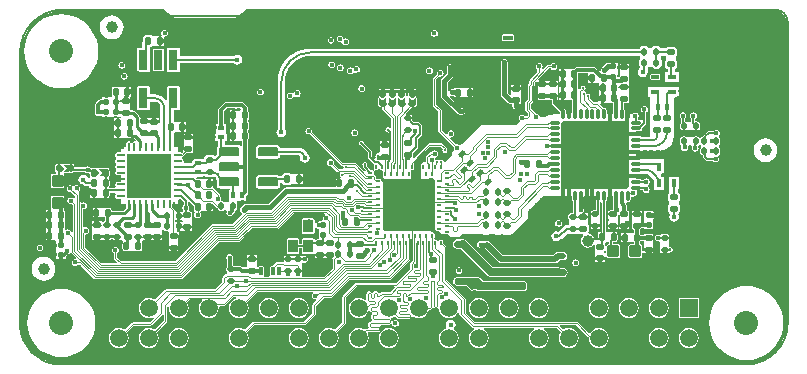
<source format=gbl>
G04*
G04 #@! TF.GenerationSoftware,Altium Limited,CircuitStudio,1.5.2 (30)*
G04*
G04 Layer_Physical_Order=4*
G04 Layer_Color=16711680*
%FSLAX25Y25*%
%MOIN*%
G70*
G01*
G75*
%ADD10C,0.00768*%
%ADD11C,0.01000*%
%ADD12C,0.00800*%
G04:AMPARAMS|DCode=13|XSize=23.62mil|YSize=17.72mil|CornerRadius=4.43mil|HoleSize=0mil|Usage=FLASHONLY|Rotation=270.000|XOffset=0mil|YOffset=0mil|HoleType=Round|Shape=RoundedRectangle|*
%AMROUNDEDRECTD13*
21,1,0.02362,0.00886,0,0,270.0*
21,1,0.01476,0.01772,0,0,270.0*
1,1,0.00886,-0.00443,-0.00738*
1,1,0.00886,-0.00443,0.00738*
1,1,0.00886,0.00443,0.00738*
1,1,0.00886,0.00443,-0.00738*
%
%ADD13ROUNDEDRECTD13*%
G04:AMPARAMS|DCode=16|XSize=23.62mil|YSize=19.69mil|CornerRadius=4.92mil|HoleSize=0mil|Usage=FLASHONLY|Rotation=0.000|XOffset=0mil|YOffset=0mil|HoleType=Round|Shape=RoundedRectangle|*
%AMROUNDEDRECTD16*
21,1,0.02362,0.00984,0,0,0.0*
21,1,0.01378,0.01969,0,0,0.0*
1,1,0.00984,0.00689,-0.00492*
1,1,0.00984,-0.00689,-0.00492*
1,1,0.00984,-0.00689,0.00492*
1,1,0.00984,0.00689,0.00492*
%
%ADD16ROUNDEDRECTD16*%
G04:AMPARAMS|DCode=17|XSize=23.62mil|YSize=19.69mil|CornerRadius=4.92mil|HoleSize=0mil|Usage=FLASHONLY|Rotation=270.000|XOffset=0mil|YOffset=0mil|HoleType=Round|Shape=RoundedRectangle|*
%AMROUNDEDRECTD17*
21,1,0.02362,0.00984,0,0,270.0*
21,1,0.01378,0.01969,0,0,270.0*
1,1,0.00984,-0.00492,-0.00689*
1,1,0.00984,-0.00492,0.00689*
1,1,0.00984,0.00492,0.00689*
1,1,0.00984,0.00492,-0.00689*
%
%ADD17ROUNDEDRECTD17*%
%ADD18C,0.03937*%
G04:AMPARAMS|DCode=19|XSize=23.62mil|YSize=17.72mil|CornerRadius=4.43mil|HoleSize=0mil|Usage=FLASHONLY|Rotation=180.000|XOffset=0mil|YOffset=0mil|HoleType=Round|Shape=RoundedRectangle|*
%AMROUNDEDRECTD19*
21,1,0.02362,0.00886,0,0,180.0*
21,1,0.01476,0.01772,0,0,180.0*
1,1,0.00886,-0.00738,0.00443*
1,1,0.00886,0.00738,0.00443*
1,1,0.00886,0.00738,-0.00443*
1,1,0.00886,-0.00738,-0.00443*
%
%ADD19ROUNDEDRECTD19*%
G04:AMPARAMS|DCode=20|XSize=21.65mil|YSize=17.72mil|CornerRadius=4.43mil|HoleSize=0mil|Usage=FLASHONLY|Rotation=270.000|XOffset=0mil|YOffset=0mil|HoleType=Round|Shape=RoundedRectangle|*
%AMROUNDEDRECTD20*
21,1,0.02165,0.00886,0,0,270.0*
21,1,0.01280,0.01772,0,0,270.0*
1,1,0.00886,-0.00443,-0.00640*
1,1,0.00886,-0.00443,0.00640*
1,1,0.00886,0.00443,0.00640*
1,1,0.00886,0.00443,-0.00640*
%
%ADD20ROUNDEDRECTD20*%
G04:AMPARAMS|DCode=32|XSize=21.65mil|YSize=17.72mil|CornerRadius=4.43mil|HoleSize=0mil|Usage=FLASHONLY|Rotation=0.000|XOffset=0mil|YOffset=0mil|HoleType=Round|Shape=RoundedRectangle|*
%AMROUNDEDRECTD32*
21,1,0.02165,0.00886,0,0,0.0*
21,1,0.01280,0.01772,0,0,0.0*
1,1,0.00886,0.00640,-0.00443*
1,1,0.00886,-0.00640,-0.00443*
1,1,0.00886,-0.00640,0.00443*
1,1,0.00886,0.00640,0.00443*
%
%ADD32ROUNDEDRECTD32*%
%ADD35R,0.16496X0.10492*%
G04:AMPARAMS|DCode=38|XSize=14.17mil|YSize=23mil|CornerRadius=0.71mil|HoleSize=0mil|Usage=FLASHONLY|Rotation=180.000|XOffset=0mil|YOffset=0mil|HoleType=Round|Shape=RoundedRectangle|*
%AMROUNDEDRECTD38*
21,1,0.01417,0.02158,0,0,180.0*
21,1,0.01276,0.02300,0,0,180.0*
1,1,0.00142,-0.00638,0.01079*
1,1,0.00142,0.00638,0.01079*
1,1,0.00142,0.00638,-0.01079*
1,1,0.00142,-0.00638,-0.01079*
%
%ADD38ROUNDEDRECTD38*%
G04:AMPARAMS|DCode=39|XSize=14.17mil|YSize=23mil|CornerRadius=0.71mil|HoleSize=0mil|Usage=FLASHONLY|Rotation=90.000|XOffset=0mil|YOffset=0mil|HoleType=Round|Shape=RoundedRectangle|*
%AMROUNDEDRECTD39*
21,1,0.01417,0.02158,0,0,90.0*
21,1,0.01276,0.02300,0,0,90.0*
1,1,0.00142,0.01079,0.00638*
1,1,0.00142,0.01079,-0.00638*
1,1,0.00142,-0.01079,-0.00638*
1,1,0.00142,-0.01079,0.00638*
%
%ADD39ROUNDEDRECTD39*%
%ADD46C,0.01400*%
%ADD47C,0.00400*%
%ADD48C,0.00600*%
%ADD49C,0.00500*%
%ADD50C,0.01200*%
%ADD51C,0.01600*%
%ADD53C,0.00350*%
%ADD54C,0.02400*%
%ADD63C,0.03819*%
%ADD64C,0.02362*%
%ADD65C,0.05906*%
%ADD66R,0.05906X0.05906*%
%ADD67C,0.08000*%
%ADD68C,0.01000*%
%ADD69C,0.01600*%
%ADD70C,0.05118*%
%ADD71C,0.01800*%
%ADD72C,0.02600*%
%ADD75R,0.03333X0.01622*%
%ADD76C,0.02000*%
G04:AMPARAMS|DCode=78|XSize=39.37mil|YSize=37.4mil|CornerRadius=1.87mil|HoleSize=0mil|Usage=FLASHONLY|Rotation=90.000|XOffset=0mil|YOffset=0mil|HoleType=Round|Shape=RoundedRectangle|*
%AMROUNDEDRECTD78*
21,1,0.03937,0.03366,0,0,90.0*
21,1,0.03563,0.03740,0,0,90.0*
1,1,0.00374,0.01683,0.01782*
1,1,0.00374,0.01683,-0.01782*
1,1,0.00374,-0.01683,-0.01782*
1,1,0.00374,-0.01683,0.01782*
%
%ADD78ROUNDEDRECTD78*%
G04:AMPARAMS|DCode=79|XSize=39.37mil|YSize=37.4mil|CornerRadius=1.87mil|HoleSize=0mil|Usage=FLASHONLY|Rotation=180.000|XOffset=0mil|YOffset=0mil|HoleType=Round|Shape=RoundedRectangle|*
%AMROUNDEDRECTD79*
21,1,0.03937,0.03366,0,0,180.0*
21,1,0.03563,0.03740,0,0,180.0*
1,1,0.00374,-0.01782,0.01683*
1,1,0.00374,0.01782,0.01683*
1,1,0.00374,0.01782,-0.01683*
1,1,0.00374,-0.01782,-0.01683*
%
%ADD79ROUNDEDRECTD79*%
%ADD80O,0.00984X0.03150*%
%ADD81O,0.03150X0.00984*%
%ADD82R,0.14567X0.14567*%
G04:AMPARAMS|DCode=83|XSize=224.41mil|YSize=224.41mil|CornerRadius=5.61mil|HoleSize=0mil|Usage=FLASHONLY|Rotation=90.000|XOffset=0mil|YOffset=0mil|HoleType=Round|Shape=RoundedRectangle|*
%AMROUNDEDRECTD83*
21,1,0.22441,0.21319,0,0,90.0*
21,1,0.21319,0.22441,0,0,90.0*
1,1,0.01122,0.10659,0.10659*
1,1,0.01122,0.10659,-0.10659*
1,1,0.01122,-0.10659,-0.10659*
1,1,0.01122,-0.10659,0.10659*
%
%ADD83ROUNDEDRECTD83*%
G04:AMPARAMS|DCode=84|XSize=33.47mil|YSize=11.81mil|CornerRadius=4.72mil|HoleSize=0mil|Usage=FLASHONLY|Rotation=90.000|XOffset=0mil|YOffset=0mil|HoleType=Round|Shape=RoundedRectangle|*
%AMROUNDEDRECTD84*
21,1,0.03347,0.00236,0,0,90.0*
21,1,0.02402,0.01181,0,0,90.0*
1,1,0.00945,0.00118,0.01201*
1,1,0.00945,0.00118,-0.01201*
1,1,0.00945,-0.00118,-0.01201*
1,1,0.00945,-0.00118,0.01201*
%
%ADD84ROUNDEDRECTD84*%
G04:AMPARAMS|DCode=85|XSize=33.47mil|YSize=11.81mil|CornerRadius=4.72mil|HoleSize=0mil|Usage=FLASHONLY|Rotation=180.000|XOffset=0mil|YOffset=0mil|HoleType=Round|Shape=RoundedRectangle|*
%AMROUNDEDRECTD85*
21,1,0.03347,0.00236,0,0,180.0*
21,1,0.02402,0.01181,0,0,180.0*
1,1,0.00945,-0.01201,0.00118*
1,1,0.00945,0.01201,0.00118*
1,1,0.00945,0.01201,-0.00118*
1,1,0.00945,-0.01201,-0.00118*
%
%ADD85ROUNDEDRECTD85*%
G04:AMPARAMS|DCode=86|XSize=173.23mil|YSize=173.23mil|CornerRadius=4.33mil|HoleSize=0mil|Usage=FLASHONLY|Rotation=180.000|XOffset=0mil|YOffset=0mil|HoleType=Round|Shape=RoundedRectangle|*
%AMROUNDEDRECTD86*
21,1,0.17323,0.16457,0,0,180.0*
21,1,0.16457,0.17323,0,0,180.0*
1,1,0.00866,-0.08228,0.08228*
1,1,0.00866,0.08228,0.08228*
1,1,0.00866,0.08228,-0.08228*
1,1,0.00866,-0.08228,-0.08228*
%
%ADD86ROUNDEDRECTD86*%
G04:AMPARAMS|DCode=87|XSize=15.75mil|YSize=8.66mil|CornerRadius=0.87mil|HoleSize=0mil|Usage=FLASHONLY|Rotation=270.000|XOffset=0mil|YOffset=0mil|HoleType=Round|Shape=RoundedRectangle|*
%AMROUNDEDRECTD87*
21,1,0.01575,0.00693,0,0,270.0*
21,1,0.01402,0.00866,0,0,270.0*
1,1,0.00173,-0.00347,-0.00701*
1,1,0.00173,-0.00347,0.00701*
1,1,0.00173,0.00347,0.00701*
1,1,0.00173,0.00347,-0.00701*
%
%ADD87ROUNDEDRECTD87*%
G04:AMPARAMS|DCode=88|XSize=15.75mil|YSize=8.66mil|CornerRadius=0.87mil|HoleSize=0mil|Usage=FLASHONLY|Rotation=0.000|XOffset=0mil|YOffset=0mil|HoleType=Round|Shape=RoundedRectangle|*
%AMROUNDEDRECTD88*
21,1,0.01575,0.00693,0,0,0.0*
21,1,0.01402,0.00866,0,0,0.0*
1,1,0.00173,0.00701,-0.00347*
1,1,0.00173,-0.00701,-0.00347*
1,1,0.00173,-0.00701,0.00347*
1,1,0.00173,0.00701,0.00347*
%
%ADD88ROUNDEDRECTD88*%
G04:AMPARAMS|DCode=89|XSize=57.09mil|YSize=53.15mil|CornerRadius=5.32mil|HoleSize=0mil|Usage=FLASHONLY|Rotation=180.000|XOffset=0mil|YOffset=0mil|HoleType=Round|Shape=RoundedRectangle|*
%AMROUNDEDRECTD89*
21,1,0.05709,0.04252,0,0,180.0*
21,1,0.04646,0.05315,0,0,180.0*
1,1,0.01063,-0.02323,0.02126*
1,1,0.01063,0.02323,0.02126*
1,1,0.01063,0.02323,-0.02126*
1,1,0.01063,-0.02323,-0.02126*
%
%ADD89ROUNDEDRECTD89*%
G04:AMPARAMS|DCode=90|XSize=29.53mil|YSize=11.81mil|CornerRadius=2.95mil|HoleSize=0mil|Usage=FLASHONLY|Rotation=270.000|XOffset=0mil|YOffset=0mil|HoleType=Round|Shape=RoundedRectangle|*
%AMROUNDEDRECTD90*
21,1,0.02953,0.00591,0,0,270.0*
21,1,0.02363,0.01181,0,0,270.0*
1,1,0.00591,-0.00295,-0.01181*
1,1,0.00591,-0.00295,0.01181*
1,1,0.00591,0.00295,0.01181*
1,1,0.00591,0.00295,-0.01181*
%
%ADD90ROUNDEDRECTD90*%
G04:AMPARAMS|DCode=91|XSize=25.59mil|YSize=13.78mil|CornerRadius=1.38mil|HoleSize=0mil|Usage=FLASHONLY|Rotation=180.000|XOffset=0mil|YOffset=0mil|HoleType=Round|Shape=RoundedRectangle|*
%AMROUNDEDRECTD91*
21,1,0.02559,0.01102,0,0,180.0*
21,1,0.02284,0.01378,0,0,180.0*
1,1,0.00276,-0.01142,0.00551*
1,1,0.00276,0.01142,0.00551*
1,1,0.00276,0.01142,-0.00551*
1,1,0.00276,-0.01142,-0.00551*
%
%ADD91ROUNDEDRECTD91*%
G04:AMPARAMS|DCode=92|XSize=25.59mil|YSize=13.78mil|CornerRadius=1.38mil|HoleSize=0mil|Usage=FLASHONLY|Rotation=90.000|XOffset=0mil|YOffset=0mil|HoleType=Round|Shape=RoundedRectangle|*
%AMROUNDEDRECTD92*
21,1,0.02559,0.01102,0,0,90.0*
21,1,0.02284,0.01378,0,0,90.0*
1,1,0.00276,0.00551,0.01142*
1,1,0.00276,0.00551,-0.01142*
1,1,0.00276,-0.00551,-0.01142*
1,1,0.00276,-0.00551,0.01142*
%
%ADD92ROUNDEDRECTD92*%
G04:AMPARAMS|DCode=93|XSize=64.96mil|YSize=29.92mil|CornerRadius=1.5mil|HoleSize=0mil|Usage=FLASHONLY|Rotation=90.000|XOffset=0mil|YOffset=0mil|HoleType=Round|Shape=RoundedRectangle|*
%AMROUNDEDRECTD93*
21,1,0.06496,0.02693,0,0,90.0*
21,1,0.06197,0.02992,0,0,90.0*
1,1,0.00299,0.01347,0.03098*
1,1,0.00299,0.01347,-0.03098*
1,1,0.00299,-0.01347,-0.03098*
1,1,0.00299,-0.01347,0.03098*
%
%ADD93ROUNDEDRECTD93*%
G04:AMPARAMS|DCode=94|XSize=35.43mil|YSize=43.31mil|CornerRadius=0.89mil|HoleSize=0mil|Usage=FLASHONLY|Rotation=0.000|XOffset=0mil|YOffset=0mil|HoleType=Round|Shape=RoundedRectangle|*
%AMROUNDEDRECTD94*
21,1,0.03543,0.04154,0,0,0.0*
21,1,0.03366,0.04331,0,0,0.0*
1,1,0.00177,0.01683,-0.02077*
1,1,0.00177,-0.01683,-0.02077*
1,1,0.00177,-0.01683,0.02077*
1,1,0.00177,0.01683,0.02077*
%
%ADD94ROUNDEDRECTD94*%
G04:AMPARAMS|DCode=95|XSize=65mil|YSize=30mil|CornerRadius=3mil|HoleSize=0mil|Usage=FLASHONLY|Rotation=180.000|XOffset=0mil|YOffset=0mil|HoleType=Round|Shape=RoundedRectangle|*
%AMROUNDEDRECTD95*
21,1,0.06500,0.02400,0,0,180.0*
21,1,0.05900,0.03000,0,0,180.0*
1,1,0.00600,-0.02950,0.01200*
1,1,0.00600,0.02950,0.01200*
1,1,0.00600,0.02950,-0.01200*
1,1,0.00600,-0.02950,-0.01200*
%
%ADD95ROUNDEDRECTD95*%
G04:AMPARAMS|DCode=96|XSize=23.62mil|YSize=17.72mil|CornerRadius=4.43mil|HoleSize=0mil|Usage=FLASHONLY|Rotation=225.000|XOffset=0mil|YOffset=0mil|HoleType=Round|Shape=RoundedRectangle|*
%AMROUNDEDRECTD96*
21,1,0.02362,0.00886,0,0,225.0*
21,1,0.01476,0.01772,0,0,225.0*
1,1,0.00886,-0.00835,-0.00209*
1,1,0.00886,0.00209,0.00835*
1,1,0.00886,0.00835,0.00209*
1,1,0.00886,-0.00209,-0.00835*
%
%ADD96ROUNDEDRECTD96*%
%ADD97C,0.00475*%
%ADD98C,0.00475*%
%ADD99C,0.00700*%
%ADD100C,0.00473*%
%ADD101C,0.00799*%
%ADD102R,0.00950X0.01450*%
%ADD103R,0.00900X0.01450*%
%ADD104R,0.01500X0.01900*%
%ADD105R,0.02692X0.01425*%
%ADD106R,0.01438X0.01238*%
G36*
X1048995Y817364D02*
X1082175D01*
X1082867Y816672D01*
X1083979Y815819D01*
X1084894Y815440D01*
X1085273Y815283D01*
X1086662Y815100D01*
X1105890D01*
X1107278Y815283D01*
X1108572Y815819D01*
X1109684Y816672D01*
X1110376Y817364D01*
X1286362D01*
X1286471Y817378D01*
X1287353Y817262D01*
X1288277Y816880D01*
X1289070Y816271D01*
X1289678Y815478D01*
X1290061Y814555D01*
X1290177Y813673D01*
X1290162Y813564D01*
Y713281D01*
X1290186Y713103D01*
X1290034Y711177D01*
X1289542Y709125D01*
X1288734Y707174D01*
X1287631Y705375D01*
X1286260Y703770D01*
X1284655Y702399D01*
X1282856Y701296D01*
X1280905Y700488D01*
X1278853Y699996D01*
X1276927Y699844D01*
X1276749Y699867D01*
X1047891Y699867D01*
X1047720Y699845D01*
X1045867Y699991D01*
X1043893Y700465D01*
X1042017Y701242D01*
X1040286Y702302D01*
X1038742Y703621D01*
X1037424Y705165D01*
X1036363Y706896D01*
X1035586Y708771D01*
X1035112Y710745D01*
X1034966Y712599D01*
X1034989Y712769D01*
X1034989Y796470D01*
Y803358D01*
X1034964Y803544D01*
X1035122Y805555D01*
X1035637Y807698D01*
X1036480Y809734D01*
X1037632Y811613D01*
X1039063Y813290D01*
X1040739Y814721D01*
X1042618Y815872D01*
X1044655Y816716D01*
X1046798Y817230D01*
X1048809Y817389D01*
X1048995Y817364D01*
D02*
G37*
%LPC*%
G36*
X1235332Y745242D02*
X1234446D01*
Y744454D01*
X1235332D01*
Y745242D01*
D02*
G37*
G36*
X1237645D02*
X1236808D01*
Y744454D01*
X1237645D01*
Y745242D01*
D02*
G37*
G36*
X1231592D02*
X1230706D01*
Y744454D01*
X1231592D01*
Y745242D01*
D02*
G37*
G36*
X1233905D02*
X1233068D01*
Y744454D01*
X1233905D01*
Y745242D01*
D02*
G37*
G36*
X1044013Y748443D02*
X1043226D01*
Y747905D01*
X1043226Y747606D01*
Y747506D01*
Y747405D01*
X1043226Y747106D01*
Y746519D01*
X1044013D01*
Y747106D01*
X1044013Y747405D01*
Y747506D01*
Y747606D01*
X1044013Y747905D01*
Y748443D01*
D02*
G37*
G36*
X1254276Y762031D02*
X1250926D01*
Y756681D01*
X1250926Y756681D01*
X1250819Y756420D01*
X1250770Y756346D01*
X1250669Y755842D01*
Y754857D01*
X1250770Y754353D01*
X1251055Y753926D01*
X1251101Y753895D01*
Y752867D01*
X1251055Y752836D01*
X1250770Y752409D01*
X1250669Y751905D01*
Y750920D01*
X1250770Y750416D01*
X1251055Y749989D01*
X1251449Y749726D01*
X1251168Y749305D01*
X1251044Y748681D01*
X1251168Y748057D01*
X1251522Y747528D01*
X1252051Y747174D01*
X1252676Y747050D01*
X1253300Y747174D01*
X1253829Y747528D01*
X1254183Y748057D01*
X1254307Y748681D01*
X1254183Y749305D01*
X1253902Y749726D01*
X1254296Y749989D01*
X1254582Y750416D01*
X1254682Y750920D01*
Y751905D01*
X1254582Y752409D01*
X1254296Y752836D01*
X1254250Y752867D01*
Y753895D01*
X1254296Y753926D01*
X1254582Y754353D01*
X1254682Y754857D01*
Y755842D01*
X1254582Y756346D01*
X1254296Y756773D01*
X1254276Y756787D01*
Y762031D01*
D02*
G37*
G36*
X1214165Y747681D02*
X1213728Y747594D01*
X1213357Y747346D01*
X1213110Y746976D01*
X1213023Y746539D01*
X1213110Y746102D01*
X1213357Y745731D01*
X1213728Y745484D01*
X1214165Y745397D01*
X1214602Y745484D01*
X1214972Y745731D01*
X1215220Y746102D01*
X1215306Y746539D01*
X1215220Y746976D01*
X1214972Y747346D01*
X1214602Y747594D01*
X1214165Y747681D01*
D02*
G37*
G36*
X1059437Y747231D02*
X1058601D01*
Y746443D01*
X1059437D01*
Y747231D01*
D02*
G37*
G36*
X1078747Y741696D02*
X1078747D01*
D01*
X1078247Y741696D01*
X1077910D01*
Y740909D01*
X1078247D01*
X1078747Y740909D01*
X1078747D01*
X1079247Y740909D01*
X1079583D01*
Y741696D01*
X1079247D01*
X1078747Y741696D01*
D02*
G37*
G36*
X1235873Y743322D02*
X1235086D01*
Y742437D01*
X1235873D01*
Y743322D01*
D02*
G37*
G36*
X1044013Y741643D02*
X1043226D01*
Y740806D01*
X1044013D01*
Y741643D01*
D02*
G37*
G36*
X1081896Y741696D02*
X1081060D01*
Y740909D01*
X1081896D01*
Y741696D01*
D02*
G37*
G36*
X1088835Y744895D02*
X1088434Y744895D01*
X1088335Y744895D01*
X1087997D01*
Y744108D01*
X1088335D01*
X1088587Y744108D01*
X1088841Y744108D01*
X1089087Y744108D01*
X1089672D01*
Y744895D01*
X1089087D01*
X1088835Y744895D01*
D02*
G37*
G36*
X1091985Y744895D02*
X1091148D01*
Y744108D01*
X1091985D01*
Y744895D01*
D02*
G37*
G36*
X1250214Y742902D02*
X1248737D01*
X1248440Y742843D01*
X1248198Y742681D01*
X1248098D01*
X1248098Y742681D01*
X1247635Y742771D01*
X1247376Y742823D01*
X1246939Y742736D01*
X1246568Y742489D01*
X1246321Y742118D01*
X1246234Y741681D01*
X1246321Y741244D01*
X1246568Y740874D01*
X1246939Y740626D01*
X1247376Y740539D01*
X1247598Y740583D01*
X1248098Y740261D01*
Y738540D01*
X1248019Y738422D01*
X1247960Y738124D01*
Y737238D01*
X1248019Y736940D01*
X1248082Y736846D01*
Y736681D01*
X1248198D01*
X1248440Y736519D01*
X1248737Y736460D01*
X1250214D01*
X1250511Y736519D01*
X1250753Y736681D01*
X1250854D01*
Y736681D01*
X1251292Y736972D01*
X1251426Y736945D01*
X1251746Y737009D01*
X1252017Y737190D01*
X1252198Y737461D01*
X1252262Y737781D01*
X1252198Y738101D01*
X1252017Y738372D01*
X1251746Y738553D01*
X1251426Y738617D01*
X1251353Y738603D01*
X1250887Y738918D01*
X1250854Y738974D01*
Y740822D01*
X1250932Y740941D01*
X1250992Y741238D01*
Y742124D01*
X1250932Y742422D01*
X1250854Y742540D01*
Y742681D01*
X1250753D01*
X1250511Y742843D01*
X1250214Y742902D01*
D02*
G37*
G36*
X1044013Y745043D02*
X1043226D01*
Y744505D01*
X1043226Y744206D01*
Y744106D01*
Y744005D01*
X1043226Y743706D01*
Y743119D01*
X1044013D01*
Y743706D01*
X1044013Y744005D01*
Y744106D01*
Y744206D01*
X1044013Y744505D01*
Y745043D01*
D02*
G37*
G36*
X1059613Y749343D02*
X1058826D01*
Y748506D01*
X1059613D01*
Y749343D01*
D02*
G37*
G36*
X1124170Y763240D02*
X1123186D01*
X1122682Y763140D01*
X1122254Y762854D01*
X1121978Y762441D01*
X1120956D01*
X1120712Y762604D01*
X1120283Y762689D01*
X1114383D01*
X1113953Y762604D01*
X1113590Y762361D01*
X1113346Y761997D01*
X1113261Y761568D01*
Y759168D01*
X1113346Y758739D01*
X1113590Y758375D01*
X1113953Y758132D01*
X1114383Y758046D01*
X1120283D01*
X1120712Y758132D01*
X1121076Y758375D01*
X1121319Y758739D01*
X1121404Y759168D01*
Y760027D01*
X1121978D01*
X1122254Y759613D01*
X1122682Y759328D01*
X1123186Y759227D01*
X1124170D01*
X1124674Y759328D01*
X1125102Y759613D01*
X1125132Y759659D01*
X1127221D01*
Y762809D01*
X1125132D01*
X1125102Y762854D01*
X1124674Y763140D01*
X1124170Y763240D01*
D02*
G37*
G36*
X1120283Y772689D02*
X1114383D01*
X1113953Y772604D01*
X1113590Y772361D01*
X1113346Y771997D01*
X1113261Y771568D01*
Y769168D01*
X1113346Y768739D01*
X1113590Y768375D01*
X1113953Y768131D01*
X1114383Y768046D01*
X1120283D01*
X1120712Y768131D01*
X1121076Y768375D01*
X1121319Y768739D01*
X1121403Y769161D01*
X1127536D01*
Y769150D01*
X1127646Y769128D01*
X1128017Y768648D01*
X1127952Y768321D01*
X1128076Y767696D01*
X1128430Y767167D01*
X1128959Y766813D01*
X1129583Y766689D01*
X1130208Y766813D01*
X1130737Y767167D01*
X1131091Y767696D01*
X1131215Y768321D01*
X1131091Y768945D01*
X1130737Y769474D01*
X1130486Y769641D01*
X1130359Y769950D01*
X1129841Y770625D01*
X1129166Y771143D01*
X1128380Y771468D01*
X1127536Y771579D01*
Y771575D01*
X1121403D01*
X1121319Y771997D01*
X1121076Y772361D01*
X1120712Y772604D01*
X1120283Y772689D01*
D02*
G37*
G36*
X1140613Y761405D02*
X1139826D01*
Y760519D01*
X1140613D01*
Y761405D01*
D02*
G37*
G36*
X1128796Y762809D02*
X1128009D01*
Y761972D01*
X1128796D01*
Y762809D01*
D02*
G37*
G36*
X1066813Y775843D02*
X1066026D01*
Y775006D01*
X1066813D01*
Y775843D01*
D02*
G37*
G36*
X1266776Y777723D02*
X1266339Y777636D01*
X1265968Y777389D01*
X1265908Y777299D01*
X1264176D01*
X1263947Y777253D01*
X1263901Y777244D01*
X1263668Y777088D01*
X1262568Y775988D01*
X1262413Y775756D01*
X1262358Y775481D01*
Y775397D01*
X1262233D01*
X1262127Y775376D01*
X1261935Y775338D01*
X1261846Y775311D01*
X1261676Y775259D01*
Y775259D01*
X1261295Y775028D01*
X1260926Y775307D01*
Y775309D01*
X1260784D01*
X1260666Y775388D01*
X1260369Y775447D01*
X1259483D01*
X1259185Y775388D01*
X1259067Y775309D01*
X1256784D01*
X1256666Y775388D01*
X1256369Y775447D01*
X1255483D01*
X1255185Y775388D01*
X1255067Y775309D01*
X1254926D01*
Y775209D01*
X1254764Y774967D01*
X1254705Y774669D01*
Y773354D01*
X1254705Y773193D01*
X1254752Y772956D01*
X1254764Y772895D01*
Y772895D01*
X1254956Y772462D01*
X1255090Y772062D01*
X1255034Y771781D01*
X1255121Y771344D01*
X1255368Y770974D01*
X1255739Y770726D01*
X1256176Y770639D01*
X1256613Y770726D01*
X1256983Y770974D01*
X1257231Y771344D01*
X1257318Y771781D01*
X1257263Y772053D01*
X1257562Y772553D01*
X1258377D01*
X1258644Y772053D01*
X1258621Y772018D01*
X1258534Y771581D01*
X1258621Y771144D01*
X1258868Y770774D01*
X1259239Y770526D01*
X1259676Y770439D01*
X1260113Y770526D01*
X1260483Y770774D01*
X1260731Y771144D01*
X1260818Y771581D01*
X1260738Y771979D01*
X1260731Y772028D01*
X1260736Y772116D01*
X1260924Y772535D01*
X1261310Y772748D01*
X1261492Y772626D01*
X1261676Y772499D01*
Y772281D01*
Y772059D01*
Y772053D01*
X1261676Y772005D01*
Y772003D01*
Y771959D01*
X1261514Y771717D01*
X1261455Y771419D01*
Y769943D01*
X1261514Y769645D01*
X1261676Y769403D01*
Y769303D01*
X1261817D01*
X1261935Y769224D01*
X1262233Y769165D01*
X1262258D01*
Y768766D01*
X1262313Y768492D01*
X1262468Y768259D01*
X1263253Y767474D01*
X1263486Y767318D01*
X1263761Y767264D01*
X1265608D01*
X1265668Y767174D01*
X1266039Y766926D01*
X1266476Y766839D01*
X1266913Y766926D01*
X1267283Y767174D01*
X1267531Y767544D01*
X1267618Y767981D01*
X1267531Y768418D01*
X1267342Y768700D01*
X1267388Y769022D01*
X1267403Y769088D01*
X1267474Y769263D01*
X1267511Y769287D01*
X1267676D01*
Y769403D01*
X1267837Y769645D01*
X1267896Y769943D01*
Y771419D01*
X1267837Y771717D01*
X1267676Y771959D01*
Y771987D01*
X1267676Y772059D01*
Y772273D01*
Y772487D01*
Y772494D01*
X1267676Y772557D01*
Y772559D01*
Y772603D01*
X1267837Y772845D01*
X1267896Y773143D01*
Y774619D01*
X1267854Y774833D01*
X1267837Y774917D01*
X1267775Y775049D01*
X1267676Y775259D01*
D01*
X1267580Y775744D01*
X1267583Y775768D01*
X1267587Y775779D01*
X1267831Y776144D01*
X1267918Y776581D01*
X1267831Y777018D01*
X1267583Y777389D01*
X1267213Y777636D01*
X1266776Y777723D01*
D02*
G37*
G36*
X1283127Y774856D02*
X1282099Y774721D01*
X1281141Y774324D01*
X1280319Y773693D01*
X1279688Y772871D01*
X1279291Y771913D01*
X1279156Y770886D01*
X1279291Y769858D01*
X1279688Y768900D01*
X1280319Y768078D01*
X1281141Y767447D01*
X1282099Y767050D01*
X1283127Y766915D01*
X1284155Y767050D01*
X1285112Y767447D01*
X1285935Y768078D01*
X1286566Y768900D01*
X1286962Y769858D01*
X1287098Y770886D01*
X1286962Y771913D01*
X1286566Y772871D01*
X1285935Y773693D01*
X1285112Y774324D01*
X1284155Y774721D01*
X1283127Y774856D01*
D02*
G37*
G36*
X1155437Y773846D02*
X1154600D01*
Y773058D01*
X1155437D01*
Y773846D01*
D02*
G37*
G36*
X1241828Y750753D02*
X1240942D01*
Y749966D01*
X1241828D01*
Y750753D01*
D02*
G37*
G36*
X1245741Y750604D02*
X1244741D01*
Y750498D01*
X1243541D01*
Y750604D01*
X1242541D01*
Y749604D01*
X1242724D01*
Y748835D01*
X1242725Y748828D01*
X1242541Y748604D01*
X1242541D01*
Y746721D01*
X1241779D01*
Y749179D01*
X1238629D01*
Y746029D01*
X1238687D01*
Y745242D01*
X1238629D01*
Y744454D01*
X1239084D01*
X1239198Y744378D01*
X1239266Y744365D01*
Y743273D01*
X1236661D01*
Y740124D01*
X1239266D01*
Y739469D01*
X1237936D01*
X1237548Y739308D01*
X1237387Y738920D01*
Y735554D01*
X1237548Y735166D01*
X1237936Y735005D01*
X1241499D01*
X1241887Y735166D01*
X1242048Y735554D01*
Y736506D01*
X1242517Y736580D01*
X1242548Y736580D01*
X1243403D01*
Y737368D01*
X1242548D01*
X1242517Y737368D01*
X1242048Y737442D01*
Y738920D01*
X1241887Y739308D01*
X1241499Y739469D01*
X1241142D01*
Y740124D01*
X1241385D01*
Y740579D01*
X1241461Y740693D01*
X1241475Y740760D01*
X1242566D01*
Y738155D01*
X1245716D01*
Y741305D01*
X1245658D01*
Y742092D01*
X1245716D01*
Y742879D01*
X1245261D01*
X1245147Y742955D01*
X1244830Y743018D01*
X1243452D01*
X1243135Y742955D01*
X1243021Y742879D01*
X1242566D01*
Y742636D01*
X1241475D01*
X1241461Y742704D01*
X1241385Y742818D01*
Y743273D01*
X1241142D01*
Y744365D01*
X1241210Y744378D01*
X1241324Y744454D01*
X1241779D01*
Y744845D01*
X1242541D01*
Y744604D01*
X1243541D01*
Y744710D01*
X1244741D01*
Y744604D01*
X1245741D01*
Y745604D01*
X1245559D01*
Y746374D01*
X1245558Y746381D01*
X1245741Y746604D01*
X1245741D01*
Y748104D01*
X1246082Y748172D01*
X1246452Y748420D01*
X1246700Y748790D01*
X1246786Y749227D01*
X1246700Y749664D01*
X1246452Y750035D01*
X1246082Y750282D01*
X1245741Y750350D01*
Y750604D01*
D02*
G37*
G36*
X1044013Y750805D02*
X1043226D01*
Y749919D01*
X1044013D01*
Y750805D01*
D02*
G37*
G36*
X1239466Y750753D02*
X1238629D01*
Y749966D01*
X1239466D01*
Y750753D01*
D02*
G37*
G36*
X1058813Y755943D02*
X1058026D01*
Y755106D01*
X1058813D01*
Y755943D01*
D02*
G37*
G36*
X1128796Y760496D02*
X1128009D01*
Y759659D01*
X1128796D01*
Y760496D01*
D02*
G37*
G36*
X1098973Y751342D02*
X1098186D01*
Y750505D01*
X1098973D01*
Y751342D01*
D02*
G37*
G36*
X1059613Y751656D02*
X1058826D01*
Y750819D01*
X1059613D01*
Y751656D01*
D02*
G37*
G36*
X1235873Y740960D02*
X1235086D01*
Y740124D01*
X1235873D01*
Y740960D01*
D02*
G37*
G36*
X1187576Y721582D02*
X1186721Y721470D01*
X1185925Y721140D01*
X1185241Y720615D01*
X1184717Y719932D01*
X1184387Y719136D01*
X1184275Y718281D01*
X1184387Y717427D01*
X1184717Y716631D01*
X1185241Y715947D01*
X1185925Y715422D01*
X1186721Y715093D01*
X1187576Y714980D01*
X1188430Y715093D01*
X1189226Y715422D01*
X1189910Y715947D01*
X1190434Y716631D01*
X1190764Y717427D01*
X1190877Y718281D01*
X1190764Y719136D01*
X1190434Y719932D01*
X1189910Y720615D01*
X1189226Y721140D01*
X1188430Y721470D01*
X1187576Y721582D01*
D02*
G37*
G36*
X1197576D02*
X1196721Y721470D01*
X1195925Y721140D01*
X1195241Y720615D01*
X1194717Y719932D01*
X1194387Y719136D01*
X1194275Y718281D01*
X1194387Y717427D01*
X1194717Y716631D01*
X1195241Y715947D01*
X1195925Y715422D01*
X1196721Y715093D01*
X1197576Y714980D01*
X1198430Y715093D01*
X1199226Y715422D01*
X1199910Y715947D01*
X1200434Y716631D01*
X1200764Y717427D01*
X1200877Y718281D01*
X1200764Y719136D01*
X1200434Y719932D01*
X1199910Y720615D01*
X1199226Y721140D01*
X1198430Y721470D01*
X1197576Y721582D01*
D02*
G37*
G36*
X1117576D02*
X1116721Y721470D01*
X1115925Y721140D01*
X1115241Y720615D01*
X1114717Y719932D01*
X1114387Y719136D01*
X1114275Y718281D01*
X1114387Y717427D01*
X1114717Y716631D01*
X1115241Y715947D01*
X1115925Y715422D01*
X1116721Y715093D01*
X1117576Y714980D01*
X1118430Y715093D01*
X1119226Y715422D01*
X1119910Y715947D01*
X1120434Y716631D01*
X1120764Y717427D01*
X1120877Y718281D01*
X1120764Y719136D01*
X1120434Y719932D01*
X1119910Y720615D01*
X1119226Y721140D01*
X1118430Y721470D01*
X1117576Y721582D01*
D02*
G37*
G36*
X1127576D02*
X1126721Y721470D01*
X1125925Y721140D01*
X1125241Y720615D01*
X1124717Y719932D01*
X1124387Y719136D01*
X1124275Y718281D01*
X1124387Y717427D01*
X1124717Y716631D01*
X1125241Y715947D01*
X1125925Y715422D01*
X1126721Y715093D01*
X1127576Y714980D01*
X1128430Y715093D01*
X1129226Y715422D01*
X1129910Y715947D01*
X1130434Y716631D01*
X1130764Y717427D01*
X1130877Y718281D01*
X1130764Y719136D01*
X1130434Y719932D01*
X1129910Y720615D01*
X1129226Y721140D01*
X1128430Y721470D01*
X1127576Y721582D01*
D02*
G37*
G36*
X1237576D02*
X1236721Y721470D01*
X1235925Y721140D01*
X1235241Y720615D01*
X1234717Y719932D01*
X1234387Y719136D01*
X1234275Y718281D01*
X1234387Y717427D01*
X1234717Y716631D01*
X1235241Y715947D01*
X1235925Y715422D01*
X1236721Y715093D01*
X1237576Y714980D01*
X1238430Y715093D01*
X1239226Y715422D01*
X1239910Y715947D01*
X1240434Y716631D01*
X1240764Y717427D01*
X1240877Y718281D01*
X1240764Y719136D01*
X1240434Y719932D01*
X1239910Y720615D01*
X1239226Y721140D01*
X1238430Y721470D01*
X1237576Y721582D01*
D02*
G37*
G36*
X1247576D02*
X1246721Y721470D01*
X1245925Y721140D01*
X1245241Y720615D01*
X1244717Y719932D01*
X1244387Y719136D01*
X1244275Y718281D01*
X1244387Y717427D01*
X1244717Y716631D01*
X1245241Y715947D01*
X1245925Y715422D01*
X1246721Y715093D01*
X1247576Y714980D01*
X1248430Y715093D01*
X1249226Y715422D01*
X1249910Y715947D01*
X1250434Y716631D01*
X1250764Y717427D01*
X1250877Y718281D01*
X1250764Y719136D01*
X1250434Y719932D01*
X1249910Y720615D01*
X1249226Y721140D01*
X1248430Y721470D01*
X1247576Y721582D01*
D02*
G37*
G36*
X1207576D02*
X1206721Y721470D01*
X1205925Y721140D01*
X1205241Y720615D01*
X1204717Y719932D01*
X1204387Y719136D01*
X1204275Y718281D01*
X1204387Y717427D01*
X1204717Y716631D01*
X1205241Y715947D01*
X1205925Y715422D01*
X1206721Y715093D01*
X1207576Y714980D01*
X1208430Y715093D01*
X1209226Y715422D01*
X1209910Y715947D01*
X1210434Y716631D01*
X1210764Y717427D01*
X1210877Y718281D01*
X1210764Y719136D01*
X1210434Y719932D01*
X1209910Y720615D01*
X1209226Y721140D01*
X1208430Y721470D01*
X1207576Y721582D01*
D02*
G37*
G36*
X1227576D02*
X1226721Y721470D01*
X1225925Y721140D01*
X1225241Y720615D01*
X1224717Y719932D01*
X1224387Y719136D01*
X1224275Y718281D01*
X1224387Y717427D01*
X1224717Y716631D01*
X1225241Y715947D01*
X1225925Y715422D01*
X1226721Y715093D01*
X1227576Y714980D01*
X1228430Y715093D01*
X1229226Y715422D01*
X1229910Y715947D01*
X1230434Y716631D01*
X1230764Y717427D01*
X1230877Y718281D01*
X1230764Y719136D01*
X1230434Y719932D01*
X1229910Y720615D01*
X1229226Y721140D01*
X1228430Y721470D01*
X1227576Y721582D01*
D02*
G37*
G36*
X1087576Y711582D02*
X1086721Y711470D01*
X1085925Y711140D01*
X1085241Y710615D01*
X1084717Y709932D01*
X1084387Y709135D01*
X1084275Y708281D01*
X1084387Y707427D01*
X1084717Y706631D01*
X1085241Y705947D01*
X1085925Y705422D01*
X1086721Y705093D01*
X1087576Y704980D01*
X1088430Y705093D01*
X1089226Y705422D01*
X1089910Y705947D01*
X1090434Y706631D01*
X1090764Y707427D01*
X1090877Y708281D01*
X1090764Y709135D01*
X1090434Y709932D01*
X1089910Y710615D01*
X1089226Y711140D01*
X1088430Y711470D01*
X1087576Y711582D01*
D02*
G37*
G36*
X1127576D02*
X1126721Y711470D01*
X1125925Y711140D01*
X1125241Y710615D01*
X1124717Y709932D01*
X1124387Y709135D01*
X1124275Y708281D01*
X1124387Y707427D01*
X1124717Y706631D01*
X1125241Y705947D01*
X1125925Y705422D01*
X1126721Y705093D01*
X1127576Y704980D01*
X1128430Y705093D01*
X1129226Y705422D01*
X1129910Y705947D01*
X1130434Y706631D01*
X1130764Y707427D01*
X1130877Y708281D01*
X1130764Y709135D01*
X1130434Y709932D01*
X1129910Y710615D01*
X1129226Y711140D01*
X1128430Y711470D01*
X1127576Y711582D01*
D02*
G37*
G36*
X1276749Y725639D02*
X1274816Y725487D01*
X1272930Y725034D01*
X1271138Y724292D01*
X1269485Y723279D01*
X1268010Y722020D01*
X1266751Y720545D01*
X1265738Y718892D01*
X1264996Y717100D01*
X1264543Y715214D01*
X1264391Y713281D01*
X1264543Y711348D01*
X1264996Y709462D01*
X1265738Y707671D01*
X1266751Y706017D01*
X1268010Y704543D01*
X1269485Y703283D01*
X1271138Y702270D01*
X1272930Y701528D01*
X1274816Y701075D01*
X1276749Y700923D01*
X1278682Y701075D01*
X1280568Y701528D01*
X1282359Y702270D01*
X1284013Y703283D01*
X1285487Y704543D01*
X1286747Y706017D01*
X1287760Y707671D01*
X1288502Y709462D01*
X1288955Y711348D01*
X1289107Y713281D01*
X1288955Y715214D01*
X1288502Y717100D01*
X1287760Y718892D01*
X1286747Y720545D01*
X1285487Y722020D01*
X1284013Y723279D01*
X1282359Y724292D01*
X1280568Y725034D01*
X1278682Y725487D01*
X1276749Y725639D01*
D02*
G37*
G36*
X1048402Y724636D02*
X1046626Y724496D01*
X1044893Y724080D01*
X1043247Y723398D01*
X1041728Y722468D01*
X1040373Y721310D01*
X1039216Y719955D01*
X1038285Y718436D01*
X1037603Y716790D01*
X1037187Y715057D01*
X1037047Y713281D01*
X1037187Y711505D01*
X1037603Y709772D01*
X1038285Y708126D01*
X1039216Y706607D01*
X1040373Y705252D01*
X1041728Y704095D01*
X1043247Y703164D01*
X1044893Y702482D01*
X1046626Y702066D01*
X1048402Y701926D01*
X1050179Y702066D01*
X1051911Y702482D01*
X1053557Y703164D01*
X1055077Y704095D01*
X1056432Y705252D01*
X1057589Y706607D01*
X1058520Y708126D01*
X1059202Y709772D01*
X1059618Y711505D01*
X1059757Y713281D01*
X1059618Y715057D01*
X1059202Y716790D01*
X1058520Y718436D01*
X1057589Y719955D01*
X1056432Y721310D01*
X1055077Y722468D01*
X1053557Y723398D01*
X1051911Y724080D01*
X1050179Y724496D01*
X1048402Y724636D01*
D02*
G37*
G36*
X1247576Y711582D02*
X1246721Y711470D01*
X1245925Y711140D01*
X1245241Y710615D01*
X1244717Y709932D01*
X1244387Y709135D01*
X1244275Y708281D01*
X1244387Y707427D01*
X1244717Y706631D01*
X1245241Y705947D01*
X1245925Y705422D01*
X1246721Y705093D01*
X1247576Y704980D01*
X1248430Y705093D01*
X1249226Y705422D01*
X1249910Y705947D01*
X1250434Y706631D01*
X1250764Y707427D01*
X1250877Y708281D01*
X1250764Y709135D01*
X1250434Y709932D01*
X1249910Y710615D01*
X1249226Y711140D01*
X1248430Y711470D01*
X1247576Y711582D01*
D02*
G37*
G36*
X1257576D02*
X1256721Y711470D01*
X1255925Y711140D01*
X1255241Y710615D01*
X1254717Y709932D01*
X1254387Y709135D01*
X1254275Y708281D01*
X1254387Y707427D01*
X1254717Y706631D01*
X1255241Y705947D01*
X1255925Y705422D01*
X1256721Y705093D01*
X1257576Y704980D01*
X1258430Y705093D01*
X1259226Y705422D01*
X1259910Y705947D01*
X1260434Y706631D01*
X1260764Y707427D01*
X1260877Y708281D01*
X1260764Y709135D01*
X1260434Y709932D01*
X1259910Y710615D01*
X1259226Y711140D01*
X1258430Y711470D01*
X1257576Y711582D01*
D02*
G37*
G36*
X1157576D02*
X1156721Y711470D01*
X1155925Y711140D01*
X1155241Y710615D01*
X1154717Y709932D01*
X1154387Y709135D01*
X1154275Y708281D01*
X1154387Y707427D01*
X1154717Y706631D01*
X1155241Y705947D01*
X1155925Y705422D01*
X1156721Y705093D01*
X1157576Y704980D01*
X1158430Y705093D01*
X1159226Y705422D01*
X1159910Y705947D01*
X1160434Y706631D01*
X1160764Y707427D01*
X1160877Y708281D01*
X1160764Y709135D01*
X1160434Y709932D01*
X1159910Y710615D01*
X1159226Y711140D01*
X1158430Y711470D01*
X1157576Y711582D01*
D02*
G37*
G36*
X1178175Y714406D02*
X1177550Y714282D01*
X1177021Y713928D01*
X1176667Y713399D01*
X1176543Y712775D01*
X1176667Y712151D01*
X1176780Y711982D01*
X1176762Y711822D01*
X1176565Y711405D01*
X1175925Y711140D01*
X1175241Y710615D01*
X1174717Y709932D01*
X1174387Y709135D01*
X1174275Y708281D01*
X1174387Y707427D01*
X1174717Y706631D01*
X1175241Y705947D01*
X1175925Y705422D01*
X1176721Y705093D01*
X1177576Y704980D01*
X1178430Y705093D01*
X1179226Y705422D01*
X1179910Y705947D01*
X1180434Y706631D01*
X1180764Y707427D01*
X1180877Y708281D01*
X1180764Y709135D01*
X1180434Y709932D01*
X1179910Y710615D01*
X1179357Y711039D01*
X1179299Y711569D01*
X1179337Y711635D01*
X1179682Y712151D01*
X1179806Y712775D01*
X1179682Y713399D01*
X1179328Y713928D01*
X1178799Y714282D01*
X1178175Y714406D01*
D02*
G37*
G36*
X1260848Y721554D02*
X1254303D01*
Y715008D01*
X1260848D01*
Y721554D01*
D02*
G37*
G36*
X1111237Y735861D02*
X1110401D01*
Y735073D01*
X1111237D01*
Y735861D01*
D02*
G37*
G36*
X1113600D02*
X1112714D01*
Y735073D01*
X1113600D01*
Y735861D01*
D02*
G37*
G36*
X1136182Y735609D02*
X1135690Y735589D01*
X1135682D01*
X1135244D01*
Y734801D01*
X1135690D01*
X1136075Y734801D01*
X1136080D01*
X1136572Y734822D01*
X1136580D01*
X1137067D01*
Y735609D01*
X1136572D01*
X1136187Y735609D01*
X1136182D01*
D02*
G37*
G36*
X1133767Y735589D02*
X1132882D01*
Y734801D01*
X1133767D01*
Y735589D01*
D02*
G37*
G36*
X1085137Y738019D02*
X1084301D01*
Y737231D01*
X1085137D01*
Y738019D01*
D02*
G37*
G36*
X1087450D02*
X1086614D01*
Y737231D01*
X1087450D01*
Y738019D01*
D02*
G37*
G36*
X1245716Y737368D02*
X1244879D01*
Y736580D01*
X1245716D01*
Y737368D01*
D02*
G37*
G36*
X1041276Y739473D02*
X1040839Y739386D01*
X1040468Y739139D01*
X1040221Y738768D01*
X1040134Y738331D01*
X1040221Y737894D01*
X1040468Y737524D01*
X1040839Y737276D01*
X1041276Y737189D01*
X1041713Y737276D01*
X1042083Y737524D01*
X1042331Y737894D01*
X1042418Y738331D01*
X1042331Y738768D01*
X1042083Y739139D01*
X1041713Y739386D01*
X1041276Y739473D01*
D02*
G37*
G36*
X1182326Y741233D02*
X1181813Y741131D01*
X1180376D01*
X1179782Y741013D01*
X1179280Y740677D01*
X1178944Y740174D01*
X1178826Y739581D01*
X1178944Y738988D01*
X1179280Y738485D01*
X1179782Y738149D01*
X1180376Y738031D01*
X1181540D01*
X1190558Y729013D01*
X1190558Y729013D01*
X1190826Y728834D01*
X1191094Y728655D01*
X1191726Y728529D01*
X1191726Y728529D01*
X1213976D01*
X1214488Y728631D01*
X1215676D01*
X1216269Y728749D01*
X1216772Y729085D01*
X1217107Y729588D01*
X1217225Y730181D01*
X1217107Y730774D01*
X1216772Y731277D01*
X1216269Y731613D01*
X1215676Y731731D01*
X1214488D01*
X1213976Y731833D01*
X1192410D01*
X1183494Y740749D01*
X1182958Y741107D01*
X1182326Y741233D01*
D02*
G37*
G36*
X1180976Y731923D02*
X1180539Y731836D01*
X1180168Y731589D01*
X1179921Y731218D01*
X1179834Y730781D01*
X1179921Y730344D01*
X1180168Y729974D01*
X1180539Y729726D01*
X1180976Y729639D01*
X1181413Y729726D01*
X1181783Y729974D01*
X1182031Y730344D01*
X1182117Y730781D01*
X1182031Y731218D01*
X1181783Y731589D01*
X1181413Y731836D01*
X1180976Y731923D01*
D02*
G37*
G36*
X1042476Y735352D02*
X1041448Y735217D01*
X1040490Y734820D01*
X1039668Y734189D01*
X1039037Y733367D01*
X1038640Y732409D01*
X1038505Y731381D01*
X1038640Y730353D01*
X1039037Y729396D01*
X1039668Y728573D01*
X1040490Y727942D01*
X1041448Y727545D01*
X1042476Y727410D01*
X1043503Y727545D01*
X1044461Y727942D01*
X1045284Y728573D01*
X1045915Y729396D01*
X1046311Y730353D01*
X1046447Y731381D01*
X1046311Y732409D01*
X1045915Y733367D01*
X1045284Y734189D01*
X1044461Y734820D01*
X1043503Y735217D01*
X1042476Y735352D01*
D02*
G37*
G36*
X1187721Y728482D02*
X1180128D01*
X1180074Y728460D01*
X1180045Y728466D01*
X1179671Y728391D01*
X1179587Y728335D01*
X1179494Y728297D01*
X1179480Y728264D01*
X1179451Y728244D01*
X1179431Y728145D01*
X1179392Y728052D01*
Y727905D01*
X1179368Y727889D01*
X1179121Y727518D01*
X1179034Y727081D01*
X1179121Y726644D01*
X1179368Y726274D01*
X1179460Y726212D01*
X1179494Y726131D01*
X1179931Y725694D01*
X1180176Y725593D01*
X1183574D01*
X1184031Y725136D01*
X1184972Y724195D01*
X1184982Y724191D01*
X1184987Y724181D01*
X1185103Y724140D01*
X1185217Y724093D01*
X1185227Y724097D01*
X1185237Y724094D01*
X1185804Y724126D01*
X1185887Y724166D01*
X1185977Y724184D01*
X1186191Y724327D01*
X1186376Y724364D01*
X1186560Y724327D01*
X1186717Y724223D01*
X1186806Y724089D01*
X1186836Y724069D01*
X1186850Y724036D01*
X1186943Y723997D01*
X1187027Y723941D01*
X1187062Y723948D01*
X1187094Y723935D01*
X1202876D01*
X1203121Y724036D01*
X1203621Y724536D01*
X1203722Y724781D01*
Y726381D01*
X1203621Y726626D01*
X1203179Y727068D01*
X1202934Y727169D01*
X1189177D01*
X1187965Y728381D01*
X1187721Y728482D01*
D02*
G37*
G36*
X1227237Y734419D02*
X1226352D01*
Y733632D01*
X1227237D01*
Y734419D01*
D02*
G37*
G36*
X1229550D02*
X1228714D01*
Y733632D01*
X1229550D01*
Y734419D01*
D02*
G37*
G36*
X1219876Y734523D02*
X1219439Y734436D01*
X1219068Y734189D01*
X1218821Y733818D01*
X1218734Y733381D01*
X1218821Y732944D01*
X1219068Y732574D01*
X1219439Y732326D01*
X1219876Y732239D01*
X1220313Y732326D01*
X1220683Y732574D01*
X1220931Y732944D01*
X1221017Y733381D01*
X1220931Y733818D01*
X1220683Y734189D01*
X1220313Y734436D01*
X1219876Y734523D01*
D02*
G37*
G36*
X1190376Y740727D02*
X1189863Y740625D01*
X1188276D01*
X1187800Y740530D01*
X1187396Y740261D01*
X1187126Y739857D01*
X1187032Y739381D01*
X1187126Y738905D01*
X1187396Y738502D01*
X1187800Y738232D01*
X1188276Y738137D01*
X1189716D01*
X1194124Y733729D01*
X1194124Y733729D01*
X1194561Y733438D01*
X1195076Y733335D01*
X1213076D01*
X1213591Y733438D01*
X1214027Y733729D01*
X1214533Y734235D01*
X1215676D01*
X1216191Y734338D01*
X1216627Y734629D01*
X1216919Y735066D01*
X1217021Y735581D01*
X1216919Y736096D01*
X1216627Y736533D01*
X1216191Y736825D01*
X1215676Y736927D01*
X1213976D01*
X1213461Y736825D01*
X1213024Y736533D01*
X1212518Y736027D01*
X1195633D01*
X1191327Y740333D01*
X1190891Y740625D01*
X1190376Y740727D01*
D02*
G37*
G36*
X1199253Y792602D02*
X1198417D01*
Y791814D01*
X1199253D01*
Y792602D01*
D02*
G37*
G36*
X1201615D02*
X1200729D01*
Y791814D01*
X1201615D01*
Y792602D01*
D02*
G37*
G36*
X1071625Y791956D02*
X1070838D01*
Y791119D01*
X1071625D01*
Y791956D01*
D02*
G37*
G36*
X1048402Y816190D02*
X1046469Y816038D01*
X1044584Y815586D01*
X1042792Y814843D01*
X1041138Y813830D01*
X1039664Y812571D01*
X1038404Y811096D01*
X1037391Y809443D01*
X1036649Y807651D01*
X1036196Y805766D01*
X1036044Y803832D01*
X1036196Y801899D01*
X1036649Y800013D01*
X1037391Y798222D01*
X1038404Y796568D01*
X1039664Y795094D01*
X1041138Y793834D01*
X1042792Y792821D01*
X1044584Y792079D01*
X1046469Y791626D01*
X1048402Y791474D01*
X1050336Y791626D01*
X1052221Y792079D01*
X1054013Y792821D01*
X1055666Y793834D01*
X1057141Y795094D01*
X1058400Y796568D01*
X1059414Y798222D01*
X1060156Y800013D01*
X1060608Y801899D01*
X1060760Y803832D01*
X1060608Y805766D01*
X1060156Y807651D01*
X1059414Y809443D01*
X1058400Y811096D01*
X1057141Y812571D01*
X1055666Y813830D01*
X1054013Y814843D01*
X1052221Y815586D01*
X1050336Y816038D01*
X1048402Y816190D01*
D02*
G37*
G36*
X1213826Y794061D02*
X1212989D01*
Y793273D01*
X1213826D01*
Y794061D01*
D02*
G37*
G36*
X1247461Y796387D02*
X1245178D01*
X1244828Y796242D01*
X1244682Y795891D01*
Y794789D01*
X1244828Y794439D01*
X1245178Y794293D01*
X1247461D01*
X1247812Y794439D01*
X1247957Y794789D01*
Y795891D01*
X1247812Y796242D01*
X1247461Y796387D01*
D02*
G37*
G36*
X1069376Y796723D02*
X1068939Y796636D01*
X1068568Y796389D01*
X1068321Y796018D01*
X1068234Y795581D01*
X1068321Y795144D01*
X1068568Y794774D01*
X1068939Y794526D01*
X1069376Y794439D01*
X1069813Y794526D01*
X1070183Y794774D01*
X1070431Y795144D01*
X1070518Y795581D01*
X1070431Y796018D01*
X1070183Y796389D01*
X1069813Y796636D01*
X1069376Y796723D01*
D02*
G37*
G36*
X1215113Y795643D02*
X1214326D01*
Y794905D01*
X1214326Y794806D01*
Y794606D01*
Y794405D01*
X1214326Y794306D01*
Y793519D01*
X1215113D01*
Y794306D01*
X1215113Y794405D01*
Y794606D01*
Y794806D01*
X1215113Y794905D01*
Y795643D01*
D02*
G37*
G36*
X1210676Y794061D02*
X1210504D01*
X1210332D01*
X1210176Y794061D01*
X1209446D01*
Y793273D01*
X1210176D01*
X1210332Y793273D01*
X1210504D01*
X1210676D01*
X1210832Y793273D01*
X1211513D01*
Y794061D01*
X1210832D01*
X1210676Y794061D01*
D02*
G37*
G36*
X1154945Y791411D02*
X1154158D01*
Y790821D01*
X1154945D01*
Y791411D01*
D02*
G37*
G36*
X1148576Y792573D02*
X1148139Y792486D01*
X1147768Y792239D01*
X1147521Y791868D01*
X1147434Y791431D01*
X1147521Y790994D01*
X1147768Y790624D01*
X1148139Y790376D01*
X1148576Y790289D01*
X1149013Y790376D01*
X1149383Y790624D01*
X1149631Y790994D01*
X1149718Y791431D01*
X1149631Y791868D01*
X1149383Y792239D01*
X1149013Y792486D01*
X1148576Y792573D01*
D02*
G37*
G36*
X1160578Y791401D02*
X1160082Y791391D01*
X1160078D01*
X1159306D01*
Y790801D01*
X1160082D01*
X1160093Y790801D01*
X1160589Y790810D01*
X1160594D01*
X1161365D01*
Y791401D01*
X1160589D01*
X1160578Y791401D01*
D02*
G37*
G36*
X1127028Y790928D02*
X1126591Y790841D01*
X1126221Y790593D01*
X1125973Y790223D01*
X1125932Y790016D01*
X1125746Y789922D01*
X1125404Y789841D01*
X1125113Y790036D01*
X1124676Y790123D01*
X1124239Y790036D01*
X1123868Y789789D01*
X1123621Y789418D01*
X1123534Y788981D01*
X1123621Y788544D01*
X1123868Y788174D01*
X1124239Y787926D01*
X1124676Y787839D01*
X1125113Y787926D01*
X1125483Y788174D01*
X1125731Y788544D01*
X1125772Y788751D01*
X1125958Y788845D01*
X1126299Y788926D01*
X1126591Y788731D01*
X1127028Y788644D01*
X1127465Y788731D01*
X1127836Y788978D01*
X1128083Y789349D01*
X1128170Y789786D01*
X1128083Y790223D01*
X1127836Y790593D01*
X1127465Y790841D01*
X1127028Y790928D01*
D02*
G37*
G36*
X1215113Y792043D02*
X1214326D01*
Y791305D01*
X1214326Y791206D01*
Y791006D01*
Y790805D01*
X1214326Y790706D01*
Y789919D01*
X1215113D01*
Y790706D01*
X1215113Y790805D01*
Y791006D01*
Y791206D01*
X1215113Y791305D01*
Y792043D01*
D02*
G37*
G36*
X1156913Y791411D02*
X1156913D01*
X1156846Y791411D01*
X1156126D01*
Y790821D01*
X1156838D01*
X1156846D01*
X1157338Y790801D01*
X1157338D01*
X1157405Y790801D01*
X1158125D01*
Y791391D01*
X1157414D01*
X1157405D01*
X1156913Y791411D01*
D02*
G37*
G36*
X1166693Y791401D02*
X1165906D01*
Y790810D01*
X1166693D01*
Y791401D01*
D02*
G37*
G36*
X1185725Y791656D02*
X1184938D01*
Y790819D01*
X1185725D01*
Y791656D01*
D02*
G37*
G36*
X1163334Y791401D02*
X1162546D01*
Y790810D01*
X1163334D01*
Y791401D01*
D02*
G37*
G36*
X1164725D02*
X1163938D01*
Y790810D01*
X1164725D01*
Y791401D01*
D02*
G37*
G36*
X1171104Y798530D02*
X1170667Y798444D01*
X1170297Y798196D01*
X1170049Y797826D01*
X1169962Y797389D01*
X1170049Y796952D01*
X1170297Y796581D01*
X1170667Y796334D01*
X1171104Y796247D01*
X1171541Y796334D01*
X1171912Y796581D01*
X1172159Y796952D01*
X1172246Y797389D01*
X1172159Y797826D01*
X1171912Y798196D01*
X1171541Y798444D01*
X1171104Y798530D01*
D02*
G37*
G36*
X1082525Y806493D02*
X1081738D01*
Y805656D01*
X1082525D01*
Y806493D01*
D02*
G37*
G36*
X1141276Y809123D02*
X1140839Y809036D01*
X1140468Y808789D01*
X1140221Y808418D01*
X1140134Y807981D01*
X1140221Y807544D01*
X1140468Y807174D01*
X1140839Y806926D01*
X1141276Y806839D01*
X1141713Y806926D01*
X1142082Y806584D01*
X1142329Y806214D01*
X1142700Y805966D01*
X1143137Y805879D01*
X1143574Y805966D01*
X1143944Y806214D01*
X1144192Y806584D01*
X1144279Y807021D01*
X1144192Y807458D01*
X1143944Y807829D01*
X1143574Y808076D01*
X1143137Y808163D01*
X1142700Y808076D01*
X1142331Y808418D01*
X1142083Y808789D01*
X1141713Y809036D01*
X1141276Y809123D01*
D02*
G37*
G36*
X1233930Y800112D02*
X1232930D01*
Y800006D01*
X1231730D01*
Y800112D01*
X1230730D01*
Y799927D01*
X1230596D01*
X1230159Y799840D01*
X1229788Y799592D01*
X1228485Y798289D01*
X1228237Y797918D01*
X1228160Y797531D01*
X1227981Y797420D01*
X1227674Y797309D01*
X1226686Y798298D01*
X1226381Y798501D01*
X1226022Y798572D01*
X1220353D01*
X1219994Y798501D01*
X1219689Y798298D01*
X1219491Y798099D01*
X1219050Y797956D01*
X1219050Y797956D01*
Y797956D01*
X1219050Y797956D01*
X1215901D01*
Y794806D01*
X1215901D01*
Y794356D01*
X1215901D01*
Y791206D01*
X1215901D01*
Y790756D01*
X1215901D01*
Y787606D01*
X1218587D01*
Y783340D01*
X1218091Y782840D01*
X1216536D01*
X1216536Y782840D01*
Y783904D01*
X1216524Y783964D01*
Y784041D01*
X1216462Y784350D01*
X1216287Y784612D01*
X1216073Y784756D01*
X1213770Y787058D01*
Y787761D01*
X1213826D01*
Y788549D01*
X1213770D01*
Y788558D01*
X1213768Y788569D01*
Y789336D01*
X1213826D01*
Y792486D01*
X1210676D01*
Y792486D01*
X1210283D01*
Y792486D01*
X1207133D01*
Y789336D01*
X1207191D01*
Y788549D01*
X1207133D01*
Y787761D01*
X1207588D01*
X1207702Y787685D01*
X1208019Y787622D01*
X1209397D01*
X1209714Y787685D01*
X1209792Y787738D01*
X1210283Y787761D01*
X1210627D01*
Y787761D01*
X1211132D01*
X1211245Y787685D01*
X1211562Y787622D01*
X1211894D01*
Y786669D01*
X1211966Y786310D01*
X1212169Y786006D01*
X1214660Y783515D01*
Y783340D01*
X1214160Y782840D01*
X1212185D01*
X1212068Y782723D01*
X1211641D01*
X1210676Y782531D01*
X1210215Y782223D01*
X1210058Y782192D01*
X1209500Y781819D01*
X1207910D01*
X1207831Y782218D01*
X1207583Y782589D01*
X1207213Y782836D01*
X1206851Y782908D01*
X1204851Y784908D01*
Y786360D01*
X1205566Y787075D01*
X1205566Y787075D01*
X1205731Y787473D01*
Y791853D01*
X1205994Y792116D01*
X1206158Y792514D01*
Y793368D01*
X1206633Y793843D01*
X1207133Y793636D01*
Y793273D01*
X1207970D01*
Y794061D01*
X1207558D01*
X1207351Y794561D01*
X1211009Y798218D01*
X1211505D01*
X1211668Y797974D01*
X1212039Y797726D01*
X1212476Y797639D01*
X1212913Y797726D01*
X1213283Y797974D01*
X1213531Y798344D01*
X1213618Y798781D01*
X1213531Y799218D01*
X1213283Y799589D01*
X1212913Y799836D01*
X1212476Y799923D01*
X1212039Y799836D01*
X1211668Y799589D01*
X1211505Y799344D01*
X1210776D01*
X1210776Y799344D01*
X1210378Y799179D01*
X1208908Y797709D01*
X1208519Y798028D01*
X1208731Y798344D01*
X1208817Y798781D01*
X1208731Y799218D01*
X1208483Y799589D01*
X1208113Y799836D01*
X1207676Y799923D01*
X1207239Y799836D01*
X1206868Y799589D01*
X1206621Y799218D01*
X1206534Y798781D01*
X1206621Y798344D01*
X1206868Y797974D01*
X1207113Y797810D01*
Y797014D01*
X1204478Y794379D01*
X1204313Y793981D01*
Y793045D01*
X1204050Y792782D01*
X1203885Y792385D01*
Y788004D01*
X1203170Y787289D01*
X1203006Y786891D01*
Y784376D01*
X1203170Y783978D01*
X1203885Y783263D01*
Y782587D01*
X1203542Y782244D01*
X1202946D01*
X1202783Y782489D01*
X1202413Y782736D01*
X1201976Y782823D01*
X1201539Y782736D01*
X1201168Y782489D01*
X1200921Y782118D01*
X1200834Y781681D01*
X1200921Y781244D01*
X1201168Y780874D01*
X1201179Y780761D01*
X1199819Y779401D01*
X1188666Y779401D01*
X1182076Y772810D01*
X1182020Y772821D01*
X1181067Y772632D01*
X1181035Y772610D01*
X1180813Y772759D01*
X1180376Y772846D01*
X1180076Y772786D01*
X1178034Y774827D01*
X1178276Y775289D01*
X1178713Y775376D01*
X1179083Y775624D01*
X1179331Y775994D01*
X1179418Y776431D01*
X1179331Y776868D01*
X1179083Y777239D01*
X1178713Y777486D01*
X1178276Y777573D01*
X1177839Y777486D01*
X1177468Y777239D01*
X1177221Y776868D01*
X1177134Y776431D01*
X1176672Y776190D01*
X1175248Y777613D01*
Y784181D01*
X1175084Y784579D01*
X1173338Y786324D01*
Y794448D01*
X1174387Y795497D01*
X1174676Y795439D01*
X1175113Y795526D01*
X1175483Y795774D01*
X1175731Y796144D01*
X1175817Y796581D01*
X1175731Y797018D01*
X1175483Y797389D01*
X1175113Y797636D01*
X1174676Y797723D01*
X1174239Y797636D01*
X1173868Y797389D01*
X1173621Y797018D01*
X1173534Y796581D01*
X1173591Y796292D01*
X1172378Y795079D01*
X1172213Y794681D01*
Y786091D01*
X1172378Y785693D01*
X1174123Y783948D01*
Y777414D01*
X1174113Y777390D01*
X1174278Y776992D01*
X1179289Y771981D01*
X1179234Y771704D01*
X1179321Y771267D01*
X1179366Y771199D01*
X1179215Y771048D01*
X1178675Y770240D01*
X1178485Y769286D01*
X1178496Y769231D01*
X1176374Y767109D01*
X1175834Y767265D01*
X1175652Y767536D01*
X1175381Y767718D01*
X1175061Y767781D01*
X1174741Y767718D01*
X1174566Y767600D01*
X1174121Y767374D01*
X1173901Y767517D01*
X1173845Y767554D01*
X1173526Y767617D01*
X1173452Y767602D01*
X1173109Y767694D01*
X1172921Y767965D01*
X1172881Y768168D01*
X1173171Y768634D01*
X1173234Y768646D01*
X1173605Y768894D01*
X1173852Y769264D01*
X1173939Y769701D01*
X1173852Y770138D01*
X1173605Y770509D01*
X1173234Y770756D01*
X1172797Y770843D01*
X1172360Y770756D01*
X1171990Y770509D01*
X1171826Y770264D01*
X1171496D01*
X1171098Y770099D01*
X1170029Y769031D01*
X1169864Y768633D01*
Y766781D01*
X1168812D01*
X1168439Y766408D01*
X1168439Y766408D01*
X1168439Y766408D01*
X1168337Y766306D01*
X1168337Y766161D01*
X1168310Y766097D01*
Y764696D01*
X1168330Y764647D01*
X1168308Y759581D01*
X1171584Y759573D01*
Y758853D01*
X1171583Y758853D01*
Y758160D01*
X1171584Y758160D01*
Y756885D01*
X1171583Y756885D01*
Y756192D01*
X1171584Y756191D01*
X1171584Y754916D01*
X1171583Y754916D01*
Y754223D01*
X1171584Y754223D01*
X1171583Y745381D01*
X1171848D01*
X1172207Y744845D01*
X1172897Y744384D01*
X1173303Y744303D01*
X1173400Y744069D01*
X1173711Y743940D01*
X1174076D01*
X1175156Y742861D01*
X1177300D01*
X1177363Y742768D01*
X1177662Y742468D01*
X1178403Y741973D01*
X1179276Y741800D01*
X1179926D01*
X1180799Y741973D01*
X1181539Y742468D01*
X1181839Y742768D01*
X1181901Y742861D01*
X1188618Y742861D01*
X1188663Y742831D01*
X1189616Y742641D01*
X1190502D01*
X1191455Y742831D01*
X1191500Y742861D01*
X1192618D01*
X1192663Y742831D01*
X1193616Y742641D01*
X1194502D01*
X1195337Y742807D01*
X1196218Y742632D01*
X1197694D01*
X1198648Y742821D01*
X1199456Y743361D01*
X1199996Y744169D01*
X1200009Y744239D01*
X1201214Y745443D01*
X1201214Y745443D01*
X1203089Y747318D01*
X1203089Y747318D01*
X1203975Y748205D01*
X1203976Y750668D01*
X1208983Y755675D01*
X1218609D01*
Y754474D01*
X1218670Y754165D01*
X1218801Y753969D01*
Y750318D01*
X1218801Y750316D01*
Y749902D01*
X1218137D01*
X1217840Y749843D01*
X1217598Y749681D01*
X1217498D01*
Y749540D01*
X1217419Y749422D01*
X1217360Y749124D01*
Y748238D01*
X1217419Y747940D01*
X1217498Y747822D01*
Y746191D01*
X1217241Y746020D01*
X1217174Y745920D01*
X1216907D01*
X1216445Y745828D01*
X1216054Y745566D01*
X1214156Y743668D01*
X1214001Y743772D01*
X1213377Y743896D01*
X1212753Y743772D01*
X1212224Y743418D01*
X1211870Y742889D01*
X1211746Y742264D01*
X1211870Y741640D01*
X1212224Y741111D01*
X1212753Y740757D01*
X1213377Y740633D01*
X1214001Y740757D01*
X1214451Y741057D01*
X1214459D01*
X1214921Y741149D01*
X1215312Y741411D01*
X1217243Y743341D01*
X1217652Y743067D01*
X1218137Y742971D01*
X1219614D01*
X1220099Y743067D01*
X1220510Y743342D01*
X1220946Y743095D01*
X1221082Y743003D01*
X1221587Y742903D01*
X1222182D01*
X1222334Y742403D01*
X1222226Y742331D01*
X1221720Y741574D01*
X1221542Y740681D01*
X1221720Y739788D01*
X1222226Y739031D01*
X1222983Y738525D01*
X1223876Y738348D01*
X1224769Y738525D01*
X1225525Y739031D01*
X1225901Y739593D01*
X1226401Y739441D01*
Y739143D01*
X1226459D01*
Y738356D01*
X1226401D01*
Y735206D01*
X1229550D01*
Y738356D01*
X1229493D01*
Y739143D01*
X1229550D01*
Y739931D01*
X1229817Y740320D01*
X1231022D01*
Y739469D01*
X1230652D01*
X1230264Y739308D01*
X1230104Y738920D01*
Y735554D01*
X1230264Y735166D01*
X1230652Y735005D01*
X1234215D01*
X1234603Y735166D01*
X1234764Y735554D01*
Y738920D01*
X1234603Y739308D01*
X1234215Y739469D01*
X1232457D01*
Y740232D01*
X1232920Y740320D01*
X1232920Y740320D01*
X1232920Y740320D01*
X1233708D01*
Y740776D01*
X1233784Y740889D01*
X1233847Y741206D01*
Y742584D01*
X1233784Y742901D01*
X1233708Y743015D01*
Y743470D01*
X1232920D01*
Y743412D01*
X1232133D01*
Y743470D01*
X1230009D01*
Y753864D01*
X1230067Y753903D01*
X1230242Y754165D01*
X1230303Y754474D01*
Y755321D01*
X1230657Y755675D01*
X1231876D01*
X1232376Y755675D01*
Y750995D01*
X1232364Y750933D01*
X1232324Y750893D01*
X1231641D01*
X1231324Y750830D01*
X1231210Y750753D01*
X1230755D01*
Y749966D01*
X1230813D01*
Y749179D01*
X1230755D01*
Y746029D01*
X1233905D01*
Y749179D01*
X1234041Y749368D01*
X1234495Y749179D01*
X1234495Y749179D01*
Y746029D01*
X1237645D01*
Y749179D01*
X1237587D01*
Y749966D01*
X1237645D01*
Y750753D01*
X1237190D01*
X1237076Y750830D01*
X1237008Y750843D01*
Y752357D01*
X1236937Y752716D01*
X1236733Y753020D01*
X1236578Y753175D01*
X1236602Y753301D01*
X1236614Y753324D01*
X1237133Y753666D01*
X1237369D01*
X1237679Y753727D01*
X1237941Y753903D01*
X1238116Y754165D01*
X1238177Y754474D01*
Y755233D01*
X1238619Y755514D01*
X1238677Y755518D01*
X1239076Y755439D01*
X1239513Y755526D01*
X1239735Y755675D01*
X1240007D01*
Y755959D01*
X1240131Y756144D01*
X1240217Y756581D01*
X1240133Y757005D01*
X1240131Y757019D01*
X1240387Y757505D01*
X1241208D01*
X1241517Y757566D01*
X1241751Y757722D01*
X1242263Y757634D01*
X1242321Y757344D01*
X1242568Y756974D01*
X1242939Y756726D01*
X1243376Y756639D01*
X1243813Y756726D01*
X1244183Y756974D01*
X1244431Y757344D01*
X1244518Y757781D01*
X1244431Y758218D01*
X1244183Y758589D01*
X1243835Y758821D01*
X1243813Y758981D01*
Y759181D01*
X1243835Y759341D01*
X1244183Y759574D01*
X1244431Y759944D01*
X1244518Y760381D01*
X1244431Y760818D01*
X1244183Y761189D01*
X1243813Y761436D01*
X1243376Y761523D01*
X1242939Y761436D01*
X1242568Y761189D01*
X1242453Y761016D01*
X1241828D01*
X1241779Y761089D01*
X1241517Y761264D01*
X1241208Y761325D01*
X1240361D01*
X1240007Y761679D01*
Y762881D01*
X1244076D01*
X1246009Y760948D01*
Y758783D01*
X1246076Y758450D01*
Y757731D01*
X1249376D01*
Y762033D01*
X1248226Y762041D01*
Y762983D01*
X1248580Y763336D01*
X1249376Y763333D01*
Y767881D01*
X1240361D01*
X1240007Y768235D01*
X1240007Y770681D01*
X1247626D01*
Y770639D01*
X1248905Y770807D01*
X1250097Y771301D01*
X1251120Y772086D01*
X1251906Y773110D01*
X1252400Y774302D01*
X1252568Y775581D01*
X1252527Y788177D01*
X1252880Y788531D01*
X1254226D01*
X1254226Y791881D01*
X1249476D01*
Y791881D01*
X1243876Y791881D01*
X1243876Y788531D01*
X1244676D01*
Y775431D01*
X1241801D01*
X1241704Y775495D01*
X1241208Y775594D01*
X1240361D01*
X1240007Y775948D01*
Y777190D01*
X1241208D01*
X1241517Y777251D01*
X1241779Y777426D01*
X1241954Y777688D01*
X1242016Y777998D01*
Y778169D01*
X1243212Y779365D01*
X1243212Y779365D01*
X1243392Y779802D01*
Y783546D01*
X1243583Y783674D01*
X1243831Y784044D01*
X1243917Y784481D01*
X1243831Y784918D01*
X1243583Y785289D01*
X1243213Y785536D01*
X1242776Y785623D01*
X1242339Y785536D01*
X1241968Y785289D01*
X1241721Y784918D01*
X1241634Y784481D01*
X1241721Y784044D01*
X1241968Y783674D01*
X1242159Y783546D01*
Y781076D01*
X1242069Y781005D01*
X1241659Y780854D01*
X1241517Y780949D01*
X1241208Y781010D01*
X1240624D01*
Y781785D01*
X1240731Y781944D01*
X1240818Y782381D01*
X1240731Y782818D01*
X1240483Y783189D01*
X1240113Y783436D01*
X1239676Y783523D01*
X1239239Y783436D01*
X1238868Y783189D01*
X1238635Y782840D01*
X1236209D01*
Y784041D01*
X1236147Y784350D01*
X1236013Y784551D01*
Y786592D01*
X1236765D01*
X1237081Y786656D01*
X1237195Y786731D01*
X1237650D01*
Y787519D01*
X1237593D01*
Y788306D01*
X1237650D01*
Y791456D01*
X1234501D01*
X1234501Y791456D01*
Y791456D01*
X1234501Y791456D01*
X1234064Y791609D01*
Y792090D01*
X1234501Y792243D01*
X1234501Y792243D01*
Y792243D01*
X1234501Y792243D01*
X1235337D01*
Y792968D01*
X1235369D01*
X1235727Y793039D01*
X1236032Y793242D01*
X1236082Y793292D01*
X1236422D01*
X1236790Y793047D01*
X1236814Y792812D01*
Y792243D01*
X1237700D01*
Y792952D01*
X1237700Y793031D01*
Y793031D01*
X1237650Y793510D01*
Y793531D01*
Y794219D01*
X1237593D01*
Y795006D01*
X1237650D01*
Y798156D01*
X1234501D01*
Y795478D01*
X1234001Y795093D01*
X1233930Y795112D01*
X1233748Y795536D01*
Y795882D01*
X1233746Y795888D01*
X1233930Y796112D01*
X1233930D01*
Y798112D01*
X1233930D01*
X1233746Y798336D01*
X1233748Y798342D01*
Y799112D01*
X1233930D01*
Y800112D01*
D02*
G37*
G36*
X1247219Y805587D02*
X1246333D01*
X1245848Y805490D01*
X1245437Y805215D01*
X1245265Y804959D01*
X1244286D01*
X1244115Y805215D01*
X1243703Y805490D01*
X1243219Y805587D01*
X1242333D01*
X1241848Y805490D01*
X1241437Y805215D01*
X1241162Y804804D01*
X1241154Y804764D01*
X1131713D01*
Y804775D01*
X1129958Y804637D01*
X1128246Y804226D01*
X1126620Y803552D01*
X1125119Y802633D01*
X1123780Y801489D01*
X1122637Y800151D01*
X1121717Y798650D01*
X1121043Y797023D01*
X1120632Y795312D01*
X1120494Y793557D01*
X1120506D01*
Y777879D01*
X1120205Y777429D01*
X1120081Y776805D01*
X1120205Y776181D01*
X1120559Y775651D01*
X1121088Y775298D01*
X1121712Y775174D01*
X1122337Y775298D01*
X1122866Y775651D01*
X1123220Y776181D01*
X1123344Y776805D01*
X1123220Y777429D01*
X1122919Y777879D01*
Y793557D01*
X1122909Y793609D01*
X1123073Y795275D01*
X1123574Y796928D01*
X1124388Y798451D01*
X1125484Y799785D01*
X1126819Y800881D01*
X1128342Y801695D01*
X1129994Y802196D01*
X1131660Y802360D01*
X1131713Y802350D01*
X1241167D01*
X1241437Y801947D01*
Y801715D01*
X1241162Y801304D01*
X1241065Y800819D01*
Y799343D01*
X1241162Y798858D01*
X1241221Y798769D01*
X1241122Y798101D01*
X1241022Y798035D01*
X1240668Y797505D01*
X1240544Y796881D01*
X1240668Y796257D01*
X1241022Y795727D01*
X1241551Y795374D01*
X1242176Y795250D01*
X1242800Y795374D01*
X1243329Y795727D01*
X1243683Y796257D01*
X1243807Y796881D01*
X1243805Y796891D01*
X1243891Y797019D01*
X1243983Y797481D01*
Y798359D01*
X1244115Y798447D01*
X1244286Y798703D01*
X1245265D01*
X1245437Y798447D01*
X1245848Y798172D01*
X1246333Y798076D01*
X1247219D01*
X1247703Y798172D01*
X1248115Y798447D01*
X1248389Y798858D01*
X1248486Y799343D01*
Y800819D01*
X1248389Y801304D01*
X1248285Y801460D01*
X1248155Y801831D01*
X1248285Y802203D01*
X1248389Y802358D01*
X1248392Y802374D01*
X1249849D01*
X1250010Y802133D01*
X1250056Y802102D01*
Y801074D01*
X1250010Y801043D01*
X1249725Y800616D01*
X1249624Y800112D01*
Y799127D01*
X1249725Y798623D01*
X1250010Y798196D01*
X1250438Y797910D01*
X1250522Y797894D01*
Y796881D01*
X1249476D01*
X1249476Y793531D01*
X1254226D01*
X1254226Y796881D01*
X1252936D01*
Y797985D01*
X1253251Y798196D01*
X1253537Y798623D01*
X1253637Y799127D01*
Y800112D01*
X1253537Y800616D01*
X1253251Y801043D01*
X1253205Y801074D01*
Y802102D01*
X1253251Y802133D01*
X1253537Y802560D01*
X1253637Y803065D01*
Y804049D01*
X1253537Y804553D01*
X1253251Y804980D01*
X1252824Y805266D01*
X1252320Y805366D01*
X1250942D01*
X1250438Y805266D01*
X1250010Y804980D01*
X1249882Y804788D01*
X1248392D01*
X1248389Y804804D01*
X1248115Y805215D01*
X1247703Y805490D01*
X1247219Y805587D01*
D02*
G37*
G36*
X1138276Y808723D02*
X1137839Y808636D01*
X1137468Y808389D01*
X1137221Y808018D01*
X1137134Y807581D01*
X1137221Y807144D01*
X1137468Y806774D01*
X1137839Y806526D01*
X1138276Y806439D01*
X1138713Y806526D01*
X1139083Y806774D01*
X1139331Y807144D01*
X1139417Y807581D01*
X1139331Y808018D01*
X1139083Y808389D01*
X1138713Y808636D01*
X1138276Y808723D01*
D02*
G37*
G36*
X1082826Y811073D02*
X1082389Y810986D01*
X1082018Y810739D01*
X1081771Y810368D01*
X1081684Y809931D01*
X1081771Y809494D01*
X1081896Y809306D01*
X1081738Y808806D01*
X1081738Y808806D01*
Y808801D01*
X1081738Y808712D01*
Y807969D01*
X1082525D01*
Y808339D01*
X1082648Y808523D01*
X1083016Y808827D01*
D01*
X1083105Y808845D01*
X1083263Y808876D01*
X1083446Y808999D01*
X1083633Y809124D01*
X1083881Y809494D01*
X1083967Y809931D01*
X1083881Y810368D01*
X1083633Y810739D01*
X1083263Y810986D01*
X1082826Y811073D01*
D02*
G37*
G36*
X1172776Y811023D02*
X1172339Y810936D01*
X1171968Y810689D01*
X1171721Y810318D01*
X1171634Y809881D01*
X1171721Y809444D01*
X1171968Y809074D01*
X1172339Y808826D01*
X1172776Y808739D01*
X1173213Y808826D01*
X1173583Y809074D01*
X1173831Y809444D01*
X1173917Y809881D01*
X1173831Y810318D01*
X1173583Y810689D01*
X1173213Y810936D01*
X1172776Y811023D01*
D02*
G37*
G36*
X1198830Y809503D02*
X1195497D01*
X1195252Y809402D01*
X1195151Y809157D01*
Y807535D01*
X1195252Y807290D01*
X1195497Y807189D01*
X1198830D01*
X1199075Y807290D01*
X1199177Y807535D01*
Y809157D01*
X1199075Y809402D01*
X1198830Y809503D01*
D02*
G37*
G36*
X1065176Y815852D02*
X1064148Y815717D01*
X1063190Y815320D01*
X1062368Y814689D01*
X1061737Y813867D01*
X1061340Y812909D01*
X1061205Y811881D01*
X1061340Y810853D01*
X1061737Y809896D01*
X1062368Y809073D01*
X1063190Y808442D01*
X1064148Y808045D01*
X1065176Y807910D01*
X1066203Y808045D01*
X1067161Y808442D01*
X1067984Y809073D01*
X1068615Y809896D01*
X1069011Y810853D01*
X1069147Y811881D01*
X1069011Y812909D01*
X1068615Y813867D01*
X1067984Y814689D01*
X1067161Y815320D01*
X1066203Y815717D01*
X1065176Y815852D01*
D02*
G37*
G36*
X1087138Y805072D02*
X1084446D01*
X1084075Y804999D01*
X1083761Y804789D01*
X1083551Y804475D01*
X1083477Y804104D01*
Y797907D01*
X1083551Y797537D01*
X1083761Y797223D01*
X1084075Y797013D01*
X1084446Y796939D01*
X1087138D01*
X1087509Y797013D01*
X1087823Y797223D01*
X1088033Y797537D01*
X1088107Y797907D01*
Y799799D01*
X1106002D01*
X1106451Y799499D01*
X1107076Y799374D01*
X1107700Y799499D01*
X1108229Y799852D01*
X1108583Y800381D01*
X1108707Y801006D01*
X1108583Y801630D01*
X1108229Y802159D01*
X1107700Y802513D01*
X1107076Y802637D01*
X1106451Y802513D01*
X1106002Y802213D01*
X1088107D01*
Y804104D01*
X1088033Y804475D01*
X1087823Y804789D01*
X1087509Y804999D01*
X1087138Y805072D01*
D02*
G37*
G36*
X1141376Y799523D02*
X1140939Y799436D01*
X1140568Y799189D01*
X1140321Y798818D01*
X1140234Y798381D01*
X1140321Y797944D01*
X1140568Y797574D01*
X1140939Y797326D01*
X1141376Y797239D01*
X1141813Y797326D01*
X1142183Y797574D01*
X1142431Y797944D01*
X1142517Y798381D01*
X1142431Y798818D01*
X1142183Y799189D01*
X1141813Y799436D01*
X1141376Y799523D01*
D02*
G37*
G36*
X1082139Y804613D02*
X1079446D01*
X1079086Y804464D01*
X1078937Y804104D01*
Y797907D01*
X1079086Y797548D01*
X1079446Y797399D01*
X1082139D01*
X1082498Y797548D01*
X1082647Y797907D01*
Y804104D01*
X1082498Y804464D01*
X1082139Y804613D01*
D02*
G37*
G36*
X1077899Y809237D02*
X1076915D01*
X1076411Y809137D01*
X1075983Y808852D01*
X1075698Y808424D01*
X1075597Y807920D01*
Y807091D01*
X1075410Y806812D01*
X1075319Y806350D01*
Y805072D01*
X1074446D01*
X1074075Y804999D01*
X1073761Y804789D01*
X1073551Y804475D01*
X1073477Y804104D01*
Y797907D01*
X1073551Y797537D01*
X1073761Y797223D01*
X1074075Y797013D01*
X1074446Y796939D01*
X1077139D01*
X1077509Y797013D01*
X1077823Y797223D01*
X1078033Y797537D01*
X1078107Y797907D01*
Y804104D01*
X1078033Y804475D01*
X1077866Y804725D01*
X1077878Y804898D01*
X1077888Y804932D01*
X1078032Y805251D01*
X1078403Y805325D01*
X1078831Y805610D01*
X1078861Y805656D01*
X1080950D01*
Y808806D01*
X1078861D01*
X1078831Y808852D01*
X1078403Y809137D01*
X1077899Y809237D01*
D02*
G37*
G36*
X1215113Y797956D02*
X1214326D01*
Y797119D01*
X1215113D01*
Y797956D01*
D02*
G37*
G36*
X1068576Y800323D02*
X1068139Y800236D01*
X1067768Y799989D01*
X1067521Y799618D01*
X1067434Y799181D01*
X1067521Y798744D01*
X1067768Y798374D01*
X1068139Y798126D01*
X1068576Y798039D01*
X1069013Y798126D01*
X1069383Y798374D01*
X1069631Y798744D01*
X1069718Y799181D01*
X1069631Y799618D01*
X1069383Y799989D01*
X1069013Y800236D01*
X1068576Y800323D01*
D02*
G37*
G36*
X1235337Y799731D02*
X1234501D01*
Y798943D01*
X1235337D01*
Y799731D01*
D02*
G37*
G36*
X1237650D02*
X1236814D01*
Y798943D01*
X1237650D01*
Y799731D01*
D02*
G37*
G36*
X1138576Y800523D02*
X1138139Y800436D01*
X1137768Y800189D01*
X1137521Y799818D01*
X1137434Y799381D01*
X1137521Y798944D01*
X1137768Y798574D01*
X1138139Y798326D01*
X1138576Y798239D01*
X1139013Y798326D01*
X1139383Y798574D01*
X1139631Y798944D01*
X1139717Y799381D01*
X1139631Y799818D01*
X1139383Y800189D01*
X1139013Y800436D01*
X1138576Y800523D01*
D02*
G37*
G36*
X1146776Y799023D02*
X1146339Y798936D01*
X1145968Y798689D01*
X1145875Y798549D01*
X1145693Y798324D01*
X1145234Y798422D01*
X1145213Y798436D01*
X1144776Y798523D01*
X1144339Y798436D01*
X1143968Y798189D01*
X1143721Y797818D01*
X1143634Y797381D01*
X1143721Y796944D01*
X1143968Y796574D01*
X1144339Y796326D01*
X1144776Y796239D01*
X1145213Y796326D01*
X1145583Y796574D01*
X1145676Y796713D01*
X1145858Y796938D01*
X1146317Y796840D01*
X1146339Y796826D01*
X1146776Y796739D01*
X1147213Y796826D01*
X1147583Y797074D01*
X1147831Y797444D01*
X1147917Y797881D01*
X1147831Y798318D01*
X1147583Y798689D01*
X1147213Y798936D01*
X1146776Y799023D01*
D02*
G37*
G36*
X1077650Y781631D02*
X1077525D01*
X1077174Y781631D01*
X1076814D01*
Y780843D01*
X1077164D01*
X1077174D01*
X1077664Y780820D01*
X1077790D01*
X1078141Y780820D01*
X1078501D01*
Y781608D01*
X1078150D01*
X1078141D01*
X1077650Y781631D01*
D02*
G37*
G36*
X1080814Y781608D02*
X1079977D01*
Y780820D01*
X1080814D01*
Y781608D01*
D02*
G37*
G36*
X1089925Y777943D02*
X1089138D01*
Y777057D01*
X1089925D01*
Y777943D01*
D02*
G37*
G36*
X1087138Y792316D02*
X1084446D01*
X1084075Y792243D01*
X1083761Y792033D01*
X1083551Y791719D01*
X1083477Y791348D01*
Y787769D01*
X1082997Y787605D01*
X1082972Y787606D01*
X1082546Y788161D01*
X1081619Y788872D01*
X1080540Y789320D01*
X1079381Y789472D01*
Y789457D01*
X1078107D01*
Y791348D01*
X1078033Y791719D01*
X1077823Y792033D01*
X1077509Y792243D01*
X1077139Y792316D01*
X1074446D01*
X1074075Y792243D01*
X1073761Y792033D01*
X1073551Y791719D01*
X1073477Y791348D01*
Y785151D01*
X1073551Y784781D01*
X1073761Y784467D01*
X1074075Y784257D01*
X1074446Y784183D01*
X1077139D01*
X1077509Y784257D01*
X1077823Y784467D01*
X1078033Y784781D01*
X1078107Y785151D01*
Y787043D01*
X1079381D01*
X1079413Y787049D01*
X1080169Y786899D01*
X1080837Y786452D01*
X1081284Y785784D01*
X1081434Y785029D01*
X1081428Y784997D01*
Y776787D01*
X1080974Y776552D01*
X1080814Y776883D01*
X1080814D01*
Y780033D01*
X1077664D01*
X1077650Y780056D01*
Y780056D01*
X1074512D01*
Y780843D01*
X1075337D01*
Y781631D01*
X1074512D01*
Y781881D01*
X1074448Y782201D01*
X1074375Y782310D01*
X1074267Y782472D01*
X1072835Y783904D01*
X1072564Y784085D01*
X1072244Y784149D01*
X1071450D01*
Y786856D01*
X1068301D01*
Y786856D01*
X1067802Y786858D01*
X1067770Y786879D01*
Y787105D01*
X1067875Y787581D01*
X1067876D01*
X1068350Y787643D01*
X1068376D01*
X1069137D01*
Y788306D01*
X1069137Y788431D01*
X1069438Y788806D01*
X1070050D01*
Y791956D01*
X1066901D01*
Y791898D01*
X1066113D01*
Y792005D01*
X1065326D01*
Y791501D01*
X1065250Y791387D01*
X1065187Y791070D01*
Y789692D01*
X1065250Y789375D01*
X1065320Y789270D01*
X1065281Y788782D01*
X1064919Y788581D01*
X1063876D01*
Y788581D01*
X1063651Y788397D01*
X1063646Y788398D01*
X1062876D01*
Y788581D01*
X1061876D01*
Y788021D01*
X1061675D01*
X1061277Y787942D01*
X1060940Y787716D01*
X1060040Y786817D01*
X1059815Y786479D01*
X1059736Y786081D01*
Y783937D01*
X1059721Y783915D01*
X1059634Y783478D01*
X1059721Y783041D01*
X1059968Y782670D01*
X1060339Y782423D01*
X1060776Y782336D01*
X1061213Y782423D01*
X1061376Y782532D01*
X1061876Y782314D01*
Y782081D01*
X1062876D01*
Y782263D01*
X1063646D01*
X1063652Y782265D01*
X1063876Y782081D01*
Y782081D01*
X1065876D01*
Y782081D01*
X1066099Y782265D01*
X1066106Y782263D01*
X1066876D01*
Y782081D01*
X1067772D01*
X1067876Y782081D01*
Y782081D01*
Y782081D01*
X1067876Y782081D01*
X1068252Y782131D01*
X1068253Y782130D01*
X1068435Y782004D01*
X1068242Y781556D01*
X1067601D01*
Y778406D01*
X1067601D01*
Y778156D01*
X1067601D01*
Y775006D01*
X1070750D01*
Y775064D01*
X1071492D01*
X1071538Y775033D01*
Y774957D01*
X1071652D01*
X1071724Y774909D01*
X1072044Y774845D01*
X1072629D01*
X1073166Y774308D01*
X1072920Y773847D01*
X1072792Y773873D01*
X1072475Y773810D01*
X1072207Y773630D01*
X1072082Y773444D01*
X1071813Y773399D01*
X1071802D01*
X1071534Y773444D01*
X1071409Y773630D01*
X1071140Y773810D01*
X1070824Y773873D01*
X1070507Y773810D01*
X1070238Y773630D01*
X1070059Y773362D01*
X1069996Y773045D01*
Y771962D01*
X1068166D01*
Y770486D01*
X1067813Y770133D01*
X1067083D01*
X1066767Y770070D01*
X1066498Y769890D01*
X1066319Y769622D01*
X1066255Y769305D01*
X1066319Y768988D01*
X1066498Y768719D01*
X1066684Y768595D01*
X1066729Y768326D01*
Y768315D01*
X1066684Y768046D01*
X1066498Y767922D01*
X1066319Y767653D01*
X1066255Y767336D01*
X1066319Y767019D01*
X1066498Y766751D01*
X1066684Y766626D01*
X1066729Y766358D01*
Y766346D01*
X1066684Y766078D01*
X1066498Y765953D01*
X1066319Y765685D01*
X1066255Y765368D01*
X1066319Y765051D01*
X1066498Y764782D01*
X1066684Y764658D01*
X1066729Y764389D01*
Y764378D01*
X1066684Y764109D01*
X1066498Y763985D01*
X1066319Y763716D01*
X1066255Y763399D01*
X1066319Y763082D01*
X1066498Y762814D01*
X1066767Y762634D01*
X1067083Y762571D01*
X1068166D01*
X1068166Y760644D01*
X1067813Y760290D01*
X1067083D01*
X1066767Y760227D01*
X1066498Y760048D01*
X1066319Y759779D01*
X1066255Y759462D01*
X1066319Y759145D01*
X1066498Y758877D01*
X1066435Y758331D01*
X1066380Y758249D01*
X1066324Y758211D01*
X1064717D01*
X1064328Y758478D01*
X1064332Y758940D01*
X1064404Y759047D01*
X1064467Y759364D01*
Y760742D01*
X1064404Y761059D01*
X1064351Y761137D01*
X1064328Y761627D01*
X1064325Y761757D01*
Y761757D01*
D01*
X1064325D01*
X1064325Y761757D01*
Y762261D01*
X1064401Y762375D01*
X1064464Y762692D01*
Y764070D01*
X1064401Y764387D01*
X1064325Y764501D01*
Y764956D01*
X1063538D01*
Y764898D01*
X1062750D01*
Y764956D01*
X1059601D01*
Y764898D01*
X1058813D01*
Y764956D01*
X1058381D01*
X1058226Y765059D01*
X1058045Y765095D01*
X1057983Y765189D01*
X1057613Y765436D01*
X1057176Y765523D01*
X1056739Y765436D01*
X1056368Y765189D01*
X1056353Y765165D01*
X1052776D01*
Y765649D01*
X1052717Y765947D01*
X1052556Y766189D01*
Y766289D01*
X1052414D01*
X1052296Y766368D01*
X1051999Y766427D01*
X1051113D01*
X1051025Y766410D01*
X1051006Y766418D01*
X1049306D01*
X1049061Y766316D01*
X1049049Y766289D01*
X1048507D01*
X1048481Y766316D01*
X1048236Y766418D01*
X1048047D01*
X1047999Y766427D01*
X1047113D01*
X1046815Y766368D01*
X1046697Y766289D01*
X1046556D01*
Y766189D01*
X1046394Y765947D01*
X1046335Y765649D01*
Y764173D01*
X1046377Y763959D01*
X1046394Y763875D01*
X1046461Y763734D01*
X1046556Y763533D01*
X1046507Y763053D01*
X1045448D01*
X1045060Y762892D01*
X1044900Y762504D01*
Y758941D01*
X1045060Y758553D01*
X1045448Y758393D01*
X1048815D01*
X1049203Y758553D01*
X1049363Y758941D01*
Y762504D01*
X1049203Y762892D01*
X1049274Y763404D01*
X1049306Y763425D01*
X1050963D01*
X1051113Y763395D01*
X1051999D01*
X1052296Y763454D01*
X1052391Y763517D01*
X1052556D01*
Y763633D01*
X1052598Y763697D01*
X1056286D01*
X1056368Y763574D01*
X1056739Y763326D01*
X1057176Y763239D01*
X1057387Y763281D01*
X1057836Y762987D01*
X1057887Y762910D01*
Y762692D01*
X1057950Y762375D01*
X1058026Y762261D01*
Y762009D01*
X1057698Y761734D01*
X1057162Y761811D01*
X1056879Y762235D01*
X1056350Y762588D01*
X1055726Y762712D01*
X1055101Y762588D01*
X1054572Y762235D01*
X1054218Y761705D01*
X1054094Y761081D01*
X1054218Y760457D01*
X1054572Y759928D01*
X1055101Y759574D01*
X1055597Y759475D01*
X1055880Y759192D01*
X1056272Y758930D01*
X1056734Y758839D01*
X1057514D01*
X1057670Y758605D01*
X1057685Y758582D01*
X1057786Y758432D01*
X1057872Y758369D01*
X1058026Y758256D01*
X1058026D01*
X1058026Y758256D01*
Y757419D01*
X1058813D01*
Y758046D01*
X1059601D01*
Y755106D01*
X1062750D01*
Y755164D01*
X1063538D01*
Y755057D01*
X1064325D01*
Y755561D01*
X1064401Y755675D01*
X1064464Y755992D01*
Y756776D01*
X1066354D01*
X1066435Y756657D01*
X1066498Y756111D01*
X1066319Y755842D01*
X1066255Y755525D01*
X1066319Y755208D01*
X1066498Y754940D01*
X1066767Y754760D01*
X1067083Y754697D01*
X1068166D01*
Y752860D01*
X1069980D01*
Y751659D01*
X1068974Y750653D01*
X1065264D01*
Y750770D01*
X1065201Y751087D01*
X1065125Y751201D01*
Y751656D01*
X1064338D01*
Y751598D01*
X1063550D01*
Y751656D01*
X1060401D01*
Y748506D01*
X1062901D01*
Y747302D01*
X1062837D01*
X1062540Y747243D01*
X1062298Y747081D01*
X1062250D01*
X1062198Y747081D01*
X1061750Y747208D01*
Y747231D01*
X1060914D01*
Y746443D01*
X1061559D01*
X1061750Y746443D01*
X1062059Y746071D01*
Y746028D01*
X1061750Y745656D01*
Y745656D01*
X1058601D01*
Y742506D01*
X1058659D01*
Y741719D01*
X1058552D01*
Y740932D01*
X1059056D01*
X1059170Y740856D01*
X1059487Y740792D01*
X1060865D01*
X1061181Y740856D01*
X1061295Y740932D01*
X1061750D01*
Y740932D01*
X1062198Y741081D01*
X1062391Y740990D01*
X1062540Y740919D01*
X1062624Y740903D01*
X1062837Y740860D01*
X1064314D01*
X1064611Y740919D01*
X1064853Y741081D01*
X1064954D01*
Y741222D01*
X1065032Y741340D01*
X1065033Y741345D01*
X1065618D01*
X1065619Y741340D01*
X1065682Y741246D01*
Y741081D01*
X1065798D01*
X1066040Y740919D01*
X1066337Y740860D01*
X1067814D01*
X1068027Y740903D01*
X1068111Y740919D01*
X1068266Y740992D01*
X1068418Y741064D01*
X1068724Y740915D01*
X1068904Y740564D01*
X1068904Y740564D01*
X1068904Y740564D01*
Y740060D01*
X1068828Y739946D01*
X1068765Y739630D01*
Y738251D01*
X1068828Y737935D01*
X1068904Y737821D01*
Y737366D01*
X1069692D01*
Y737424D01*
X1070479D01*
Y737366D01*
X1073629D01*
Y737424D01*
X1074416D01*
Y737366D01*
X1075204D01*
Y737821D01*
X1075280Y737935D01*
X1075343Y738251D01*
Y739630D01*
X1075280Y739946D01*
X1075227Y740025D01*
X1075204Y740515D01*
X1075506Y740860D01*
X1075597Y740909D01*
X1075603D01*
X1075682Y740909D01*
X1076434D01*
Y741696D01*
X1075892D01*
X1075685Y741696D01*
X1075456Y742096D01*
X1075502Y742182D01*
X1075677Y742484D01*
X1078247D01*
X1078747Y742484D01*
X1078747Y742484D01*
X1078747D01*
Y742484D01*
X1078747Y742484D01*
X1081896D01*
Y744288D01*
X1082397Y744447D01*
X1082587Y744176D01*
Y744108D01*
X1082729D01*
X1082847Y744029D01*
X1083144Y743970D01*
X1083832D01*
X1084028Y743970D01*
X1084030D01*
X1084030Y743970D01*
X1084292Y743653D01*
X1084297Y743576D01*
X1084301Y743514D01*
Y743514D01*
X1084301Y743091D01*
Y743066D01*
Y742743D01*
X1084359D01*
Y741956D01*
X1084301D01*
Y738806D01*
X1087450D01*
Y741956D01*
X1087393D01*
Y742743D01*
X1087500D01*
Y743531D01*
X1087358D01*
X1087222Y743674D01*
X1087064Y744108D01*
X1087064D01*
Y746864D01*
X1086246D01*
Y747651D01*
X1087064D01*
Y750407D01*
X1086518D01*
X1086246Y750788D01*
X1086081Y751186D01*
X1086081D01*
X1085431Y751836D01*
Y752860D01*
X1087261D01*
Y754344D01*
X1087614Y754697D01*
X1088277D01*
X1089376Y753598D01*
Y752701D01*
X1089082Y752505D01*
X1088834Y752134D01*
X1088748Y751697D01*
X1088834Y751260D01*
X1089070Y750907D01*
X1089050Y750803D01*
X1088904Y750407D01*
X1088835D01*
X1088434Y750407D01*
X1088335Y750407D01*
X1087997D01*
Y749620D01*
X1088335D01*
X1088587Y749620D01*
X1088826Y749328D01*
X1088835Y748832D01*
Y748832D01*
X1088579Y748439D01*
X1088335Y748439D01*
X1087997D01*
Y747651D01*
X1088335D01*
X1088587Y747651D01*
X1088833Y747258D01*
X1088587Y746864D01*
X1088335Y746864D01*
X1087997D01*
Y746076D01*
X1088335D01*
X1088579Y746076D01*
X1088835Y745683D01*
D01*
X1088841D01*
X1088844Y745683D01*
X1091985D01*
Y748832D01*
X1091927D01*
Y749620D01*
X1092034D01*
Y750407D01*
X1091530D01*
X1091416Y750483D01*
X1091099Y750546D01*
X1091023D01*
X1091007Y750563D01*
X1090802Y751046D01*
X1090945Y751260D01*
X1091031Y751697D01*
X1090945Y752134D01*
X1090697Y752505D01*
X1090641Y752542D01*
Y753595D01*
X1091141Y753802D01*
X1091181Y753762D01*
X1091181Y753762D01*
X1092535Y752408D01*
Y751391D01*
X1092598Y751074D01*
X1092674Y750961D01*
Y750505D01*
X1092674Y750505D01*
X1092875Y750005D01*
X1092756Y749827D01*
X1092669Y749391D01*
X1092756Y748953D01*
X1093003Y748583D01*
X1093374Y748336D01*
X1093811Y748249D01*
X1094248Y748336D01*
X1094618Y748583D01*
X1094866Y748953D01*
X1094953Y749391D01*
X1094866Y749827D01*
X1094747Y750005D01*
X1094989Y750505D01*
X1097398D01*
Y753418D01*
X1098186D01*
Y752818D01*
X1098973D01*
X1098973Y752818D01*
Y752818D01*
X1099335Y752525D01*
X1099978Y751883D01*
X1100376Y751718D01*
X1100555D01*
Y751543D01*
X1100614Y751245D01*
X1100776Y751003D01*
Y750903D01*
X1100917D01*
X1101035Y750824D01*
X1101333Y750765D01*
X1102219D01*
X1102516Y750824D01*
X1102634Y750903D01*
X1103243D01*
X1103520Y750419D01*
X1103518Y750403D01*
X1103434Y749981D01*
X1103521Y749544D01*
X1103768Y749174D01*
X1104139Y748926D01*
X1104576Y748839D01*
X1105013Y748926D01*
X1105383Y749174D01*
X1105631Y749544D01*
X1105636Y749571D01*
X1105987Y749922D01*
X1105987Y749922D01*
X1106213Y750259D01*
X1106292Y750658D01*
X1106683Y750903D01*
X1106776D01*
Y751003D01*
X1106937Y751245D01*
X1106996Y751543D01*
Y752858D01*
X1106996Y753019D01*
X1106937Y753317D01*
D01*
Y753317D01*
D01*
X1106826Y753754D01*
X1106998Y754081D01*
X1108176D01*
Y754279D01*
X1109176D01*
Y754081D01*
X1109876D01*
Y754981D01*
X1109876D01*
X1109846Y755481D01*
X1110411Y756046D01*
X1110411Y756046D01*
X1110636Y756383D01*
X1110716Y756781D01*
Y765368D01*
Y774087D01*
X1110760D01*
Y774543D01*
X1110836Y774656D01*
X1110899Y774973D01*
Y776351D01*
X1110836Y776668D01*
X1110783Y776747D01*
X1110760Y777237D01*
X1110760Y777237D01*
X1110760Y777239D01*
X1110784Y777474D01*
X1110808Y777964D01*
X1110860Y778043D01*
X1110923Y778360D01*
Y779738D01*
X1110860Y780055D01*
X1110808Y780133D01*
X1110784Y780624D01*
X1110784Y780919D01*
X1110808Y781409D01*
X1110860Y781488D01*
X1110923Y781805D01*
Y783183D01*
X1110860Y783499D01*
X1110784Y783613D01*
Y784068D01*
X1110716D01*
Y784781D01*
X1110636Y785179D01*
X1110411Y785517D01*
X1110411Y785517D01*
X1109311Y786617D01*
X1108974Y786842D01*
X1108576Y786921D01*
X1107135D01*
X1107113Y786936D01*
X1106676Y787023D01*
X1106239Y786936D01*
X1106216Y786921D01*
X1103276D01*
X1102878Y786842D01*
X1102540Y786617D01*
X1100940Y785016D01*
X1100715Y784679D01*
X1100636Y784281D01*
Y779481D01*
X1099976D01*
Y778781D01*
X1100173D01*
Y777781D01*
X1099976D01*
Y776551D01*
X1099969Y776547D01*
X1099776Y776259D01*
X1099708Y775919D01*
Y774643D01*
X1099776Y774303D01*
X1099969Y774015D01*
X1100257Y773823D01*
X1100469Y773781D01*
Y772030D01*
X1100447Y771997D01*
X1100361Y771568D01*
Y769757D01*
X1099558Y768955D01*
X1099199Y769195D01*
X1098714Y769291D01*
X1097237D01*
X1096752Y769195D01*
X1096341Y768920D01*
X1096067Y768509D01*
X1095970Y768024D01*
Y767953D01*
X1095427D01*
X1095155Y768007D01*
X1092997D01*
X1092657Y767939D01*
X1092369Y767747D01*
X1092176Y767459D01*
X1092109Y767119D01*
Y766921D01*
X1091762Y766575D01*
X1089413D01*
X1089146Y766964D01*
X1089119Y767075D01*
X1089171Y767336D01*
X1089108Y767653D01*
X1088929Y767922D01*
X1088742Y768046D01*
X1088698Y768315D01*
Y768326D01*
X1088742Y768595D01*
X1088929Y768719D01*
X1089108Y768988D01*
X1089141Y769150D01*
X1089917Y769926D01*
X1090087Y769892D01*
X1091465D01*
X1091781Y769955D01*
X1091895Y770031D01*
X1092350D01*
Y770819D01*
X1092293D01*
Y771606D01*
X1092350D01*
Y774756D01*
X1089201D01*
Y771664D01*
X1089140Y771181D01*
X1089139Y771181D01*
Y771181D01*
D01*
Y771181D01*
X1089106Y770763D01*
X1088845Y770446D01*
X1088500Y770102D01*
X1088343Y770133D01*
X1087261D01*
Y771962D01*
X1085921D01*
Y773045D01*
X1085820Y773549D01*
X1085810Y773564D01*
Y776780D01*
X1086231Y777061D01*
X1086261Y777106D01*
X1088350D01*
Y780256D01*
X1086261D01*
X1086231Y780302D01*
X1085810Y780583D01*
Y784183D01*
X1087138D01*
X1087509Y784257D01*
X1087823Y784467D01*
X1088033Y784781D01*
X1088107Y785151D01*
Y791348D01*
X1088033Y791719D01*
X1087823Y792033D01*
X1087509Y792243D01*
X1087138Y792316D01*
D02*
G37*
G36*
X1066813Y779243D02*
X1066026D01*
Y778656D01*
X1066026Y778406D01*
Y778281D01*
Y778156D01*
X1066026Y777906D01*
Y777319D01*
X1066813D01*
Y777906D01*
X1066813Y778156D01*
Y778281D01*
Y778406D01*
X1066813Y778656D01*
Y779243D01*
D02*
G37*
G36*
X1089925Y780256D02*
X1089138D01*
Y779419D01*
X1089925D01*
Y780256D01*
D02*
G37*
G36*
X1196026Y801423D02*
X1195589Y801336D01*
X1195218Y801089D01*
X1194971Y800718D01*
X1194884Y800281D01*
Y789556D01*
X1194871Y789493D01*
X1194958Y789056D01*
X1195206Y788686D01*
X1197164Y786727D01*
X1197534Y786480D01*
X1197972Y786393D01*
X1198417D01*
Y786302D01*
X1198717D01*
Y785721D01*
X1198804Y785284D01*
X1199052Y784913D01*
X1199422Y784666D01*
X1199859Y784579D01*
X1200296Y784666D01*
X1200667Y784913D01*
X1200914Y785284D01*
X1201001Y785721D01*
Y786229D01*
X1201111Y786302D01*
X1201566D01*
Y787090D01*
X1201508D01*
Y787877D01*
X1201566D01*
Y791027D01*
X1198417D01*
Y789358D01*
X1197955Y789167D01*
X1197167Y789954D01*
Y800281D01*
X1197081Y800718D01*
X1196833Y801089D01*
X1196463Y801336D01*
X1196026Y801423D01*
D02*
G37*
G36*
X1066813Y781556D02*
X1066026D01*
Y780719D01*
X1066813D01*
Y781556D01*
D02*
G37*
G36*
X1255639Y783578D02*
X1255202Y783491D01*
X1254831Y783244D01*
X1254584Y782873D01*
X1254497Y782436D01*
X1254584Y781999D01*
X1254831Y781629D01*
X1254921Y781569D01*
Y780177D01*
X1254814Y780017D01*
X1254755Y779719D01*
Y778243D01*
X1254814Y777945D01*
X1254976Y777703D01*
Y777603D01*
X1255117D01*
X1255235Y777524D01*
X1255533Y777465D01*
X1256419D01*
X1256716Y777524D01*
X1256834Y777603D01*
X1259117D01*
X1259235Y777524D01*
X1259533Y777465D01*
X1260419D01*
X1260716Y777524D01*
X1260811Y777587D01*
X1260976D01*
Y777703D01*
X1261137Y777945D01*
X1261196Y778243D01*
Y779719D01*
X1261137Y780017D01*
X1260976Y780259D01*
Y780359D01*
X1260834D01*
X1260716Y780438D01*
X1260419Y780497D01*
X1259692D01*
Y781446D01*
X1259883Y781574D01*
X1260131Y781944D01*
X1260217Y782381D01*
X1260131Y782818D01*
X1259883Y783189D01*
X1259513Y783436D01*
X1259076Y783523D01*
X1258639Y783436D01*
X1258268Y783189D01*
X1258021Y782818D01*
X1257934Y782381D01*
X1258021Y781944D01*
X1258268Y781574D01*
X1258459Y781446D01*
Y780359D01*
X1256834D01*
X1256716Y780438D01*
X1256419Y780497D01*
X1256356D01*
Y781569D01*
X1256446Y781629D01*
X1256694Y781999D01*
X1256781Y782436D01*
X1256694Y782873D01*
X1256446Y783244D01*
X1256076Y783491D01*
X1255639Y783578D01*
D02*
G37*
G36*
X1090037Y776331D02*
X1089201D01*
Y775543D01*
X1090037D01*
Y776331D01*
D02*
G37*
G36*
X1177944Y799649D02*
X1177944D01*
X1177507Y799562D01*
X1177137Y799314D01*
X1176889Y798944D01*
X1176802Y798507D01*
Y796323D01*
X1175268Y794789D01*
X1175021Y794418D01*
X1174934Y793981D01*
Y788981D01*
X1175021Y788544D01*
X1175268Y788174D01*
X1180368Y783074D01*
X1180739Y782826D01*
X1181176Y782739D01*
X1181876D01*
X1182313Y782826D01*
X1182683Y783074D01*
X1182931Y783444D01*
X1183018Y783881D01*
X1182931Y784318D01*
X1182683Y784689D01*
X1182313Y784936D01*
X1181876Y785023D01*
X1181649D01*
X1177928Y788743D01*
X1178247Y789131D01*
X1178283Y789108D01*
X1178720Y789021D01*
X1179386D01*
X1179426Y788962D01*
Y788506D01*
X1180213D01*
Y788564D01*
X1181001D01*
Y788506D01*
X1184150D01*
Y791656D01*
X1181001D01*
Y791598D01*
X1180213D01*
Y791656D01*
X1179426D01*
Y791305D01*
X1178720D01*
X1178283Y791218D01*
X1177912Y790970D01*
X1177717Y790679D01*
X1177367Y790708D01*
X1177217Y790762D01*
Y793508D01*
X1178752Y795042D01*
X1178999Y795413D01*
X1179086Y795850D01*
Y798507D01*
X1179086Y798507D01*
X1178999Y798944D01*
X1178752Y799314D01*
X1178381Y799562D01*
X1177944Y799649D01*
D02*
G37*
G36*
X1114744Y791441D02*
X1114307Y791354D01*
X1113937Y791106D01*
X1113689Y790736D01*
X1113602Y790299D01*
X1113689Y789862D01*
X1113937Y789491D01*
X1114307Y789244D01*
X1114744Y789157D01*
X1115181Y789244D01*
X1115551Y789491D01*
X1115799Y789862D01*
X1115886Y790299D01*
X1115799Y790736D01*
X1115551Y791106D01*
X1115181Y791354D01*
X1114744Y791441D01*
D02*
G37*
G36*
X1146226Y777823D02*
X1145789Y777736D01*
X1145418Y777489D01*
X1145171Y777118D01*
X1145084Y776681D01*
X1145171Y776244D01*
X1145418Y775874D01*
X1145789Y775626D01*
X1146226Y775539D01*
X1146663Y775626D01*
X1147033Y775874D01*
X1147281Y776244D01*
X1147367Y776681D01*
X1147281Y777118D01*
X1147033Y777489D01*
X1146663Y777736D01*
X1146226Y777823D01*
D02*
G37*
G36*
X1185725Y789343D02*
X1184938D01*
Y788457D01*
X1185725D01*
Y789343D01*
D02*
G37*
G36*
X1215113Y788443D02*
X1214326D01*
Y787606D01*
X1215113D01*
Y788443D01*
D02*
G37*
G36*
X1092350Y776331D02*
X1091514D01*
Y775543D01*
X1092350D01*
Y776331D01*
D02*
G37*
G36*
X1071625Y789643D02*
X1070838D01*
Y788931D01*
X1070838Y788838D01*
X1070614Y788431D01*
Y788429D01*
X1070614Y788399D01*
Y787643D01*
X1071450D01*
Y788306D01*
X1071450Y788379D01*
X1071625Y788806D01*
Y788808D01*
X1071625Y788858D01*
Y789643D01*
D02*
G37*
G36*
X1156913Y789888D02*
X1156846Y789888D01*
X1156676D01*
Y789281D01*
X1155676Y788281D01*
X1155376D01*
X1154376Y789281D01*
Y789888D01*
X1154158D01*
Y788637D01*
X1154131Y788626D01*
X1154029Y788381D01*
Y786903D01*
X1154020Y786854D01*
Y785968D01*
X1154079Y785671D01*
X1154142Y785576D01*
Y785411D01*
X1154258D01*
X1154500Y785250D01*
X1154797Y785190D01*
X1155353D01*
Y784611D01*
X1155518Y784213D01*
X1158385Y781346D01*
Y778397D01*
X1157885Y778245D01*
X1157867Y778272D01*
X1157596Y778453D01*
X1157276Y778517D01*
X1156956Y778453D01*
X1156684Y778272D01*
X1156503Y778001D01*
X1156439Y777681D01*
X1156503Y777361D01*
X1156684Y777090D01*
X1156956Y776909D01*
X1157276Y776845D01*
X1157465Y776400D01*
Y773846D01*
X1156913D01*
Y773058D01*
X1157465D01*
Y772271D01*
X1154600D01*
Y770217D01*
X1154525Y770125D01*
X1154100Y769864D01*
X1153963Y769891D01*
X1153642Y769827D01*
X1153371Y769646D01*
X1153190Y769375D01*
X1153126Y769055D01*
X1153190Y768735D01*
X1153237Y768664D01*
Y768132D01*
X1152737Y767925D01*
X1151908Y768754D01*
Y770381D01*
X1151860Y770623D01*
X1151723Y770828D01*
X1149260Y773291D01*
X1149198Y773601D01*
X1149017Y773872D01*
X1148746Y774053D01*
X1148426Y774117D01*
X1148106Y774053D01*
X1147834Y773872D01*
X1147653Y773601D01*
X1147589Y773281D01*
X1147653Y772961D01*
X1147834Y772690D01*
X1148106Y772509D01*
X1148291Y772472D01*
X1150643Y770119D01*
Y768493D01*
X1150692Y768251D01*
X1150829Y768046D01*
X1152367Y766508D01*
X1152572Y766371D01*
X1152630Y766261D01*
X1152562Y766097D01*
Y764752D01*
X1152562Y764740D01*
X1152562Y764698D01*
Y764696D01*
X1152579Y764636D01*
X1152618Y764500D01*
X1152277Y764159D01*
X1152136Y764199D01*
X1152081Y764215D01*
X1152079D01*
X1152037Y764214D01*
X1152024D01*
X1151488D01*
X1150208Y765494D01*
Y765651D01*
X1150348Y765861D01*
X1150412Y766181D01*
X1150348Y766501D01*
X1150167Y766772D01*
X1149895Y766954D01*
X1149576Y767017D01*
X1149256Y766954D01*
X1148984Y766772D01*
X1148803Y766501D01*
X1148740Y766181D01*
X1148803Y765861D01*
X1148943Y765651D01*
Y765233D01*
X1148992Y764991D01*
X1149129Y764786D01*
X1149909Y764005D01*
X1149897Y763943D01*
X1149354Y763778D01*
X1146527Y766606D01*
X1146129Y766771D01*
X1142182D01*
X1131960Y776993D01*
X1132018Y777281D01*
X1131931Y777718D01*
X1131683Y778089D01*
X1131313Y778336D01*
X1130876Y778423D01*
X1130439Y778336D01*
X1130068Y778089D01*
X1129821Y777718D01*
X1129734Y777281D01*
X1129821Y776844D01*
X1130068Y776474D01*
X1130439Y776226D01*
X1130876Y776139D01*
X1131164Y776197D01*
X1141551Y765810D01*
X1141949Y765645D01*
X1141949Y765645D01*
X1142144D01*
X1142540Y765181D01*
X1142547Y765144D01*
X1142193Y764644D01*
X1141028D01*
X1139228Y766444D01*
X1139288Y766746D01*
X1139202Y767183D01*
X1138954Y767553D01*
X1138583Y767801D01*
X1138146Y767888D01*
X1137710Y767801D01*
X1137339Y767553D01*
X1137092Y767183D01*
X1137004Y766746D01*
X1137092Y766309D01*
X1137339Y765938D01*
X1137710Y765691D01*
X1138146Y765604D01*
X1138422Y765659D01*
X1140397Y763683D01*
X1140795Y763518D01*
X1141088D01*
X1141145Y763450D01*
X1141310Y763018D01*
X1141215Y762877D01*
X1141152Y762557D01*
X1141215Y762237D01*
X1141396Y761966D01*
X1141561Y761856D01*
X1141455Y761356D01*
X1141401D01*
Y758523D01*
X1140613D01*
Y759043D01*
X1139826D01*
Y758523D01*
X1123451D01*
X1123014Y758436D01*
X1122644Y758189D01*
X1117378Y752923D01*
X1109876D01*
X1109439Y752836D01*
X1109068Y752589D01*
X1108368Y751889D01*
X1108121Y751518D01*
X1108034Y751081D01*
X1108121Y750644D01*
X1108368Y750274D01*
X1108629Y750099D01*
X1108747Y749676D01*
X1108751Y749514D01*
X1105354Y746117D01*
X1098776D01*
X1098397Y745960D01*
X1086254Y733817D01*
X1068388D01*
X1066930Y735275D01*
Y736611D01*
X1067223Y736806D01*
X1067471Y737177D01*
X1067558Y737614D01*
X1067471Y738051D01*
X1067223Y738421D01*
X1066853Y738669D01*
X1066416Y738756D01*
X1065979Y738669D01*
X1065608Y738421D01*
X1065361Y738051D01*
X1065274Y737614D01*
X1065361Y737177D01*
X1065608Y736806D01*
X1065859Y736639D01*
Y735053D01*
X1066016Y734674D01*
X1067081Y733609D01*
X1066889Y733147D01*
X1061769D01*
X1056300Y738615D01*
Y742759D01*
X1056552Y742966D01*
X1056989Y743053D01*
X1057359Y743300D01*
X1057607Y743671D01*
X1057694Y744108D01*
X1057607Y744545D01*
X1057359Y744915D01*
X1056989Y745163D01*
X1056552Y745250D01*
X1056115Y745163D01*
X1056013Y745095D01*
X1055513Y745362D01*
Y751027D01*
X1055765Y751234D01*
X1056202Y751321D01*
X1056572Y751568D01*
X1056820Y751939D01*
X1056907Y752376D01*
X1056820Y752813D01*
X1056572Y753183D01*
X1056202Y753431D01*
X1055765Y753517D01*
X1055328Y753431D01*
X1055225Y753362D01*
X1054725Y753630D01*
Y757372D01*
X1054569Y757751D01*
X1054504Y757815D01*
X1054527Y757850D01*
X1054614Y758287D01*
X1054527Y758724D01*
X1054280Y759094D01*
X1053909Y759342D01*
X1053472Y759429D01*
X1053035Y759342D01*
X1052665Y759094D01*
X1052623Y759031D01*
X1052085Y758939D01*
X1052029Y758975D01*
X1051713Y759186D01*
X1051276Y759273D01*
X1050839Y759186D01*
X1050468Y758939D01*
X1050221Y758568D01*
X1050134Y758131D01*
X1050221Y757694D01*
X1050468Y757324D01*
X1050839Y757076D01*
X1051276Y756989D01*
X1051522Y757038D01*
X1052923Y755638D01*
Y754968D01*
X1052423Y754817D01*
X1052394Y754859D01*
X1052024Y755106D01*
X1051587Y755194D01*
X1051150Y755106D01*
X1050780Y754859D01*
X1050532Y754489D01*
X1050445Y754051D01*
X1050532Y753615D01*
X1050780Y753244D01*
X1051150Y752996D01*
X1051587Y752910D01*
X1051835Y752959D01*
X1052203Y752630D01*
Y743600D01*
X1052195Y743590D01*
X1051703Y743373D01*
X1051674Y743399D01*
X1051603Y743757D01*
X1051355Y744128D01*
X1050985Y744375D01*
X1050548Y744462D01*
X1050111Y744375D01*
X1050025Y744318D01*
X1049924Y744372D01*
X1049601Y744775D01*
X1049664Y745092D01*
Y746470D01*
X1049601Y746787D01*
X1049549Y746866D01*
X1049525Y747356D01*
X1049525Y747606D01*
X1049549Y748097D01*
X1049601Y748175D01*
X1049664Y748492D01*
Y749870D01*
X1049601Y750187D01*
X1049525Y750301D01*
Y750756D01*
X1049213D01*
Y751296D01*
X1049363Y751658D01*
Y755221D01*
X1049203Y755609D01*
X1048815Y755770D01*
X1045448D01*
X1045060Y755609D01*
X1044900Y755221D01*
Y751658D01*
X1045060Y751270D01*
X1045094Y751256D01*
X1044995Y750756D01*
X1044801D01*
Y747606D01*
X1044801D01*
Y747356D01*
X1044801D01*
Y744206D01*
X1044801D01*
Y743956D01*
X1044801D01*
Y740806D01*
X1046227D01*
X1046676Y740681D01*
Y739681D01*
X1046858D01*
Y738911D01*
X1046859Y738904D01*
X1046676Y738681D01*
X1046676D01*
Y736681D01*
X1046676D01*
X1046859Y736457D01*
X1046858Y736450D01*
Y735681D01*
X1046676D01*
Y734681D01*
X1047676D01*
Y734787D01*
X1048876D01*
Y734681D01*
X1049876D01*
Y735681D01*
X1049876Y735681D01*
X1049876D01*
X1050139Y736062D01*
X1050243Y736166D01*
X1050376Y736139D01*
X1050813Y736226D01*
X1051183Y736474D01*
X1051200Y736499D01*
X1051332Y736531D01*
X1051805Y736504D01*
X1053220Y735089D01*
X1053065Y734731D01*
X1052988Y734614D01*
X1052579Y734533D01*
X1052209Y734285D01*
X1051961Y733915D01*
X1051875Y733478D01*
X1051961Y733041D01*
X1052209Y732670D01*
X1052579Y732423D01*
X1053016Y732336D01*
X1053454Y732423D01*
X1053824Y732670D01*
X1053926Y732824D01*
X1054460Y732859D01*
X1059207Y728112D01*
X1059586Y727955D01*
X1088460D01*
X1088838Y728112D01*
X1100982Y740255D01*
X1107560D01*
X1107938Y740412D01*
X1112067Y744540D01*
X1120388D01*
X1120767Y744697D01*
X1125885Y749815D01*
X1135933D01*
X1136234Y749315D01*
X1136230Y749302D01*
X1136209Y749283D01*
X1135858Y749049D01*
X1135611Y748678D01*
X1135524Y748241D01*
X1135611Y747804D01*
X1135624Y747784D01*
X1135415Y747267D01*
X1135166Y747207D01*
X1135166Y747207D01*
X1135166Y747207D01*
X1134166D01*
Y746881D01*
X1133939Y746836D01*
X1133568Y746589D01*
X1132959Y746576D01*
X1132860Y746657D01*
Y747704D01*
X1132730Y748017D01*
X1132418Y748147D01*
X1131584D01*
X1131567Y748172D01*
X1131295Y748353D01*
X1130976Y748417D01*
X1130656Y748353D01*
X1130384Y748172D01*
X1130367Y748147D01*
X1129052D01*
X1128739Y748017D01*
X1128609Y747704D01*
Y743551D01*
X1128739Y743238D01*
X1129052Y743109D01*
X1132418D01*
X1132730Y743238D01*
X1132860Y743551D01*
Y744905D01*
X1132959Y744986D01*
X1133568Y744974D01*
X1133939Y744726D01*
X1134166Y744681D01*
Y743207D01*
X1134166D01*
X1134350Y742983D01*
X1134348Y742977D01*
Y742207D01*
X1134166D01*
Y741240D01*
X1133817D01*
X1133500Y741177D01*
X1133396Y741107D01*
X1133154Y741104D01*
X1133150Y741106D01*
X1132730Y741324D01*
X1132730D01*
X1132730D01*
X1132569Y741391D01*
X1132418Y741454D01*
X1132287Y741454D01*
X1132269D01*
X1129052D01*
X1128739Y741324D01*
X1128609Y741011D01*
Y739699D01*
X1127742D01*
Y741011D01*
X1127612Y741324D01*
X1127300Y741454D01*
X1123934D01*
X1123621Y741324D01*
X1123491Y741011D01*
Y736858D01*
X1123621Y736545D01*
X1123934Y736416D01*
X1127300D01*
X1127612Y736545D01*
X1127742Y736858D01*
Y738231D01*
X1128609D01*
Y736858D01*
X1128739Y736545D01*
X1129052Y736416D01*
X1132418D01*
X1132431Y736421D01*
X1132449Y736419D01*
X1132931Y736376D01*
X1132931D01*
D01*
Y736376D01*
X1132931Y736376D01*
X1135739D01*
X1136080Y736376D01*
Y736376D01*
Y736376D01*
X1136080Y736376D01*
X1136231Y736396D01*
X1136231D01*
Y736396D01*
X1136231Y736396D01*
X1139355D01*
Y735609D01*
X1138544D01*
Y734822D01*
X1138544D01*
X1138813Y734681D01*
Y731647D01*
X1135849Y728684D01*
X1128822D01*
X1128514Y729097D01*
X1128603Y729531D01*
D01*
X1128654Y729697D01*
X1128682Y729790D01*
X1128721Y729983D01*
X1128742Y730088D01*
Y730974D01*
X1128682Y731272D01*
X1128603Y731390D01*
Y733282D01*
X1129103Y733549D01*
X1129105Y733548D01*
X1129139Y733526D01*
X1129576Y733439D01*
X1130013Y733526D01*
X1130383Y733774D01*
X1130631Y734144D01*
X1130717Y734581D01*
X1130631Y735018D01*
X1130383Y735389D01*
X1130013Y735636D01*
X1129576Y735723D01*
X1129139Y735636D01*
X1129089Y735603D01*
X1128619Y735531D01*
X1128619Y735531D01*
X1128410Y735625D01*
X1128261Y735693D01*
X1128192Y735707D01*
X1127964Y735752D01*
X1126487D01*
X1126274Y735709D01*
X1126190Y735693D01*
X1126052Y735627D01*
X1125848Y735531D01*
X1125419D01*
X1125205Y735628D01*
X1125061Y735693D01*
X1124992Y735707D01*
X1124764Y735752D01*
X1123287D01*
X1122990Y735693D01*
X1122748Y735531D01*
X1122648D01*
Y735390D01*
X1122569Y735272D01*
X1122509Y734974D01*
Y734088D01*
X1122526Y734006D01*
X1122509Y733953D01*
X1122206Y733578D01*
X1122147Y733544D01*
X1120176D01*
X1119778Y733379D01*
X1118812Y732414D01*
X1118624D01*
X1118384Y732366D01*
X1118181Y732230D01*
X1118045Y732026D01*
X1117997Y731786D01*
Y729424D01*
X1118045Y729184D01*
X1117793Y728684D01*
X1116109D01*
X1115857Y729184D01*
X1115905Y729424D01*
Y731786D01*
X1115857Y732026D01*
X1115721Y732230D01*
X1115518Y732366D01*
X1115278Y732414D01*
X1114687D01*
X1114447Y732366D01*
X1114244Y732230D01*
X1114108Y732026D01*
X1114060Y731786D01*
Y731781D01*
X1113550D01*
Y734286D01*
X1110401D01*
Y731781D01*
X1109016D01*
X1108781Y732017D01*
X1108444Y732242D01*
X1108046Y732321D01*
X1106193D01*
X1106011Y732443D01*
X1105714Y732502D01*
X1105616D01*
Y734622D01*
X1105631Y734644D01*
X1105717Y735081D01*
X1105631Y735518D01*
X1105383Y735889D01*
X1105013Y736136D01*
X1104576Y736223D01*
X1104139Y736136D01*
X1103768Y735889D01*
X1103521Y735518D01*
X1103434Y735081D01*
X1103521Y734644D01*
X1103536Y734622D01*
Y732047D01*
X1103519Y732022D01*
X1103459Y731724D01*
Y730838D01*
X1103519Y730541D01*
X1103598Y730422D01*
Y729644D01*
X1103476D01*
X1103078Y729479D01*
X1102178Y728579D01*
X1102013Y728181D01*
Y727047D01*
X1099489Y724524D01*
X1083256D01*
X1082858Y724359D01*
X1079459Y720961D01*
X1079226Y721140D01*
X1078430Y721470D01*
X1077576Y721582D01*
X1076721Y721470D01*
X1075925Y721140D01*
X1075241Y720615D01*
X1074717Y719932D01*
X1074387Y719136D01*
X1074275Y718281D01*
X1074387Y717427D01*
X1074717Y716631D01*
X1075241Y715947D01*
X1075925Y715422D01*
X1076721Y715093D01*
X1077576Y714980D01*
X1078430Y715093D01*
X1079034Y715343D01*
X1079318Y714919D01*
X1077868Y713470D01*
X1072202D01*
X1071804Y713305D01*
X1069459Y710961D01*
X1069226Y711140D01*
X1068430Y711470D01*
X1067576Y711582D01*
X1066721Y711470D01*
X1065925Y711140D01*
X1065241Y710615D01*
X1064717Y709932D01*
X1064387Y709135D01*
X1064275Y708281D01*
X1064387Y707427D01*
X1064717Y706631D01*
X1065241Y705947D01*
X1065925Y705422D01*
X1066721Y705093D01*
X1067576Y704980D01*
X1068430Y705093D01*
X1069226Y705422D01*
X1069910Y705947D01*
X1070434Y706631D01*
X1070764Y707427D01*
X1070877Y708281D01*
X1070764Y709135D01*
X1070434Y709932D01*
X1070255Y710165D01*
X1072435Y712344D01*
X1078102D01*
X1078500Y712509D01*
X1082013Y716022D01*
X1082300Y715973D01*
X1082513Y715869D01*
Y714014D01*
X1079459Y710961D01*
X1079226Y711140D01*
X1078430Y711470D01*
X1077576Y711582D01*
X1076721Y711470D01*
X1075925Y711140D01*
X1075241Y710615D01*
X1074717Y709932D01*
X1074387Y709135D01*
X1074275Y708281D01*
X1074387Y707427D01*
X1074717Y706631D01*
X1075241Y705947D01*
X1075925Y705422D01*
X1076721Y705093D01*
X1077576Y704980D01*
X1078430Y705093D01*
X1079226Y705422D01*
X1079910Y705947D01*
X1080434Y706631D01*
X1080764Y707427D01*
X1080877Y708281D01*
X1080764Y709135D01*
X1080434Y709932D01*
X1080255Y710165D01*
X1083474Y713383D01*
X1083474Y713383D01*
X1083638Y713781D01*
Y718789D01*
X1083859Y718955D01*
X1084327Y718681D01*
X1084275Y718281D01*
X1084387Y717427D01*
X1084717Y716631D01*
X1085241Y715947D01*
X1085925Y715422D01*
X1086721Y715093D01*
X1087576Y714980D01*
X1088430Y715093D01*
X1089226Y715422D01*
X1089910Y715947D01*
X1090434Y716631D01*
X1090764Y717427D01*
X1090877Y718281D01*
X1090764Y719136D01*
X1090434Y719932D01*
X1090255Y720165D01*
X1091282Y721191D01*
X1095170D01*
X1095340Y720691D01*
X1095241Y720615D01*
X1094717Y719932D01*
X1094387Y719136D01*
X1094275Y718281D01*
X1094387Y717427D01*
X1094717Y716631D01*
X1095241Y715947D01*
X1095925Y715422D01*
X1096721Y715093D01*
X1097576Y714980D01*
X1098430Y715093D01*
X1099226Y715422D01*
X1099910Y715947D01*
X1100434Y716631D01*
X1100764Y717427D01*
X1100877Y718281D01*
X1100831Y718628D01*
X1101161Y719004D01*
X1102661D01*
X1103059Y719169D01*
X1105809Y721918D01*
X1106498D01*
X1106597Y721418D01*
X1105925Y721140D01*
X1105241Y720615D01*
X1104717Y719932D01*
X1104387Y719136D01*
X1104275Y718281D01*
X1104387Y717427D01*
X1104717Y716631D01*
X1105241Y715947D01*
X1105925Y715422D01*
X1106721Y715093D01*
X1107576Y714980D01*
X1108430Y715093D01*
X1109226Y715422D01*
X1109910Y715947D01*
X1110434Y716631D01*
X1110764Y717427D01*
X1110877Y718281D01*
X1110764Y719136D01*
X1110434Y719932D01*
X1110255Y720165D01*
X1113869Y723778D01*
X1132251D01*
X1132402Y723278D01*
X1132268Y723189D01*
X1132021Y722818D01*
X1131934Y722381D01*
X1132021Y721944D01*
X1132268Y721574D01*
X1132639Y721326D01*
X1133076Y721239D01*
X1133144Y721253D01*
X1133391Y720792D01*
X1132278Y719679D01*
X1132113Y719281D01*
Y716546D01*
X1129311Y713744D01*
X1112476D01*
X1112476Y713744D01*
X1112078Y713579D01*
X1109459Y710961D01*
X1109226Y711140D01*
X1108430Y711470D01*
X1107576Y711582D01*
X1106721Y711470D01*
X1105925Y711140D01*
X1105241Y710615D01*
X1104717Y709932D01*
X1104387Y709135D01*
X1104275Y708281D01*
X1104387Y707427D01*
X1104717Y706631D01*
X1105241Y705947D01*
X1105925Y705422D01*
X1106721Y705093D01*
X1107576Y704980D01*
X1108430Y705093D01*
X1109226Y705422D01*
X1109910Y705947D01*
X1110434Y706631D01*
X1110764Y707427D01*
X1110877Y708281D01*
X1110764Y709135D01*
X1110434Y709932D01*
X1110255Y710165D01*
X1112709Y712618D01*
X1129544D01*
X1129942Y712783D01*
X1133074Y715915D01*
X1133238Y716313D01*
Y719048D01*
X1135809Y721618D01*
X1138349D01*
X1138747Y721783D01*
X1144582Y727618D01*
X1157848D01*
X1158246Y727783D01*
X1164548Y734085D01*
X1164713Y734483D01*
Y737917D01*
X1164714Y737920D01*
Y740761D01*
X1164706Y740782D01*
Y741300D01*
X1164833Y741353D01*
X1164928Y741581D01*
X1165392D01*
X1165486Y741353D01*
X1165557Y741324D01*
Y740763D01*
X1165557Y740763D01*
Y734159D01*
X1164778Y733379D01*
X1164613Y732981D01*
Y731437D01*
X1162828Y729652D01*
X1162825Y729644D01*
X1161862Y728682D01*
X1161855Y728679D01*
X1160928Y727752D01*
X1160925Y727744D01*
X1159824Y726644D01*
X1146676D01*
X1146676Y726644D01*
X1146278Y726479D01*
X1146278Y726479D01*
X1142178Y722379D01*
X1142013Y721981D01*
Y713514D01*
X1139459Y710961D01*
X1139226Y711140D01*
X1138430Y711470D01*
X1137576Y711582D01*
X1136721Y711470D01*
X1135925Y711140D01*
X1135241Y710615D01*
X1134717Y709932D01*
X1134387Y709135D01*
X1134275Y708281D01*
X1134387Y707427D01*
X1134717Y706631D01*
X1135241Y705947D01*
X1135925Y705422D01*
X1136721Y705093D01*
X1137576Y704980D01*
X1138430Y705093D01*
X1139226Y705422D01*
X1139910Y705947D01*
X1140434Y706631D01*
X1140764Y707427D01*
X1140877Y708281D01*
X1140764Y709135D01*
X1140434Y709932D01*
X1140255Y710165D01*
X1142974Y712883D01*
X1143138Y713281D01*
Y721748D01*
X1146909Y725518D01*
X1159318D01*
X1159509Y725056D01*
X1158097Y723644D01*
X1155453D01*
X1155453Y723644D01*
X1155425Y723632D01*
X1155314D01*
X1154916Y723468D01*
X1154650Y723202D01*
X1154067Y723325D01*
X1154024Y723429D01*
X1153805Y723648D01*
X1153407Y723812D01*
X1152794D01*
X1152396Y723648D01*
X1152346Y723597D01*
X1152033Y723426D01*
X1151692Y723597D01*
X1151642Y723648D01*
X1151244Y723812D01*
X1150844D01*
X1150446Y723648D01*
X1150188Y723390D01*
X1150023Y722992D01*
Y721158D01*
X1149797Y720978D01*
X1149561Y720883D01*
X1149226Y721140D01*
X1148430Y721470D01*
X1147576Y721582D01*
X1146721Y721470D01*
X1145925Y721140D01*
X1145241Y720615D01*
X1144717Y719932D01*
X1144387Y719136D01*
X1144275Y718281D01*
X1144387Y717427D01*
X1144717Y716631D01*
X1145241Y715947D01*
X1145925Y715422D01*
X1146721Y715093D01*
X1147576Y714980D01*
X1148430Y715093D01*
X1149226Y715422D01*
X1149910Y715947D01*
X1150434Y716631D01*
X1150656Y717165D01*
X1150809Y717220D01*
X1151226Y717235D01*
X1151432Y717029D01*
X1151830Y716864D01*
X1151950D01*
X1152112Y716364D01*
X1151928Y716179D01*
X1151763Y715781D01*
Y714781D01*
X1151928Y714383D01*
X1152013Y714298D01*
X1151806Y713798D01*
X1151579D01*
X1151182Y713633D01*
X1151178Y713629D01*
X1151178Y713629D01*
X1150778Y713229D01*
X1150613Y712831D01*
Y712431D01*
X1150778Y712033D01*
X1150942Y711869D01*
X1150735Y711369D01*
X1150101D01*
X1149703Y711204D01*
X1149459Y710961D01*
X1149226Y711140D01*
X1148430Y711470D01*
X1147576Y711582D01*
X1146721Y711470D01*
X1145925Y711140D01*
X1145241Y710615D01*
X1144717Y709932D01*
X1144387Y709135D01*
X1144275Y708281D01*
X1144387Y707427D01*
X1144717Y706631D01*
X1145241Y705947D01*
X1145925Y705422D01*
X1146721Y705093D01*
X1147576Y704980D01*
X1148430Y705093D01*
X1149226Y705422D01*
X1149910Y705947D01*
X1150434Y706631D01*
X1150764Y707427D01*
X1150877Y708281D01*
X1150764Y709135D01*
X1150512Y709743D01*
X1150740Y710175D01*
X1150825Y710243D01*
X1153951D01*
X1154349Y710408D01*
X1154624Y710683D01*
X1154788Y711081D01*
Y711781D01*
X1154624Y712179D01*
X1154838Y712672D01*
X1157530D01*
X1157928Y712837D01*
X1158148Y713058D01*
X1158644Y712961D01*
X1158682Y712938D01*
X1158721Y712744D01*
X1158968Y712374D01*
X1159339Y712126D01*
X1159776Y712039D01*
X1160213Y712126D01*
X1160583Y712374D01*
X1160831Y712744D01*
X1160917Y713181D01*
X1160831Y713618D01*
X1160583Y713989D01*
X1160213Y714236D01*
X1159776Y714323D01*
X1159339Y714236D01*
X1158968Y713989D01*
X1158938Y713944D01*
X1158438Y714096D01*
Y714181D01*
X1158274Y714579D01*
X1158274Y714579D01*
X1158430Y715093D01*
X1159226Y715422D01*
X1159459Y715601D01*
X1160278Y714783D01*
X1160676Y714618D01*
X1164309D01*
X1164707Y714783D01*
X1164924Y715000D01*
X1164924Y715000D01*
X1165088Y715398D01*
Y715434D01*
X1165588Y715681D01*
X1165925Y715422D01*
X1166721Y715093D01*
X1167576Y714980D01*
X1168430Y715093D01*
X1169226Y715422D01*
X1169910Y715947D01*
X1170434Y716631D01*
X1170764Y717427D01*
X1170802Y717718D01*
X1171226D01*
X1171624Y717883D01*
X1171874Y718133D01*
X1172428Y718283D01*
X1172826Y718118D01*
X1173426D01*
X1173794Y718271D01*
X1173876Y718259D01*
X1174304Y718057D01*
X1174387Y717427D01*
X1174717Y716631D01*
X1175241Y715947D01*
X1175925Y715422D01*
X1176721Y715093D01*
X1177576Y714980D01*
X1178430Y715093D01*
X1179226Y715422D01*
X1179910Y715947D01*
X1180434Y716631D01*
X1180437Y716638D01*
X1180937Y716538D01*
Y716312D01*
X1181102Y715914D01*
X1185152Y711865D01*
X1185550Y711700D01*
X1185970D01*
X1186069Y711200D01*
X1185925Y711140D01*
X1185241Y710615D01*
X1184717Y709932D01*
X1184387Y709135D01*
X1184275Y708281D01*
X1184387Y707427D01*
X1184717Y706631D01*
X1185241Y705947D01*
X1185925Y705422D01*
X1186721Y705093D01*
X1187576Y704980D01*
X1188430Y705093D01*
X1189226Y705422D01*
X1189910Y705947D01*
X1190434Y706631D01*
X1190764Y707427D01*
X1190877Y708281D01*
X1190764Y709135D01*
X1190434Y709932D01*
X1189910Y710615D01*
X1189226Y711140D01*
X1189082Y711200D01*
X1189181Y711700D01*
X1205970D01*
X1206069Y711200D01*
X1205925Y711140D01*
X1205241Y710615D01*
X1204717Y709932D01*
X1204387Y709135D01*
X1204275Y708281D01*
X1204387Y707427D01*
X1204717Y706631D01*
X1205241Y705947D01*
X1205925Y705422D01*
X1206721Y705093D01*
X1207576Y704980D01*
X1208430Y705093D01*
X1209226Y705422D01*
X1209910Y705947D01*
X1210434Y706631D01*
X1210764Y707427D01*
X1210877Y708281D01*
X1210764Y709135D01*
X1210434Y709932D01*
X1209910Y710615D01*
X1209226Y711140D01*
X1209082Y711200D01*
X1209181Y711700D01*
X1213361D01*
X1214896Y710165D01*
X1214717Y709932D01*
X1214387Y709135D01*
X1214275Y708281D01*
X1214387Y707427D01*
X1214717Y706631D01*
X1215241Y705947D01*
X1215925Y705422D01*
X1216721Y705093D01*
X1217576Y704980D01*
X1218430Y705093D01*
X1219226Y705422D01*
X1219910Y705947D01*
X1220434Y706631D01*
X1220764Y707427D01*
X1220877Y708281D01*
X1220764Y709135D01*
X1220434Y709932D01*
X1219910Y710615D01*
X1219226Y711140D01*
X1218430Y711470D01*
X1217576Y711582D01*
X1216721Y711470D01*
X1215925Y711140D01*
X1215692Y710961D01*
X1214515Y712138D01*
X1214706Y712600D01*
X1219947D01*
X1223859Y708688D01*
X1224257Y708523D01*
X1224300Y708474D01*
X1224275Y708281D01*
X1224387Y707427D01*
X1224717Y706631D01*
X1225241Y705947D01*
X1225925Y705422D01*
X1226721Y705093D01*
X1227576Y704980D01*
X1228430Y705093D01*
X1229226Y705422D01*
X1229910Y705947D01*
X1230434Y706631D01*
X1230764Y707427D01*
X1230877Y708281D01*
X1230764Y709135D01*
X1230434Y709932D01*
X1229910Y710615D01*
X1229226Y711140D01*
X1228430Y711470D01*
X1227576Y711582D01*
X1226721Y711470D01*
X1225925Y711140D01*
X1225241Y710615D01*
X1224803Y710043D01*
X1224392Y709945D01*
X1224185Y709954D01*
X1220578Y713560D01*
X1220181Y713725D01*
X1186156D01*
X1183128Y716753D01*
Y721232D01*
X1182963Y721630D01*
X1176738Y727854D01*
Y738600D01*
X1176574Y738998D01*
X1175789Y739783D01*
Y740507D01*
X1175660Y740818D01*
X1175349Y740947D01*
X1174656D01*
X1174345Y740818D01*
X1174282Y740667D01*
X1173754D01*
X1173691Y740818D01*
X1173380Y740947D01*
X1172954D01*
X1172954Y740947D01*
X1172746Y741447D01*
X1172836Y741664D01*
Y743066D01*
X1172707Y743377D01*
X1172396Y743506D01*
X1172051D01*
X1169776Y745781D01*
X1156976D01*
Y758994D01*
X1155032Y760938D01*
X1154951Y761133D01*
X1154756Y761214D01*
X1154640Y761262D01*
X1153562D01*
X1153324Y761500D01*
Y761994D01*
X1153159Y762392D01*
X1153144Y762398D01*
X1153116Y762467D01*
X1152743Y762840D01*
X1152596Y762901D01*
X1152521Y763081D01*
Y763718D01*
X1152521Y763730D01*
X1152521Y763772D01*
Y763774D01*
X1152504Y763834D01*
X1152466Y763970D01*
X1152807Y764311D01*
X1152948Y764271D01*
X1153002Y764256D01*
X1153004D01*
X1153046Y764256D01*
X1153059D01*
X1153695D01*
X1154006Y764384D01*
X1154069Y764535D01*
X1154597D01*
X1154660Y764384D01*
X1154971Y764256D01*
X1155397D01*
X1155397Y764255D01*
X1155605Y763756D01*
X1155515Y763538D01*
Y762137D01*
X1155644Y761825D01*
X1155955Y761696D01*
X1155976D01*
Y761481D01*
X1157300Y760157D01*
X1164543D01*
X1164962Y760576D01*
Y763538D01*
X1164872Y763756D01*
X1165080Y764255D01*
X1165080Y764256D01*
X1165506D01*
X1165818Y764384D01*
X1165946Y764696D01*
Y766097D01*
X1165818Y766408D01*
X1166084Y766795D01*
X1171353Y772064D01*
X1174366D01*
X1174403Y772048D01*
X1174870D01*
X1175607Y771311D01*
X1175467Y771101D01*
X1175403Y770781D01*
X1175467Y770461D01*
X1175648Y770190D01*
X1175919Y770009D01*
X1176239Y769945D01*
X1176559Y770009D01*
X1176830Y770190D01*
X1177011Y770461D01*
X1177075Y770781D01*
X1177011Y771101D01*
X1176830Y771372D01*
X1176802Y771391D01*
Y771475D01*
X1176637Y771873D01*
X1175501Y773009D01*
X1175103Y773174D01*
X1174425D01*
X1174388Y773189D01*
X1171120D01*
X1170722Y773024D01*
X1166107Y768409D01*
X1165607Y768617D01*
Y768911D01*
X1165549D01*
Y769698D01*
X1165607D01*
Y769985D01*
X1167173Y771551D01*
X1167173Y771551D01*
X1167310Y771756D01*
X1167358Y771998D01*
X1167358Y771998D01*
Y774569D01*
X1168523Y775734D01*
X1168660Y775939D01*
X1168708Y776181D01*
Y778831D01*
X1168660Y779073D01*
X1168523Y779278D01*
X1167623Y780178D01*
X1167418Y780315D01*
X1167176Y780363D01*
X1165987D01*
X1165412Y780939D01*
X1165442Y781088D01*
Y781974D01*
X1165382Y782272D01*
X1165304Y782390D01*
Y782531D01*
X1165203D01*
X1164961Y782693D01*
X1164664Y782752D01*
X1163409D01*
X1163202Y783252D01*
X1165131Y785180D01*
X1166054D01*
X1166351Y785240D01*
X1166593Y785401D01*
X1166693D01*
Y785542D01*
X1166772Y785661D01*
X1166832Y785958D01*
Y786844D01*
X1166822Y786893D01*
Y788381D01*
X1166720Y788626D01*
X1166693Y788637D01*
Y789878D01*
X1166476D01*
Y789281D01*
X1165476Y788281D01*
X1165176D01*
X1164176Y789281D01*
Y789878D01*
X1163938D01*
Y789092D01*
X1163438Y788891D01*
X1163334Y788999D01*
Y789878D01*
X1163076D01*
Y789281D01*
X1162076Y788281D01*
X1161776D01*
X1160776Y789281D01*
Y789878D01*
X1160589D01*
X1160578Y789878D01*
Y789878D01*
X1160093Y789867D01*
X1160093Y789867D01*
X1159876D01*
Y789281D01*
X1158876Y788281D01*
X1158576D01*
X1157576Y789281D01*
Y789867D01*
X1157338D01*
X1157338Y789867D01*
D01*
X1157338D01*
X1156913Y789888D01*
D02*
G37*
%LPD*%
G36*
X1096752Y761967D02*
X1097237Y761871D01*
X1098714D01*
X1099199Y761967D01*
X1099252Y762003D01*
X1099823Y761819D01*
X1099826Y761810D01*
X1099825Y761806D01*
X1099827Y761797D01*
X1099916Y761121D01*
X1100180Y760483D01*
X1100361Y760248D01*
Y759168D01*
X1100447Y758739D01*
X1100690Y758375D01*
X1101054Y758132D01*
X1101483Y758046D01*
X1104469D01*
Y757527D01*
X1104410Y757488D01*
X1104218Y757200D01*
X1104150Y756860D01*
Y754702D01*
X1104218Y754362D01*
X1104353Y754159D01*
X1104257Y753846D01*
X1104132Y753659D01*
X1102634D01*
X1102516Y753738D01*
X1102219Y753797D01*
X1101933D01*
X1101664Y754195D01*
X1101641Y754297D01*
X1101717Y754681D01*
X1101631Y755118D01*
X1101383Y755489D01*
X1101138Y755652D01*
Y756081D01*
X1100974Y756479D01*
X1099173Y758279D01*
X1098973Y758362D01*
Y759019D01*
X1098186D01*
Y758444D01*
X1097398D01*
Y761332D01*
X1094249D01*
Y761274D01*
X1093917D01*
X1093461Y761381D01*
X1093427Y761455D01*
X1093745Y761955D01*
X1095155D01*
X1095494Y762023D01*
X1095748Y762192D01*
X1096416D01*
X1096752Y761967D01*
D02*
G37*
G36*
X1049236Y765071D02*
Y764771D01*
X1048236Y763771D01*
X1047436D01*
Y766071D01*
X1048236D01*
X1049236Y765071D01*
D02*
G37*
G36*
X1051006Y763771D02*
X1049306D01*
Y763871D01*
X1050206Y764771D01*
Y765071D01*
X1049306Y765971D01*
Y766071D01*
X1051006D01*
Y763771D01*
D02*
G37*
G36*
X1060936Y763541D02*
Y763241D01*
X1059936Y762241D01*
X1059136D01*
Y764541D01*
X1059936D01*
X1060936Y763541D01*
D02*
G37*
G36*
X1062706Y762241D02*
X1061006D01*
Y762341D01*
X1061906Y763241D01*
Y763541D01*
X1061006Y764441D01*
Y764541D01*
X1062706D01*
Y762241D01*
D02*
G37*
G36*
X1159876Y786681D02*
X1157576D01*
Y788381D01*
X1157676D01*
X1158576Y787481D01*
X1158876D01*
X1159776Y788381D01*
X1159876D01*
Y786681D01*
D02*
G37*
G36*
X1156676D02*
X1154376D01*
Y788381D01*
X1154476D01*
X1155376Y787481D01*
X1155676D01*
X1156576Y788381D01*
X1156676D01*
Y786681D01*
D02*
G37*
G36*
X1163076D02*
X1160776D01*
Y788381D01*
X1160876D01*
X1161776Y787481D01*
X1162076D01*
X1162976Y788381D01*
X1163076D01*
Y786681D01*
D02*
G37*
G36*
X1226483Y755675D02*
Y754474D01*
X1226544Y754165D01*
X1226691Y753945D01*
Y750825D01*
X1225686D01*
X1225389Y750766D01*
X1225147Y750604D01*
X1225047D01*
Y750463D01*
X1224968Y750345D01*
X1224908Y750047D01*
Y749161D01*
X1224968Y748863D01*
X1225047Y748745D01*
Y746128D01*
X1227802D01*
Y748745D01*
X1227881Y748863D01*
X1227940Y749161D01*
Y749854D01*
X1228072Y750050D01*
X1228126Y750325D01*
Y753501D01*
X1228245Y753603D01*
X1228745Y753375D01*
Y743412D01*
X1228196D01*
Y743519D01*
X1227409D01*
Y743015D01*
X1227333Y742901D01*
X1227270Y742584D01*
Y741773D01*
X1225898D01*
X1225525Y742331D01*
X1224769Y742837D01*
X1224222Y742945D01*
X1224213Y742956D01*
X1224032Y743493D01*
X1224182Y743716D01*
X1224282Y744220D01*
Y745205D01*
X1224182Y745709D01*
X1223896Y746136D01*
X1223850Y746167D01*
Y748256D01*
X1220701D01*
Y748256D01*
X1220392Y748628D01*
Y748671D01*
X1220701Y749043D01*
X1220892Y749043D01*
X1221537D01*
Y749356D01*
Y749621D01*
X1221913Y749926D01*
X1221979Y749971D01*
X1221979D01*
X1222283Y750174D01*
X1222531Y750544D01*
X1222618Y750981D01*
X1222531Y751418D01*
X1222441Y751552D01*
Y755175D01*
X1222941Y755675D01*
X1226483Y755675D01*
D02*
G37*
G36*
X1166476Y786681D02*
X1164176D01*
Y788381D01*
X1164276D01*
X1165176Y787481D01*
X1165476D01*
X1166376Y788381D01*
X1166476D01*
Y786681D01*
D02*
G37*
G36*
X1108271Y784543D02*
X1108061Y784068D01*
X1106060D01*
Y780919D01*
X1106060D01*
Y780624D01*
X1106060D01*
Y777474D01*
X1106060Y777474D01*
D01*
X1106036Y777237D01*
X1106036D01*
X1106036Y776984D01*
Y774087D01*
X1108636D01*
Y772573D01*
X1108335Y772434D01*
X1108136Y772388D01*
X1107812Y772604D01*
X1107383Y772689D01*
X1102883D01*
Y773781D01*
X1103094Y773823D01*
X1103383Y774015D01*
X1103575Y774303D01*
X1103643Y774643D01*
Y775919D01*
X1103575Y776259D01*
X1103383Y776547D01*
X1103376Y776551D01*
Y777781D01*
X1103178D01*
Y778781D01*
X1103376D01*
Y779481D01*
X1102716D01*
Y783850D01*
X1103706Y784841D01*
X1106216D01*
X1106239Y784826D01*
X1106676Y784739D01*
X1107113Y784826D01*
X1107135Y784841D01*
X1108037D01*
X1108271Y784543D01*
D02*
G37*
G36*
X1224026Y796605D02*
X1224026Y796197D01*
Y795719D01*
X1224813D01*
Y796197D01*
X1224813Y796407D01*
X1225187Y796599D01*
X1225601Y796344D01*
Y793406D01*
X1227168D01*
X1227626Y793305D01*
X1227626Y792906D01*
Y792419D01*
X1228413D01*
Y792906D01*
X1228413Y793046D01*
X1228750Y793406D01*
X1228922Y793350D01*
X1229201Y793181D01*
Y790106D01*
X1229201D01*
Y789756D01*
X1229201D01*
Y786606D01*
X1232350D01*
X1232376Y786117D01*
Y783340D01*
X1231876Y782840D01*
X1230303D01*
Y784041D01*
X1230242Y784350D01*
X1230067Y784612D01*
X1229805Y784787D01*
X1229495Y784849D01*
X1229304D01*
X1228046Y786106D01*
X1228253Y786606D01*
X1228413D01*
Y787443D01*
X1227626D01*
Y787180D01*
X1227126Y786882D01*
X1226976Y786944D01*
X1225759D01*
X1224801Y787902D01*
X1224512Y788302D01*
X1224694Y788573D01*
X1224757Y788893D01*
X1224694Y789213D01*
X1224512Y789485D01*
X1224241Y789666D01*
X1223921Y789729D01*
X1223856Y789716D01*
X1223601Y789666D01*
X1223348Y789901D01*
X1223167Y790172D01*
X1222896Y790353D01*
X1222878Y790357D01*
X1222783Y790886D01*
X1222891Y790958D01*
X1223072Y791229D01*
X1223136Y791549D01*
X1223072Y791869D01*
X1222891Y792140D01*
X1222620Y792322D01*
X1222300Y792385D01*
X1221980Y792322D01*
X1221709Y792140D01*
X1221528Y791869D01*
X1221464Y791549D01*
X1221503Y791351D01*
X1221310Y791158D01*
X1220714Y791188D01*
X1220629Y791282D01*
X1220649Y791697D01*
X1220701Y791775D01*
X1220764Y792092D01*
Y793470D01*
X1220701Y793787D01*
X1220649Y793866D01*
X1220625Y794356D01*
Y794757D01*
X1220625D01*
Y795261D01*
X1220701Y795375D01*
X1220764Y795692D01*
Y796697D01*
X1223564D01*
X1224026Y796605D01*
D02*
G37*
G36*
X1188976Y726881D02*
X1189034Y726823D01*
X1202934D01*
X1203376Y726381D01*
Y724781D01*
X1202876Y724281D01*
X1187094D01*
X1186967Y724472D01*
X1186695Y724653D01*
X1186376Y724717D01*
X1186056Y724653D01*
X1185784Y724472D01*
X1185217Y724439D01*
X1184276Y725381D01*
X1183718Y725939D01*
X1180176D01*
X1179739Y726376D01*
Y728052D01*
X1180113Y728126D01*
X1180128Y728136D01*
X1187721D01*
X1188976Y726881D01*
D02*
G37*
%LPC*%
G36*
X1225818Y745194D02*
X1225031D01*
Y744604D01*
X1225818D01*
Y745194D01*
D02*
G37*
G36*
X1105272Y778311D02*
X1104485D01*
Y777786D01*
Y777776D01*
X1104461Y777286D01*
Y777284D01*
X1104461Y776984D01*
Y776400D01*
X1105248D01*
Y776974D01*
Y776984D01*
X1105272Y777474D01*
Y777476D01*
X1105272Y777776D01*
Y778311D01*
D02*
G37*
G36*
X1105248Y774924D02*
X1104461D01*
Y774087D01*
X1105248D01*
Y774924D01*
D02*
G37*
G36*
X1223900Y749831D02*
X1223014D01*
Y749043D01*
X1223900D01*
Y749831D01*
D02*
G37*
G36*
X1228413Y790943D02*
X1227626D01*
Y790305D01*
X1227626Y790106D01*
Y789956D01*
Y789805D01*
X1227626Y789606D01*
Y788919D01*
X1228413D01*
Y789606D01*
X1228413Y789805D01*
Y789956D01*
Y790106D01*
X1228413Y790305D01*
Y790943D01*
D02*
G37*
G36*
X1105272Y781755D02*
X1104485D01*
Y781173D01*
X1104485Y780919D01*
Y780796D01*
Y780673D01*
X1104485Y780419D01*
Y779787D01*
X1105272D01*
Y780419D01*
X1105272Y780673D01*
Y780796D01*
Y780919D01*
X1105272Y781173D01*
Y781755D01*
D02*
G37*
G36*
X1098973Y761332D02*
X1098186D01*
Y760496D01*
X1098973D01*
Y761332D01*
D02*
G37*
G36*
X1105272Y784118D02*
X1104485D01*
Y783232D01*
X1105272D01*
Y784118D01*
D02*
G37*
G36*
X1227802Y745194D02*
X1227015D01*
Y744604D01*
X1227802D01*
Y745194D01*
D02*
G37*
G36*
X1224813Y794243D02*
X1224026D01*
Y793406D01*
X1224813D01*
Y794243D01*
D02*
G37*
%LPD*%
D10*
X1247103Y781509D02*
G03*
X1247178Y781584I0J75D01*
G01*
X1250253Y785765D02*
G03*
X1250178Y785840I-75J0D01*
G01*
X1085792Y788250D02*
G03*
X1084603Y787061I0J-1189D01*
G01*
X1101032Y761806D02*
G03*
X1102470Y760368I1438J0D01*
G01*
X1101032Y761806D02*
G03*
X1099439Y763399I-1594J0D01*
G01*
X1082635Y784997D02*
G03*
X1079381Y788250I-3253J0D01*
G01*
X1245176Y763681D02*
G03*
X1243594Y764336I-1582J-1582D01*
G01*
X1247517Y759925D02*
G03*
X1246517Y762340I-3416J0D01*
G01*
D02*
G03*
X1246516Y762341I-2416J-2415D01*
G01*
X1247517Y765437D02*
G03*
X1246649Y766305I-868J0D01*
G01*
X1245778Y772210D02*
G03*
X1250253Y776685I0J4474D01*
G01*
X1245580Y774179D02*
G03*
X1247103Y775702I0J1524D01*
G01*
X1131713Y803557D02*
G03*
X1121712Y793557I0J-10000D01*
G01*
X1129583Y768321D02*
G03*
X1127536Y770368I-2047J0D01*
G01*
X1216907Y744713D02*
X1222276D01*
X1056734Y760046D02*
X1059202D01*
X1055726Y761054D02*
X1056734Y760046D01*
X1055726Y761054D02*
Y761081D01*
X1214459Y742264D02*
X1216907Y744713D01*
X1264176Y776581D02*
X1266776D01*
X1263076Y775481D02*
X1264176Y776581D01*
X1262976Y768766D02*
Y770581D01*
X1263761Y767981D02*
X1266476D01*
X1262976Y768766D02*
X1263761Y767981D01*
X1104433Y760368D02*
X1105089D01*
X1105676Y759781D01*
Y755781D02*
Y759781D01*
X1102089Y770368D02*
X1104433D01*
X1101676Y770781D02*
X1102089Y770368D01*
X1101676Y770781D02*
Y775281D01*
X1213377Y742264D02*
X1214459D01*
X1242176Y796881D02*
X1242776Y797481D01*
Y800081D01*
X1246776D02*
Y803581D01*
X1251606D02*
X1251631Y803557D01*
X1246776Y803581D02*
X1251606D01*
X1246835Y790222D02*
X1247178Y789879D01*
X1246320Y790222D02*
X1246835D01*
X1250916D02*
X1251832D01*
X1250178Y789483D02*
X1250916Y790222D01*
X1255639Y779518D02*
Y782436D01*
X1085792Y801006D02*
X1107076D01*
X1226425Y749604D02*
X1226688D01*
X1227409Y750325D01*
Y755675D01*
X1232527Y741640D02*
Y741895D01*
X1231739Y740852D02*
X1232527Y741640D01*
X1231739Y737712D02*
Y740852D01*
X1118199Y761234D02*
X1123678D01*
X1117333Y760368D02*
X1118199Y761234D01*
X1059202Y760046D02*
X1059209Y760053D01*
X1063146Y756902D02*
X1063739Y757494D01*
X1063146Y760053D02*
X1063146Y760053D01*
Y756805D02*
Y756902D01*
Y760053D01*
X1250253Y776685D02*
Y777572D01*
X1247103Y775702D02*
Y777572D01*
X1251631Y799620D02*
X1251729Y799521D01*
X1103316Y769251D02*
X1104433Y770368D01*
X1101562Y769251D02*
X1103316D01*
X1096646Y766746D02*
X1097465Y767564D01*
X1099875D02*
X1101562Y769251D01*
X1087261Y765368D02*
X1092262D01*
X1093640Y766746D01*
X1252635Y755350D02*
X1252676D01*
Y748681D02*
Y751413D01*
X1063739Y757494D02*
X1068166D01*
X1075792Y801006D02*
X1076526D01*
Y806350D02*
X1077407Y807231D01*
X1076526Y801006D02*
Y806350D01*
X1063146Y760053D02*
Y763381D01*
X1247178Y781584D02*
Y785281D01*
Y789879D01*
X1251729Y795340D02*
Y799521D01*
X1250178Y785840D02*
Y789483D01*
X1250253Y781509D02*
Y785281D01*
Y785765D01*
X1252635Y755350D02*
Y759925D01*
X1084603Y771962D02*
Y778681D01*
Y787061D01*
X1255639Y779518D02*
X1256076Y779081D01*
X1263076Y773881D02*
Y775481D01*
X1256176Y771781D02*
Y773931D01*
Y773981D01*
X1093640Y766746D02*
X1094076D01*
X1096646D01*
X1097792Y767564D02*
X1097976D01*
X1099875D01*
X1087261Y763399D02*
X1094076D01*
X1097976D01*
X1099439D01*
X1102470Y760368D02*
X1104433D01*
X1075792Y788250D02*
X1079381D01*
X1082635Y771962D02*
Y784997D01*
X1245176Y763681D02*
X1246516Y762341D01*
X1246517Y762340D01*
X1240007Y764336D02*
X1243594D01*
X1246516Y762341D02*
X1246517Y762340D01*
X1240007Y766305D02*
X1246649D01*
X1240007Y772210D02*
X1245778D01*
X1240007Y774179D02*
X1245580D01*
X1121712Y776805D02*
Y793557D01*
X1131713Y803557D02*
X1242776D01*
X1117333Y770368D02*
X1127536D01*
D11*
X1266676Y770681D02*
X1266776D01*
X1265926D02*
X1266676D01*
X1265226D02*
X1265926D01*
X1266026Y770581D01*
X1266776Y770681D02*
X1266926Y770831D01*
X1076729Y749915D02*
Y752868D01*
Y749915D02*
X1077024Y749620D01*
X1074761Y746895D02*
Y752868D01*
X1073924Y746059D02*
X1074761Y746895D01*
X1048902Y736007D02*
X1050176Y737281D01*
X1048275Y736007D02*
X1048902D01*
X1050176Y737281D02*
X1050376D01*
X1072244Y783313D02*
X1073676Y781881D01*
Y778481D02*
Y781881D01*
Y778481D02*
X1075618Y776539D01*
X1066507Y790381D02*
X1066549Y790339D01*
Y786981D02*
Y790339D01*
X1074761Y771962D02*
Y773896D01*
X1072976Y775681D02*
X1074761Y773896D01*
X1072044Y775681D02*
X1072976D01*
X1071144Y776581D02*
X1072044Y775681D01*
X1069876Y783313D02*
X1072244D01*
X1063737Y746181D02*
Y749620D01*
X1068980Y748185D02*
X1072046D01*
X1067083Y746289D02*
X1068980Y748185D01*
X1067083Y745551D02*
X1070282Y742352D01*
X1079436Y776490D02*
X1080666Y775259D01*
Y771962D02*
Y775259D01*
X1078698Y752868D02*
X1078706Y752860D01*
Y750993D02*
X1080669Y749029D01*
X1083587D01*
X1078706Y750993D02*
Y752860D01*
X1070479Y746027D02*
X1070495Y746043D01*
X1073613D01*
X1073629Y746059D01*
X1072046Y748185D02*
X1072792Y748931D01*
Y752868D01*
X1070085Y738940D02*
X1070282Y739137D01*
X1073826Y739137D02*
X1074022Y738940D01*
X1073826Y739137D02*
Y741862D01*
X1070816Y751312D02*
Y752860D01*
X1070824Y752868D01*
X1069320Y749817D02*
X1070816Y751312D01*
X1063737Y749620D02*
X1063934Y749817D01*
X1079239Y776490D02*
X1079436D01*
X1079190Y776539D02*
X1079239Y776490D01*
X1083587Y745486D02*
Y749029D01*
X1069507Y783681D02*
X1069876Y783313D01*
X1066549Y783681D02*
X1069507D01*
X1066549D02*
Y786981D01*
X1071144Y776581D02*
Y778281D01*
X1073629Y746059D02*
X1073876D01*
X1073924D01*
X1067083Y745551D02*
Y746081D01*
Y746289D01*
X1070282Y739137D02*
Y742090D01*
Y742352D01*
X1063934Y749817D02*
X1063944D01*
X1069320D01*
X1075618Y776539D02*
X1076076D01*
X1077625D01*
X1079190D01*
X1060276Y742313D02*
X1060326Y742263D01*
X1060407Y742181D01*
X1063576D01*
X1067076D01*
X1073629Y742059D02*
X1073741Y741946D01*
X1073826Y741862D01*
D12*
X1148296Y757661D02*
Y757861D01*
X1146976Y759181D02*
X1148296Y757861D01*
X1149427Y756530D02*
X1150108D01*
X1148296Y757661D02*
X1149427Y756530D01*
X1147241Y751837D02*
X1147285Y751881D01*
X1147403Y747640D02*
X1151322D01*
X1149368Y751610D02*
X1151355D01*
X1149096Y751881D02*
X1149368Y751610D01*
X1147285Y751881D02*
X1149096D01*
X1144944Y759181D02*
Y759281D01*
X1171476Y735050D02*
Y736369D01*
Y735050D02*
X1172376Y734150D01*
X1171043Y736802D02*
X1171476Y736369D01*
X1171043Y736802D02*
Y739796D01*
X1129446Y734711D02*
X1129576Y734581D01*
X1163199Y765422D02*
Y766026D01*
X1135776Y739920D02*
X1137786D01*
X1134506D02*
X1135776D01*
X1135766Y739929D02*
X1135776Y739920D01*
X1135766Y739929D02*
Y742534D01*
X1131900Y739920D02*
X1134506D01*
X1137786D02*
X1137806Y739940D01*
X1130945Y738965D02*
X1131900Y739920D01*
X1148072Y739399D02*
X1152822D01*
X1151322Y747640D02*
X1151355Y747673D01*
X1150108Y756530D02*
X1150111Y756533D01*
X1153963Y769055D02*
X1154001Y769017D01*
X1237105Y782694D02*
X1237251Y782840D01*
X1215598Y755675D02*
X1215744Y755821D01*
X1227409Y768273D02*
X1231346Y764336D01*
X1233314Y762368D01*
X1153291Y739411D02*
X1153324Y739444D01*
X1152834Y739411D02*
X1153291D01*
X1152822Y739399D02*
X1152834Y739411D01*
X1058632Y757529D02*
X1059209Y756952D01*
X1058447Y757529D02*
X1058632D01*
X1059209Y756805D02*
Y756952D01*
X1153324Y739444D02*
Y739799D01*
X1218876Y748681D02*
X1219535Y749340D01*
Y750316D01*
X1058946Y763381D02*
X1059207D01*
X1047546Y761627D02*
Y764902D01*
X1057946Y764381D02*
X1058946Y763381D01*
X1057176Y764381D02*
X1057946D01*
X1057126Y764431D02*
X1057176Y764381D01*
X1052036Y764431D02*
X1057126D01*
X1051556Y764911D02*
X1052036Y764431D01*
X1163199Y766026D02*
X1163276Y766103D01*
X1055476Y757981D02*
X1057995D01*
X1058447Y757529D01*
X1176971Y753585D02*
X1179271D01*
X1210276Y772181D02*
Y772210D01*
X1212842D01*
X1166576Y732239D02*
X1167103Y732767D01*
Y739799D01*
X1147876Y735613D02*
X1148507D01*
X1164869Y774974D02*
X1166276Y776381D01*
Y777381D01*
X1164032Y773242D02*
X1164869Y774078D01*
Y774974D01*
X1179271Y753585D02*
X1179576Y753281D01*
Y753231D02*
Y753281D01*
X1224427Y759462D02*
X1225440Y758449D01*
X1233314Y776147D02*
X1237105Y779938D01*
X1247376Y741681D02*
X1249476D01*
X1125826Y738965D02*
X1130735D01*
X1130945D01*
X1230926Y759481D02*
X1231346Y759061D01*
X1124026Y734711D02*
X1129446D01*
X1144944Y759181D02*
X1146976D01*
X1163166Y765389D02*
X1163199Y765422D01*
X1163276Y766103D02*
Y768539D01*
X1163376Y768781D02*
X1163899Y769305D01*
X1164032D01*
X1147044Y747281D02*
X1147403Y747640D01*
X1215744Y758576D02*
X1223472Y766305D01*
Y759462D02*
Y766305D01*
Y759462D02*
X1224427D01*
X1223472Y766305D02*
X1226425Y769257D01*
X1223682Y772000D02*
X1226425Y769257D01*
X1227409Y768273D01*
X1230926Y759481D02*
Y763916D01*
X1231346Y764336D01*
D13*
X1246776Y800081D02*
D03*
X1242776D02*
D03*
X1246776Y803581D02*
D03*
X1242776D02*
D03*
X1051556Y764911D02*
D03*
X1047556D02*
D03*
X1259976Y778981D02*
D03*
X1255976D02*
D03*
X1259926Y773931D02*
D03*
X1255926D02*
D03*
X1266676Y770681D02*
D03*
X1262676D02*
D03*
X1266676Y773881D02*
D03*
X1262676D02*
D03*
X1194059Y756795D02*
D03*
X1194035Y753557D02*
D03*
X1190059Y749118D02*
D03*
X1194059D02*
D03*
X1083587Y745486D02*
D03*
X1087587D02*
D03*
X1101776Y752281D02*
D03*
X1105776D02*
D03*
X1190059Y745870D02*
D03*
X1194059D02*
D03*
X1140566Y739411D02*
D03*
X1144566D02*
D03*
X1083587Y749029D02*
D03*
X1087587D02*
D03*
X1140576Y736181D02*
D03*
X1144576D02*
D03*
X1190059Y756795D02*
D03*
X1190035Y753557D02*
D03*
D16*
X1236076Y798550D02*
D03*
Y794613D02*
D03*
X1137806Y739940D02*
D03*
Y736003D02*
D03*
X1134506Y739920D02*
D03*
Y735983D02*
D03*
X1199991Y787484D02*
D03*
Y791421D02*
D03*
X1085876Y738413D02*
D03*
Y742350D02*
D03*
X1090776Y775150D02*
D03*
Y771213D02*
D03*
X1111976Y730743D02*
D03*
Y734680D02*
D03*
X1244141Y741698D02*
D03*
Y737761D02*
D03*
X1240204Y745635D02*
D03*
Y749572D02*
D03*
X1236076Y787913D02*
D03*
Y791850D02*
D03*
X1247103Y777572D02*
D03*
Y781509D02*
D03*
X1222276Y744713D02*
D03*
Y748650D02*
D03*
X1232330Y749572D02*
D03*
Y745635D02*
D03*
X1212251Y792879D02*
D03*
Y788942D02*
D03*
X1208708D02*
D03*
Y792879D02*
D03*
X1156175Y768727D02*
D03*
Y772664D02*
D03*
X1147876Y739550D02*
D03*
Y735613D02*
D03*
X1172376Y734150D02*
D03*
Y730213D02*
D03*
X1164032Y773242D02*
D03*
Y769305D02*
D03*
X1060176Y746050D02*
D03*
Y742113D02*
D03*
X1076076Y780450D02*
D03*
Y776513D02*
D03*
X1079239Y780427D02*
D03*
Y776490D02*
D03*
X1070479Y746027D02*
D03*
Y742090D02*
D03*
X1077172D02*
D03*
Y746027D02*
D03*
X1080322Y742090D02*
D03*
Y746027D02*
D03*
X1227976Y738750D02*
D03*
Y734813D02*
D03*
X1090410Y745289D02*
D03*
Y749226D02*
D03*
X1069876Y787250D02*
D03*
Y783313D02*
D03*
X1252676Y755350D02*
D03*
Y751413D02*
D03*
X1236070Y749572D02*
D03*
Y745635D02*
D03*
X1250253Y777572D02*
D03*
Y781509D02*
D03*
X1251631Y799620D02*
D03*
Y803557D02*
D03*
D17*
X1180607Y790081D02*
D03*
X1184544D02*
D03*
X1048344Y749181D02*
D03*
X1044407D02*
D03*
X1070444Y790381D02*
D03*
X1066507D02*
D03*
X1048344Y742381D02*
D03*
X1044407D02*
D03*
X1048344Y745781D02*
D03*
X1044407D02*
D03*
X1059207Y763381D02*
D03*
X1063144D02*
D03*
X1240204Y741698D02*
D03*
X1236267D02*
D03*
X1232527Y741895D02*
D03*
X1228590D02*
D03*
X1207724Y766305D02*
D03*
X1203787D02*
D03*
X1229144Y794981D02*
D03*
X1225207D02*
D03*
X1219444Y789181D02*
D03*
X1215507D02*
D03*
X1219444Y792781D02*
D03*
X1215507D02*
D03*
X1232744Y791681D02*
D03*
X1228807D02*
D03*
X1232744Y788181D02*
D03*
X1228807D02*
D03*
X1215507Y796381D02*
D03*
X1219444D02*
D03*
X1144944Y759781D02*
D03*
X1141007D02*
D03*
X1143107Y747081D02*
D03*
X1147044D02*
D03*
X1063146Y760053D02*
D03*
X1059209D02*
D03*
X1059207Y756681D02*
D03*
X1063144D02*
D03*
X1060007Y750081D02*
D03*
X1063944D02*
D03*
X1074022Y738940D02*
D03*
X1070085D02*
D03*
X1097792Y759757D02*
D03*
X1093855D02*
D03*
X1084807Y778681D02*
D03*
X1088744D02*
D03*
X1067207Y776581D02*
D03*
X1071144D02*
D03*
X1067207Y779981D02*
D03*
X1071144D02*
D03*
X1097792Y755919D02*
D03*
X1093855D02*
D03*
X1097792Y752080D02*
D03*
X1093855D02*
D03*
X1127615Y761234D02*
D03*
X1123678D02*
D03*
X1081344Y807231D02*
D03*
X1077407D02*
D03*
X1109603Y782494D02*
D03*
X1105666D02*
D03*
X1109603Y779049D02*
D03*
X1105666D02*
D03*
X1109579Y775662D02*
D03*
X1105642D02*
D03*
D18*
X1283127Y770886D02*
D03*
X1065176Y811881D02*
D03*
X1042476Y731381D02*
D03*
X1259076Y808281D02*
D03*
X1223876Y740681D02*
D03*
D19*
X1249476Y737681D02*
D03*
Y741681D02*
D03*
X1124026Y734531D02*
D03*
Y730531D02*
D03*
X1127226Y734531D02*
D03*
Y730531D02*
D03*
X1163926Y777531D02*
D03*
Y781531D02*
D03*
X1165316Y786401D02*
D03*
Y790401D02*
D03*
X1161956Y786401D02*
D03*
Y790401D02*
D03*
X1158716Y786391D02*
D03*
Y790391D02*
D03*
X1155536Y786411D02*
D03*
Y790411D02*
D03*
X1196956Y753243D02*
D03*
Y757243D02*
D03*
X1196956Y745566D02*
D03*
Y749566D02*
D03*
X1218876Y748681D02*
D03*
Y744681D02*
D03*
X1104976Y727281D02*
D03*
Y731281D02*
D03*
X1073876Y746081D02*
D03*
Y742081D02*
D03*
X1067076D02*
D03*
Y746081D02*
D03*
X1063576D02*
D03*
Y742081D02*
D03*
X1226425Y745604D02*
D03*
Y749604D02*
D03*
X1097976Y767581D02*
D03*
Y763581D02*
D03*
D20*
X1063203Y783681D02*
D03*
X1066549D02*
D03*
X1063203Y786981D02*
D03*
X1066549D02*
D03*
D32*
X1135766Y742534D02*
D03*
Y745880D02*
D03*
X1048275Y739354D02*
D03*
Y736007D02*
D03*
X1244141Y745931D02*
D03*
Y749277D02*
D03*
X1232330Y798785D02*
D03*
Y795439D02*
D03*
D35*
X1280174Y758448D02*
D03*
Y730948D02*
D03*
Y810614D02*
D03*
Y783114D02*
D03*
D38*
X1105676Y755781D02*
D03*
X1108676D02*
D03*
X1247176Y785281D02*
D03*
X1250176D02*
D03*
D39*
X1101676Y775281D02*
D03*
Y778281D02*
D03*
X1094076Y763481D02*
D03*
Y766481D02*
D03*
D46*
X1108676Y755781D02*
X1109676Y756781D01*
X1101676Y778281D02*
Y784281D01*
X1103276Y785881D01*
X1106676D01*
X1108576D02*
X1109676Y784781D01*
X1106676Y785881D02*
X1108576D01*
X1105252Y750658D02*
Y751358D01*
X1104576Y749981D02*
X1105252Y750658D01*
X1108046Y731281D02*
X1108586Y730741D01*
X1104976Y731281D02*
X1108046D01*
X1104576Y731681D02*
X1104976Y731281D01*
X1104576Y731681D02*
Y735081D01*
X1146076Y739411D02*
X1147737D01*
X1144566D02*
X1146076D01*
X1147737D02*
X1147876Y739550D01*
X1144566Y736291D02*
X1144576Y736281D01*
X1144566Y736291D02*
Y739411D01*
X1060776Y783478D02*
Y783681D01*
Y786081D01*
X1061675Y786981D01*
X1063203D01*
X1109676Y756781D02*
Y765368D01*
X1104433D02*
X1109676D01*
Y775662D01*
Y779049D01*
Y782494D01*
Y784781D01*
X1108586Y730741D02*
X1114847D01*
X1060776Y783681D02*
X1063203D01*
D47*
X1150596Y750629D02*
G03*
X1150654Y750627I59J634D01*
G01*
X1150562Y750631D02*
G03*
X1150556Y750631I-3J-400D01*
G01*
X1150596Y750629D02*
G03*
X1150562Y750631I-37J-398D01*
G01*
X1153676Y743809D02*
G03*
X1153939Y743545I264J0D01*
G01*
Y744727D02*
G03*
X1153676Y744463I0J-264D01*
G01*
X1172576Y718931D02*
Y727181D01*
Y718931D02*
X1172826Y718681D01*
X1173426D01*
X1173676Y718931D01*
Y722531D01*
X1171476Y718531D02*
Y727181D01*
X1171726Y727431D01*
X1172326D01*
X1172576Y727181D01*
X1135576Y722181D02*
X1138349D01*
X1132676Y719281D02*
X1135576Y722181D01*
X1138349D02*
X1144349Y728181D01*
X1138336Y723441D02*
X1143976Y729081D01*
X1134136Y723441D02*
X1138336D01*
X1137963Y724341D02*
X1143603Y729981D01*
X1113636Y724341D02*
X1137963D01*
X1137590Y725241D02*
X1143230Y730881D01*
X1112936Y725241D02*
X1137590D01*
X1137292Y725961D02*
X1142932Y731601D01*
X1112056Y725961D02*
X1137292D01*
X1136994Y726681D02*
X1142634Y732321D01*
X1111542Y726681D02*
X1136994D01*
X1136696Y727401D02*
X1137931Y728637D01*
X1109896Y727401D02*
X1136696D01*
X1136082Y728121D02*
X1139376Y731414D01*
X1111536Y728121D02*
X1136082D01*
X1174376Y727531D02*
Y735760D01*
X1173676Y726831D02*
X1174376Y727531D01*
X1173676Y726381D02*
Y726831D01*
Y726381D02*
X1173976Y726081D01*
X1175126D01*
X1173626Y725031D02*
X1173826Y725231D01*
X1173626Y724481D02*
Y725031D01*
Y724481D02*
X1173876Y724231D01*
X1174926D02*
X1175226Y723931D01*
X1173876Y724231D02*
X1174926D01*
X1175126Y726081D02*
X1175526Y725681D01*
Y725381D02*
Y725681D01*
X1175376Y725231D02*
X1175526Y725381D01*
X1173826Y725231D02*
X1175376D01*
X1175226Y723581D02*
Y723931D01*
X1174926Y723281D02*
X1175226Y723581D01*
X1175276Y727248D02*
X1181500Y721024D01*
X1176176Y727621D02*
X1182565Y721232D01*
X1181500Y716312D02*
Y721024D01*
X1182565Y716520D02*
Y721232D01*
X1174426Y723281D02*
X1174926D01*
X1173676Y722531D02*
X1174426Y723281D01*
X1162276Y720804D02*
X1162648Y720431D01*
X1160576Y723181D02*
X1161226D01*
X1160353Y723404D02*
X1160576Y723181D01*
X1160353Y723404D02*
Y723831D01*
X1158330Y723081D02*
X1160430Y725181D01*
X1155453Y723081D02*
X1158330D01*
X1155441Y723070D02*
X1155453Y723081D01*
X1155314Y723070D02*
X1155441D01*
X1155826Y722181D02*
X1161076D01*
X1153940Y720296D02*
X1155826Y722181D01*
X1154396Y722152D02*
X1155314Y723070D01*
X1161076Y722181D02*
X1161376Y722481D01*
Y723031D01*
X1162276Y720804D02*
Y722931D01*
X1160353Y723831D02*
X1160739Y724218D01*
X1161226Y723181D02*
X1161376Y723031D01*
X1162276Y722931D02*
X1162576Y723231D01*
X1160430Y725181D02*
X1164276D01*
X1163026Y723231D02*
X1163276Y722981D01*
X1162576Y723231D02*
X1163026D01*
X1153626Y722372D02*
X1153846Y722152D01*
X1154396D01*
X1152794Y723250D02*
X1153407D01*
X1152526Y722981D02*
X1152794Y723250D01*
X1152526Y721781D02*
Y722981D01*
X1153407Y723250D02*
X1153626Y723031D01*
Y722372D02*
Y723031D01*
X1153940Y719296D02*
Y720296D01*
X1151076Y720581D02*
X1152726D01*
X1153026Y719831D02*
Y720281D01*
X1152726Y720581D02*
X1153026Y720281D01*
X1150586Y721070D02*
X1151076Y720581D01*
X1152776Y719581D02*
X1153026Y719831D01*
X1153326Y718681D02*
X1153940Y719296D01*
X1151376Y719581D02*
X1152776D01*
X1151855Y718681D02*
X1153326D01*
X1151526Y718352D02*
X1151855Y718681D01*
X1152226Y721481D02*
X1152526Y721781D01*
X1151826Y721481D02*
X1152226D01*
X1151526Y721781D02*
X1151826Y721481D01*
X1151526Y721781D02*
Y722968D01*
X1151244Y723250D02*
X1151526Y722968D01*
X1150586Y721070D02*
Y722992D01*
X1150844Y723250D02*
X1151244D01*
X1150586Y722992D02*
X1150844Y723250D01*
X1162376Y726231D02*
X1164476D01*
X1162226Y726381D02*
X1162376Y726231D01*
X1162226Y726381D02*
Y726981D01*
X1165976Y730231D02*
X1166176Y730031D01*
X1165976Y730231D02*
Y730731D01*
X1166176Y730031D02*
X1167726D01*
X1167926Y729831D01*
Y729431D02*
Y729831D01*
X1167576Y729081D02*
X1167926Y729431D01*
X1164326Y729081D02*
X1167576D01*
X1164126Y728881D02*
X1164326Y729081D01*
X1164376Y728181D02*
X1166476D01*
X1164126Y728431D02*
X1164376Y728181D01*
X1162426Y727181D02*
X1166276D01*
X1162226Y726981D02*
X1162426Y727181D01*
X1164476Y726231D02*
X1164676Y726031D01*
Y725581D02*
Y726031D01*
X1164276Y725181D02*
X1164676Y725581D01*
X1160739Y724218D02*
X1164585D01*
X1164845Y723317D02*
X1170312D01*
X1170526Y723531D01*
X1165976Y730731D02*
X1166164Y730919D01*
X1163226Y729254D02*
X1165176Y731204D01*
X1163226Y729249D02*
Y729254D01*
X1162257Y728281D02*
X1163226Y729249D01*
X1164126Y728431D02*
Y728881D01*
X1162253Y728281D02*
X1162257D01*
X1166164Y730919D02*
X1167714D01*
X1169057Y728690D02*
Y739784D01*
X1165176Y731204D02*
Y732981D01*
X1161326Y727354D02*
X1162253Y728281D01*
X1161326Y727350D02*
Y727354D01*
X1160057Y726081D02*
X1161326Y727350D01*
X1170056Y729281D02*
Y738817D01*
Y729281D02*
X1170752Y728585D01*
Y727757D02*
Y728585D01*
X1170326Y727331D02*
X1170752Y727757D01*
X1171226Y718281D02*
X1171476Y718531D01*
X1170376Y726331D02*
X1170576Y726131D01*
Y725581D02*
Y726131D01*
X1170326Y725331D02*
X1170576Y725581D01*
X1167176Y725331D02*
X1170326D01*
X1170226Y724331D02*
X1170526Y724031D01*
Y723531D02*
Y724031D01*
X1168111Y731317D02*
Y740770D01*
X1167714Y730919D02*
X1168111Y731317D01*
X1151576Y713231D02*
X1151579Y713235D01*
X1157530D01*
X1151176Y712431D02*
Y712831D01*
X1151576Y713231D02*
X1151772D01*
X1151176Y712831D02*
X1151576Y713231D01*
Y712031D02*
X1153976D01*
X1151176Y712431D02*
X1151576Y712031D01*
X1153976D02*
X1154226Y711781D01*
Y711081D02*
Y711781D01*
X1153951Y710806D02*
X1154226Y711081D01*
X1150101Y710806D02*
X1153951D01*
X1157876Y713581D02*
Y714181D01*
X1157526Y714531D02*
X1157876Y714181D01*
X1152576Y714531D02*
X1157526D01*
X1152326Y714781D02*
X1152576Y714531D01*
X1152326Y714781D02*
Y715781D01*
X1152626Y716081D01*
X1153776Y716431D02*
Y717081D01*
X1153426Y716081D02*
X1153776Y716431D01*
X1152626Y716081D02*
X1153426D01*
X1153430Y717427D02*
X1153776Y717081D01*
X1151830Y717427D02*
X1153430D01*
X1151526Y717731D02*
Y718352D01*
Y717731D02*
X1151830Y717427D01*
X1147576Y708281D02*
X1150101Y710806D01*
X1157530Y713235D02*
X1157876Y713581D01*
X1161326Y718581D02*
X1161626Y718281D01*
X1161326Y718581D02*
Y719131D01*
X1161626Y718281D02*
X1163376D01*
X1161576Y719381D02*
X1163726D01*
X1161326Y719131D02*
X1161576Y719381D01*
X1163976Y719631D02*
Y720081D01*
X1163726Y719381D02*
X1163976Y719631D01*
X1161426Y716231D02*
X1164176D01*
X1164526Y715398D02*
Y715881D01*
X1164176Y716231D02*
X1164526Y715881D01*
X1164309Y715181D02*
X1164526Y715398D01*
X1160676Y715181D02*
X1164309D01*
X1163626Y717481D02*
Y718031D01*
X1163376Y718281D02*
X1163626Y718031D01*
X1163376Y717231D02*
X1163626Y717481D01*
X1161426Y717231D02*
X1163376D01*
X1161126Y716931D02*
X1161426Y717231D01*
X1161126Y716531D02*
Y716931D01*
Y716531D02*
X1161426Y716231D01*
X1163276Y722331D02*
Y722981D01*
X1163626Y720431D02*
X1163976Y720081D01*
X1162648Y720431D02*
X1163626D01*
X1157576Y718281D02*
X1160676Y715181D01*
X1146676Y726081D02*
X1160057D01*
X1142576Y721981D02*
X1146676Y726081D01*
X1167576Y718281D02*
X1171226D01*
X1087894Y729856D02*
X1100194Y742156D01*
X1052766Y737327D02*
X1060236Y729856D01*
X1087596Y730576D02*
X1099896Y742876D01*
X1053486Y737667D02*
X1060577Y730576D01*
X1087596D01*
X1060236Y729856D02*
X1087894D01*
X1111071Y747251D02*
X1119487D01*
X1111339Y746501D02*
X1119798D01*
X1106696Y742876D02*
X1111071Y747251D01*
X1106994Y742156D02*
X1111339Y746501D01*
X1129544Y713181D02*
X1132676Y716313D01*
Y719281D01*
X1086368Y722474D02*
X1102368D01*
X1083076Y719181D02*
X1086368Y722474D01*
X1083076Y713781D02*
Y719181D01*
X1081676Y716481D02*
Y720081D01*
X1078102Y712907D02*
X1081676Y716481D01*
X1072202Y712907D02*
X1078102D01*
X1081676Y720081D02*
X1084788Y723194D01*
X1141949Y766208D02*
X1146129D01*
X1130876Y777281D02*
X1141949Y766208D01*
X1144676Y762281D02*
X1145550D01*
X1145966Y765181D02*
X1149694Y761452D01*
X1143376Y765181D02*
X1145966D01*
X1140576Y735881D02*
Y736181D01*
X1105376Y725481D02*
X1107076D01*
X1110342D01*
X1053486Y737667D02*
Y755871D01*
X1100576Y754681D02*
X1100876D01*
X1100376Y752281D02*
X1101776D01*
X1098676Y753981D02*
X1100376Y752281D01*
X1095793Y753981D02*
X1098676D01*
X1101776Y752281D02*
X1102176D01*
X1139009Y741848D02*
X1140566D01*
X1137646Y743211D02*
X1139009Y741848D01*
X1137646Y743211D02*
Y747261D01*
X1112476Y713181D02*
X1129544D01*
X1107576Y708281D02*
X1112476Y713181D01*
X1133076Y722381D02*
X1134136Y723441D01*
X1142276Y732981D02*
X1142336Y733041D01*
X1107576Y718281D02*
X1113636Y724341D01*
X1110176Y722481D02*
X1112936Y725241D01*
X1139376Y731414D02*
Y734681D01*
X1142576Y713281D02*
Y721981D01*
X1164143Y740769D02*
X1164152Y740761D01*
X1102576Y728181D02*
X1103476Y729081D01*
X1102576Y726814D02*
Y728181D01*
X1099722Y723961D02*
X1102576Y726814D01*
X1083256Y723961D02*
X1099722D01*
X1077576Y718281D02*
X1083256Y723961D01*
X1110576Y729081D02*
X1111536Y728121D01*
X1103476Y729081D02*
X1110576D01*
X1100888Y723194D02*
X1104976Y727281D01*
X1084788Y723194D02*
X1100888D01*
X1104976Y727281D02*
X1105076Y727381D01*
X1109876D01*
X1109896Y727401D01*
X1109976Y723881D02*
X1112056Y725961D01*
X1105076Y723881D02*
X1109976D01*
X1102948Y721754D02*
X1105076Y723881D01*
X1102368Y722474D02*
X1105376Y725481D01*
X1110342D02*
X1111542Y726681D01*
X1091048Y721754D02*
X1102948D01*
X1087576Y718281D02*
X1091048Y721754D01*
X1099896Y742876D02*
X1106696D01*
X1100194Y742156D02*
X1106994D01*
X1105576Y722481D02*
X1110176D01*
X1102661Y719566D02*
X1105576Y722481D01*
X1100351Y719566D02*
X1102661D01*
X1137931Y728637D02*
X1142276Y732981D01*
X1077576Y708281D02*
X1083076Y713781D01*
X1051587Y754051D02*
X1052766Y752873D01*
X1148710Y755547D02*
X1151355D01*
X1147076Y757181D02*
X1148710Y755547D01*
X1150081Y757750D02*
X1150535D01*
X1145550Y762281D02*
X1150081Y757750D01*
X1150416Y758505D02*
X1152345D01*
X1150410Y758499D02*
X1150416Y758505D01*
X1150392Y758499D02*
X1150410D01*
X1145560Y763331D02*
X1150392Y758499D01*
X1138131Y752525D02*
X1140886Y749771D01*
X1124762Y752525D02*
X1138131D01*
X1137681Y751775D02*
X1140116Y749341D01*
X1125072Y751775D02*
X1137681D01*
X1150416Y762442D02*
X1152345D01*
X1145896Y764081D02*
X1150260Y759717D01*
X1149909Y762428D02*
X1150401D01*
X1146129Y766208D02*
X1149909Y762428D01*
X1150401D02*
X1150416Y762442D01*
X1149694Y761452D02*
X1151355D01*
X1150260Y759717D02*
X1150768D01*
X1153319Y763437D02*
X1153628D01*
X1151776Y764981D02*
X1153319Y763437D01*
X1100576Y754681D02*
Y756081D01*
X1098775Y757881D02*
X1100576Y756081D01*
X1120176Y732981D02*
X1122378D01*
X1118920Y731725D02*
X1120176Y732981D01*
X1118920Y730605D02*
Y731725D01*
X1173009Y738400D02*
X1175276Y736133D01*
X1176176Y727621D02*
Y738600D01*
X1172026Y738110D02*
X1174376Y735760D01*
X1172026Y738110D02*
Y739383D01*
X1172024Y739385D02*
X1172026Y739383D01*
X1172024Y739385D02*
Y742358D01*
X1170080Y738841D02*
Y740770D01*
X1170056Y738817D02*
X1170080Y738841D01*
X1166120Y740763D02*
Y742357D01*
X1166120Y740763D02*
X1166120Y740763D01*
X1164143Y740769D02*
Y742350D01*
X1159179Y739749D02*
X1159229Y739799D01*
X1137576Y708281D02*
X1142576Y713281D01*
X1201976Y781681D02*
X1203776D01*
X1204448Y782354D01*
X1207676Y796781D02*
Y798781D01*
X1204876Y793981D02*
X1207676Y796781D01*
X1210776Y798781D02*
X1212476D01*
X1205596Y793601D02*
X1210776Y798781D01*
X1205168Y792086D02*
X1205596Y792514D01*
Y793601D01*
X1204876Y792812D02*
Y793981D01*
X1204448Y792385D02*
X1204876Y792812D01*
X1204448Y787771D02*
Y792385D01*
Y782354D02*
Y783497D01*
X1203568Y784376D02*
X1204448Y783497D01*
X1203568Y784376D02*
Y786891D01*
X1204448Y787771D01*
X1204288Y786593D02*
X1205168Y787473D01*
X1204288Y784675D02*
Y786593D01*
X1205168Y787473D02*
Y792086D01*
X1226976Y786381D02*
X1229377Y783980D01*
X1227409Y782840D02*
Y784388D01*
X1226368Y785429D02*
X1227409Y784388D01*
X1095534Y757881D02*
X1098775D01*
X1237251Y755675D02*
Y756581D01*
X1119487Y747251D02*
X1124762Y752525D01*
X1119798Y746501D02*
X1125072Y751775D01*
X1160215Y766354D02*
X1160448Y766587D01*
X1158245Y766385D02*
X1158269Y766361D01*
Y764432D02*
Y766361D01*
X1152351Y758499D02*
X1153914D01*
X1152345Y758505D02*
X1152351Y758499D01*
X1160436Y782371D02*
X1162126Y784061D01*
X1161156Y782001D02*
X1165316Y786161D01*
X1222300Y791352D02*
Y791549D01*
X1136666Y748241D02*
X1137646Y747261D01*
X1140116Y745501D02*
Y749341D01*
X1140886Y746181D02*
Y749771D01*
X1141717Y745350D02*
X1148901D01*
X1140886Y746181D02*
X1141717Y745350D01*
X1141017Y744600D02*
X1150251D01*
X1140116Y745501D02*
X1141017Y744600D01*
X1158270Y742365D02*
X1158281Y742354D01*
X1140795Y764081D02*
X1145896D01*
X1120889Y730605D02*
X1123396D01*
X1127376Y730681D02*
Y732181D01*
X1126886Y732671D02*
X1127376Y732181D01*
X1122688Y732671D02*
X1126886D01*
X1122378Y732981D02*
X1122688Y732671D01*
X1093855Y755919D02*
X1095793Y753981D01*
X1169057Y739784D02*
X1169072Y739799D01*
X1142762Y763331D02*
X1145560D01*
X1182565Y716520D02*
X1185923Y713163D01*
X1220181D01*
X1160215Y762837D02*
X1160239D01*
X1159229Y766429D02*
X1159698Y766897D01*
X1162126Y784061D02*
Y786391D01*
X1165316Y786161D02*
Y786401D01*
X1158766Y783121D02*
X1159698Y782189D01*
X1155916Y784611D02*
X1158948Y781579D01*
X1155916Y784611D02*
Y786401D01*
X1150238Y746687D02*
X1151594D01*
X1148901Y745350D02*
X1150238Y746687D01*
X1151595Y746689D02*
X1153914D01*
X1151594Y746687D02*
X1151595Y746689D01*
X1150416Y756537D02*
X1152345D01*
X1150410Y756531D02*
X1150416Y756537D01*
X1150536Y757748D02*
X1151122D01*
X1150535Y757750D02*
X1150536Y757748D01*
X1093855Y759561D02*
Y759757D01*
X1099065Y718281D02*
X1100351Y719566D01*
X1097576Y718281D02*
X1099065D01*
X1152761Y761267D02*
Y761994D01*
Y761267D02*
X1153560Y760468D01*
X1153914D01*
X1151122Y757748D02*
X1151355Y757515D01*
X1067576Y708281D02*
X1072202Y712907D01*
X1093855Y759561D02*
X1095534Y757881D01*
X1093833Y752058D02*
X1093855Y752080D01*
X1164143Y742350D02*
X1164150Y742358D01*
X1174864Y765502D02*
X1174977Y765389D01*
X1175061Y765699D02*
Y766945D01*
X1181500Y716312D02*
X1185550Y712262D01*
X1213594D02*
X1217576Y708281D01*
X1185550Y712262D02*
X1213594D01*
X1220181Y713163D02*
X1224257Y709086D01*
X1226771D01*
X1227576Y708281D01*
X1150251Y744600D02*
X1151355Y745704D01*
X1084603Y751868D02*
Y752868D01*
X1085683Y742742D02*
X1085876Y742550D01*
X1093833Y749413D02*
Y752058D01*
X1093811Y749391D02*
X1093833Y749413D01*
X1151001Y759484D02*
X1151355D01*
X1148775Y741848D02*
X1150157Y740466D01*
X1150768Y759717D02*
X1151001Y759484D01*
X1141988Y762557D02*
X1142762Y763331D01*
X1170807Y765622D02*
Y766203D01*
X1170427Y766583D02*
X1170807Y766203D01*
Y765622D02*
X1171040Y765389D01*
X1156276Y742003D02*
Y742358D01*
X1165135Y753578D02*
X1166119Y754563D01*
X1165135Y753578D02*
X1173441D01*
X1173447Y753584D01*
X1175376D01*
X1175382Y753578D01*
X1176946D01*
X1140566Y739411D02*
Y741848D01*
X1148775D01*
X1168087Y740794D02*
X1168111Y740770D01*
X1168087Y740794D02*
Y742358D01*
X1173009Y738400D02*
Y739799D01*
X1170056Y740794D02*
X1170080Y740770D01*
X1170056Y740794D02*
Y742358D01*
X1166119D02*
X1166120Y742357D01*
X1165135Y741376D02*
X1165159Y741400D01*
X1160213Y740794D02*
X1160237Y740770D01*
X1160213Y740794D02*
Y742358D01*
X1152969Y751610D02*
X1152975Y751616D01*
X1150600Y750626D02*
X1153914D01*
X1152345Y756537D02*
X1152351Y756531D01*
X1153914D01*
X1152345Y762442D02*
X1152718Y762070D01*
Y761994D02*
Y762070D01*
Y761994D02*
X1152761D01*
X1172050Y762837D02*
Y767696D01*
X1158245Y764408D02*
X1158269Y764432D01*
X1087261Y769305D02*
X1088499D01*
X1175276Y727248D02*
Y736133D01*
X1085683Y742742D02*
Y750788D01*
X1084603Y751868D02*
X1085683Y750788D01*
X1088499Y769305D02*
X1089976Y770781D01*
Y771181D01*
X1174387Y750626D02*
X1174393Y750631D01*
X1158245Y766385D02*
Y766505D01*
X1156302Y762837D02*
Y768601D01*
X1156175Y768727D02*
X1156302Y768601D01*
X1158245Y766505D02*
X1158948Y767208D01*
Y781579D01*
X1159698Y766897D02*
Y782189D01*
X1160448Y766587D02*
Y768048D01*
X1160436Y768060D02*
X1160448Y768048D01*
X1160436Y768060D02*
Y782371D01*
X1161156Y768358D02*
X1161198Y768316D01*
X1161156Y768358D02*
Y782001D01*
X1180525Y790163D02*
X1180607Y790081D01*
X1052766Y737327D02*
Y752873D01*
X1174418Y746694D02*
X1177935D01*
X1174387Y754563D02*
X1174390Y754566D01*
X1174741Y760468D02*
X1174974Y760701D01*
Y763397D02*
X1176019Y764441D01*
X1174974Y760701D02*
Y763397D01*
X1176019Y764441D02*
X1177834D01*
X1174387Y756531D02*
X1174388Y756530D01*
X1178276Y754566D02*
X1178311Y754601D01*
X1174412Y758507D02*
X1178368D01*
X1178376Y758499D01*
X1223472Y782840D02*
Y784985D01*
X1221426Y787031D02*
X1223472Y784985D01*
X1221426Y787031D02*
Y790478D01*
X1222300Y791352D01*
X1222576Y787581D02*
Y789581D01*
Y787581D02*
X1224728Y785429D01*
X1226368D01*
X1223921Y787985D02*
Y788893D01*
Y787985D02*
X1225526Y786381D01*
X1226976D01*
X1229377Y782840D02*
Y783980D01*
X1173365Y766621D02*
X1173526Y766781D01*
X1173009Y765864D02*
X1173365Y766221D01*
Y766621D01*
X1170427Y768633D02*
X1171496Y769701D01*
X1172797D01*
X1174403Y772611D02*
X1175103D01*
X1176239Y771475D01*
X1165176Y732981D02*
X1166120Y733926D01*
X1161196Y738782D02*
X1161198Y738784D01*
Y739799D01*
X1166120Y733926D02*
Y740763D01*
X1164150Y737918D02*
X1164152Y737920D01*
Y740761D01*
X1140576Y736181D02*
X1140776D01*
X1142926Y734031D02*
X1149726D01*
X1139376Y734681D02*
X1140576Y735881D01*
X1140776Y736181D02*
X1142926Y734031D01*
X1149726D02*
X1151451Y735756D01*
Y736406D01*
X1155726Y741453D02*
X1156276Y742003D01*
X1164150Y734483D02*
Y737918D01*
X1163191Y734809D02*
Y739806D01*
X1162206Y735096D02*
Y742334D01*
X1161196Y735359D02*
Y738782D01*
X1160237Y736743D02*
Y740770D01*
X1157848Y728181D02*
X1164150Y734483D01*
X1157464Y729081D02*
X1163191Y734809D01*
X1157091Y729981D02*
X1162206Y735096D01*
X1156718Y730881D02*
X1161196Y735359D01*
X1159276Y735781D02*
X1160237Y736743D01*
X1144349Y728181D02*
X1157848D01*
X1143976Y729081D02*
X1157464D01*
X1143603Y729981D02*
X1157091D01*
X1143230Y730881D02*
X1156718D01*
X1159179Y737985D02*
Y739749D01*
X1150157Y740466D02*
X1152028D01*
X1153015Y741453D01*
X1155726D01*
X1151451Y736406D02*
X1152526Y737481D01*
X1157876Y736681D02*
X1159179Y737985D01*
X1165220Y765475D02*
Y766727D01*
X1162207Y762837D02*
Y767849D01*
X1161984Y775358D02*
X1162207Y775581D01*
X1161984Y768072D02*
X1162207Y767849D01*
X1161984Y768072D02*
Y775358D01*
X1162207Y775581D02*
Y776363D01*
X1163326Y777481D01*
X1163526D01*
X1142336Y733041D02*
X1150886D01*
X1155292Y737448D01*
Y739799D01*
X1151482Y731601D02*
X1158281Y738400D01*
X1151184Y732321D02*
X1157261Y738398D01*
X1142634Y732321D02*
X1151184D01*
X1157261Y738398D02*
Y739799D01*
X1142932Y731601D02*
X1151482D01*
X1158281Y738400D02*
Y742354D01*
X1051276Y758081D02*
X1053486Y755871D01*
X1051276Y758081D02*
Y758131D01*
X1174686Y777400D02*
Y784181D01*
X1174676Y777390D02*
X1174686Y777400D01*
X1174388Y772626D02*
X1174403Y772611D01*
X1165220Y766727D02*
X1171120Y772626D01*
X1174388D01*
X1172014Y767731D02*
X1172050Y767696D01*
X1170427Y766583D02*
Y768633D01*
X1171826Y767731D02*
X1172014D01*
X1172776Y786091D02*
X1174686Y784181D01*
X1172776Y786091D02*
Y794681D01*
X1174676Y796581D01*
X1176239Y770781D02*
Y771475D01*
X1147576Y718281D02*
X1148176Y718881D01*
X1150676D01*
X1151376Y719581D01*
X1157876Y734331D02*
Y736681D01*
X1166476Y728181D02*
X1166726Y727931D01*
X1166276Y727181D02*
X1166726Y727631D01*
Y727931D01*
X1164585Y724218D02*
X1169057Y728690D01*
X1169176Y727331D02*
X1170326D01*
X1169226Y726331D02*
X1170376D01*
X1168926Y726631D02*
Y727081D01*
X1169176Y727331D01*
X1168926Y726631D02*
X1169226Y726331D01*
X1167226Y724331D02*
X1170226D01*
X1166926Y724631D02*
Y725081D01*
Y724631D02*
X1167226Y724331D01*
X1166926Y725081D02*
X1167176Y725331D01*
X1163276Y722331D02*
X1163426Y722181D01*
X1163709D01*
X1164845Y723317D01*
X1237251Y756581D02*
X1239076D01*
X1174388Y756530D02*
X1174412D01*
X1177910D01*
X1174387Y760468D02*
X1174412D01*
X1174741D01*
X1158245Y762830D02*
Y762837D01*
Y764408D01*
X1158766Y783121D02*
Y786391D01*
Y786711D01*
X1159229Y765389D02*
Y765396D01*
Y766429D01*
X1160215Y762837D02*
Y766354D01*
X1161198Y765389D02*
Y765396D01*
Y768316D01*
X1174387Y746689D02*
X1174412D01*
X1174415Y746692D01*
X1174418Y746694D01*
X1174390Y754566D02*
X1174412D01*
X1178276D01*
X1174977Y739799D02*
X1174986Y739790D01*
X1176176Y738600D01*
X1165135Y765389D02*
X1165151Y765405D01*
X1165220Y765475D01*
X1162182Y742358D02*
X1162191Y742349D01*
X1162206Y742334D01*
X1150596Y750629D02*
X1150596Y750629D01*
X1150596Y750629D02*
X1150596Y750629D01*
X1150600Y750626D01*
X1148576Y750631D02*
X1150556D01*
X1150562D01*
X1150594D01*
X1150596Y750629D01*
X1150596Y750629D01*
X1123396Y730605D02*
X1123674Y730883D01*
X1124026Y731235D01*
X1174676Y777390D02*
X1180369Y771697D01*
X1174864Y765502D02*
X1174880Y765518D01*
X1175061Y765699D01*
X1173009Y765389D02*
Y765396D01*
Y765864D01*
X1153676Y743281D02*
X1153939Y743545D01*
X1153676Y743809D02*
Y744463D01*
X1138139Y766738D02*
X1140795Y764081D01*
X1204288Y784675D02*
X1206979Y781984D01*
X1165159Y741400D02*
Y751586D01*
X1163172Y751616D02*
X1164150Y752594D01*
X1174393Y750631D02*
X1178125D01*
X1151355Y751610D02*
X1152969D01*
X1165135Y739799D02*
Y741376D01*
X1152975Y751616D02*
X1163172D01*
X1164150Y752594D02*
X1165159Y751586D01*
X1164150Y752594D02*
X1165135Y753578D01*
X1166119Y754563D02*
Y762837D01*
D48*
X1149576Y765233D02*
X1151380Y763428D01*
X1149576Y765233D02*
Y766181D01*
X1157276Y777681D02*
Y777781D01*
Y777681D02*
X1157376D01*
X1158098Y776959D01*
X1087334Y759389D02*
X1090395D01*
X1151276Y768493D02*
X1152814Y766955D01*
X1228491Y738844D02*
Y741141D01*
X1225589D02*
X1228491D01*
X1225162Y740714D02*
X1225589Y741141D01*
X1235381Y787663D02*
X1235480Y787761D01*
X1235381Y782939D02*
Y787663D01*
X1235283Y782840D02*
X1235381Y782939D01*
X1087261Y757494D02*
X1088343D01*
X1091628Y754209D01*
X1087261Y759462D02*
X1087334Y759389D01*
X1093855Y759757D02*
Y759850D01*
X1093067Y760639D02*
X1093855Y759850D01*
X1092974Y760639D02*
X1093067D01*
X1087261Y761431D02*
X1092182D01*
X1092974Y760639D01*
X1224259Y740714D02*
X1225162D01*
X1228491Y742098D02*
X1229377Y742983D01*
Y755675D01*
X1089985Y749651D02*
X1090410Y749226D01*
X1087261Y755525D02*
X1088343D01*
X1090008Y753860D01*
X1091628Y754209D02*
X1092994Y752843D01*
X1093585D02*
X1093855Y752572D01*
X1091628Y754209D02*
Y754209D01*
X1092994Y752843D02*
X1093585D01*
X1089985Y749651D02*
Y751578D01*
X1089890Y751697D02*
X1090008Y751816D01*
Y753860D01*
X1093855Y755919D02*
Y755929D01*
X1228393Y738746D02*
X1228491Y738844D01*
X1152814Y766955D02*
X1154081D01*
X1155292Y765744D01*
X1178456Y749401D02*
Y750301D01*
X1178125Y750631D02*
X1178456Y750301D01*
X1157325Y765454D02*
Y767082D01*
X1158098Y767854D01*
Y776959D01*
X1151276Y768493D02*
Y770381D01*
X1178456Y749401D02*
X1179776Y748081D01*
X1163926Y781531D02*
X1165726Y779731D01*
X1167176D01*
X1168076Y778831D01*
Y776181D02*
Y778831D01*
X1164032Y769305D02*
X1166726Y771998D01*
Y774831D01*
X1168076Y776181D01*
X1148426Y773231D02*
X1151276Y770381D01*
X1148426Y773231D02*
Y773281D01*
X1249476Y737681D02*
X1251326D01*
X1251426Y737781D01*
X1157261Y765389D02*
X1157277Y765405D01*
X1157325Y765454D01*
X1155292Y765389D02*
Y765396D01*
Y765744D01*
X1090395Y759389D02*
X1090457Y759327D01*
X1093855Y755929D01*
X1228491Y741141D02*
Y741895D01*
Y742098D01*
D49*
X1265376Y773881D02*
X1266676D01*
X1265326Y773931D02*
X1265376Y773881D01*
X1266676D02*
X1267176D01*
X1239676Y782381D02*
X1240007Y782050D01*
Y780084D02*
Y782050D01*
X1241090Y778116D02*
X1242776Y779802D01*
Y784481D01*
X1259076Y780081D02*
Y782381D01*
X1259676Y771581D02*
Y773481D01*
X1242726Y758431D02*
X1243376Y757781D01*
X1240007Y758431D02*
X1242726D01*
X1240007Y778116D02*
X1241090D01*
X1171040Y739799D02*
X1171043Y739796D01*
X1240007Y760399D02*
X1243211D01*
X1243376Y760235D02*
Y760381D01*
X1243211Y760399D02*
X1243302Y760308D01*
X1243376Y760235D01*
X1259676Y773481D02*
X1260026Y773831D01*
X1260176Y773981D01*
X1259076Y780081D02*
X1260076Y779081D01*
X1260176Y778981D01*
X1276749Y699502D02*
G03*
X1290528Y713281I0J13780D01*
G01*
X1034623Y712769D02*
G03*
X1047891Y699502I13268J0D01*
G01*
X1048995Y817730D02*
G03*
X1034623Y803358I0J-14372D01*
G01*
X1290528Y813564D02*
G03*
X1286362Y817730I-4166J0D01*
G01*
X1047891Y699502D02*
X1276749Y699502D01*
X1034623Y712769D02*
X1034623Y796470D01*
X1290528Y718006D02*
Y767631D01*
X1084591Y815466D02*
X1107961D01*
X1034623Y796470D02*
Y803358D01*
X1290528Y713281D02*
Y718006D01*
X1110224Y817730D02*
X1286362D01*
X1290528Y767631D02*
Y813564D01*
X1082327Y817730D02*
X1084591Y815466D01*
X1048995Y817730D02*
X1082327D01*
X1107961Y815466D02*
X1110224Y817730D01*
D50*
X1210949Y766305D02*
X1212842D01*
X1210526Y765881D02*
X1210949Y766305D01*
X1209426Y765581D02*
X1210526D01*
X1208447D02*
X1209426D01*
X1207724Y766305D02*
X1208447Y765581D01*
X1047398Y753458D02*
X1048275Y752581D01*
X1240204Y738942D02*
X1240795Y738352D01*
X1235176Y793905D02*
X1235369D01*
X1233876D02*
X1235176D01*
X1232724D02*
X1233876D01*
X1235369D02*
X1236076Y794613D01*
X1235292Y753135D02*
Y755665D01*
Y753135D02*
X1236070Y752357D01*
X1232744Y788181D02*
X1233314Y787611D01*
X1232724Y788202D02*
X1232744Y788181D01*
X1233314Y782840D02*
Y787611D01*
X1226022Y797635D02*
X1228798Y794859D01*
X1220353Y797635D02*
X1226022D01*
X1232724Y793905D02*
Y794848D01*
X1229279Y795340D02*
X1232232D01*
X1219338Y796620D02*
X1220353Y797635D01*
X1236070Y749572D02*
Y752357D01*
X1217566Y755675D02*
Y759462D01*
X1219525Y782850D02*
X1219535Y782840D01*
X1212251Y788942D02*
X1212448D01*
X1208708D02*
X1212251D01*
X1232911Y749957D02*
Y750153D01*
X1232527Y749572D02*
X1232911Y749957D01*
X1232330Y749572D02*
X1232527D01*
X1244141Y741698D02*
X1244141Y741698D01*
X1240204Y745635D02*
X1240352Y745783D01*
X1243993D01*
X1244141Y745931D01*
X1240795Y737712D02*
Y738352D01*
X1240204Y738942D02*
Y741698D01*
Y745635D01*
X1240204Y741698D02*
X1240204D01*
X1244141D01*
X1235283Y755675D02*
X1235292Y755665D01*
X1212448Y788942D02*
X1212832Y788558D01*
Y786669D02*
Y788558D01*
Y786669D02*
X1215598Y783904D01*
Y782840D02*
Y783904D01*
X1219338Y796423D02*
Y796620D01*
X1232911Y750153D02*
X1233314Y750557D01*
X1237105Y779938D02*
Y782694D01*
X1225440Y755675D02*
Y758449D01*
X1221476Y750981D02*
X1221503Y751009D01*
Y755675D01*
X1215744Y755821D02*
Y758576D01*
X1048275Y739354D02*
Y742381D01*
Y745781D01*
Y749181D01*
Y752581D01*
X1210526Y765581D02*
Y765881D01*
X1219338Y796423D02*
X1219525Y796235D01*
Y782850D02*
Y796235D01*
X1233314Y750557D02*
Y755675D01*
X1232724Y788202D02*
Y793905D01*
X1228798Y794859D02*
X1229279Y795340D01*
X1232232D02*
X1232724Y794848D01*
X1223472Y755675D02*
Y759462D01*
X1231346Y755675D02*
Y759061D01*
X1233314Y762368D02*
X1240007D01*
X1227409Y768273D02*
X1240007D01*
X1227409Y770242D02*
X1240007D01*
X1212842Y772210D02*
X1223350D01*
X1233314Y776147D02*
X1240007D01*
X1231346Y774179D02*
Y782840D01*
D51*
X1077024Y746175D02*
Y749620D01*
Y746175D02*
X1077172Y746027D01*
X1109876Y751781D02*
X1117851D01*
X1142276Y757381D02*
X1144076Y759181D01*
X1123451Y757381D02*
X1142276D01*
X1117851Y751781D02*
X1123451Y757381D01*
X1144944Y759281D02*
Y759581D01*
X1181176Y783881D02*
X1181876D01*
X1176076Y788981D02*
X1181176Y783881D01*
X1176076Y788981D02*
Y793981D01*
X1230596Y798785D02*
X1232330D01*
X1229292Y797481D02*
X1230596Y798785D01*
X1231346Y774179D02*
X1233314Y776147D01*
X1077172Y746027D02*
X1078747D01*
X1080322D01*
X1203758Y766333D02*
X1203787Y766305D01*
X1244192Y749227D02*
X1245644D01*
X1244141Y749277D02*
X1244192Y749227D01*
X1203758Y766333D02*
Y766530D01*
X1201566Y767011D02*
X1203277D01*
X1203758Y766530D01*
X1196013Y789493D02*
X1197972Y787535D01*
X1199940D02*
X1199991Y787484D01*
X1197972Y787535D02*
X1199859D01*
X1199940D01*
X1199859D02*
Y787616D01*
X1109176Y751081D02*
X1109876Y751781D01*
X1178720Y790163D02*
X1180525D01*
X1148507Y735613D02*
X1150376Y737481D01*
X1196013Y789493D02*
X1196026Y789506D01*
Y800281D01*
X1176076Y793981D02*
X1177944Y795850D01*
Y798507D02*
X1177944D01*
X1177944Y795850D02*
Y798507D01*
X1144076Y759181D02*
X1144944D01*
X1199859Y785721D02*
Y787535D01*
X1226425Y769257D02*
X1227409Y770242D01*
X1231346Y774179D01*
D53*
X1138706Y753250D02*
X1139576Y752381D01*
X1139106Y753950D02*
X1139894Y753162D01*
X1139606Y754650D02*
X1140394Y753862D01*
X1140106Y755350D02*
X1140894Y754563D01*
X1143776Y750181D02*
X1144681Y749276D01*
X1088460Y728491D02*
X1100760Y740791D01*
X1054599Y733478D02*
X1059586Y728491D01*
X1088182Y729161D02*
X1100482Y741461D01*
X1052071Y736996D02*
X1059906Y729161D01*
X1087308Y731271D02*
X1099608Y743571D01*
X1054190Y737988D02*
X1060907Y731271D01*
X1087031Y731941D02*
X1099331Y744241D01*
X1054977Y738191D02*
X1061227Y731941D01*
X1086753Y732611D02*
X1099053Y744911D01*
X1055765Y738393D02*
X1061547Y732611D01*
X1086753D01*
X1061227Y731941D02*
X1087031D01*
X1060907Y731271D02*
X1087308D01*
X1059906Y729161D02*
X1088182D01*
X1059586Y728491D02*
X1088460D01*
X1086476Y733281D02*
X1098776Y745581D01*
X1068166Y733281D02*
X1086476D01*
X1066395Y735053D02*
X1068166Y733281D01*
X1110071Y750076D02*
X1118317D01*
X1110318Y749376D02*
X1118607D01*
X1110566Y748676D02*
X1118897D01*
X1110813Y747976D02*
X1119187D01*
X1111597Y745776D02*
X1120098D01*
X1105853Y744911D02*
X1110318Y749376D01*
X1106131Y744241D02*
X1110566Y748676D01*
X1106408Y743571D02*
X1110813Y747976D01*
X1107282Y741461D02*
X1111597Y745776D01*
X1053472Y758089D02*
Y758287D01*
Y758089D02*
X1054190Y757372D01*
X1098776Y745581D02*
X1105576D01*
X1099053Y744911D02*
X1105853D01*
X1099331Y744241D02*
X1106131D01*
X1099608Y743571D02*
X1106408D01*
X1100482Y741461D02*
X1107282D01*
X1100760Y740791D02*
X1107560D01*
X1050548Y743320D02*
X1052071Y741798D01*
Y736996D02*
Y741798D01*
X1123592Y755350D02*
X1140106D01*
X1123882Y754650D02*
X1139606D01*
X1124171Y753950D02*
X1139106D01*
X1145276Y750781D02*
Y750885D01*
X1124461Y753250D02*
X1138706D01*
X1145267Y750893D02*
X1145276Y750885D01*
X1144681Y749276D02*
X1147426D01*
X1148218Y749581D02*
X1151295D01*
X1147853Y749946D02*
X1148218Y749581D01*
X1148021Y748681D02*
X1153890D01*
X1147426Y749276D02*
X1148021Y748681D01*
X1145267Y750893D02*
X1145385Y751010D01*
X1139276Y744681D02*
Y748981D01*
X1137206Y751050D02*
X1139276Y748981D01*
X1125373Y751050D02*
X1137206D01*
X1146449Y749946D02*
X1147853D01*
X1136606Y750350D02*
X1138466Y748491D01*
X1125663Y750350D02*
X1136606D01*
X1118317Y750076D02*
X1123592Y755350D01*
X1118607Y749376D02*
X1123882Y754650D01*
X1118897Y748676D02*
X1124171Y753950D01*
X1119187Y747976D02*
X1124461Y753250D01*
X1120098Y745776D02*
X1125373Y751050D01*
X1120388Y745076D02*
X1125663Y750350D01*
X1151295Y749581D02*
X1151355Y749641D01*
X1149895Y752594D02*
X1153914D01*
X1140221Y743736D02*
X1151355D01*
X1138466Y744081D02*
Y748491D01*
Y744081D02*
X1139718Y742828D01*
X1139276Y744681D02*
X1140221Y743736D01*
X1053016Y733478D02*
X1054599D01*
X1054977Y738191D02*
Y751588D01*
X1055765Y752376D02*
X1055765D01*
X1054977Y751588D02*
X1055765Y752376D01*
X1055765Y738393D02*
Y743321D01*
X1056552Y744108D01*
X1066395Y735053D02*
Y737593D01*
X1066416Y737614D01*
X1151001Y741767D02*
X1151355D01*
X1054190Y737988D02*
Y757372D01*
X1153890Y748681D02*
X1153914Y748657D01*
X1149900Y753578D02*
X1151355D01*
X1107560Y740791D02*
X1111845Y745076D01*
X1120388D01*
X1105576Y745581D02*
X1110071Y750076D01*
X1139718Y742828D02*
X1149961D01*
X1150743Y742047D01*
Y742025D02*
Y742047D01*
Y742025D02*
X1151001Y741767D01*
X1149616Y753862D02*
X1149900Y753578D01*
X1145571Y752331D02*
X1146571Y753331D01*
X1149158D01*
X1149895Y752594D01*
X1146293Y754001D02*
X1149435D01*
X1149574Y753862D01*
X1149616D01*
X1146016Y754671D02*
X1149713D01*
X1149821Y754563D01*
X1153914D01*
X1145303Y753011D02*
X1146293Y754001D01*
X1145026Y753681D02*
X1146016Y754671D01*
X1140894Y754563D02*
X1142294D01*
X1143176Y753681D01*
X1145026D01*
X1140394Y753862D02*
X1142047D01*
X1142898Y753011D01*
X1139894Y753162D02*
X1141799D01*
X1142621Y752341D01*
X1139576Y752381D02*
X1141633D01*
X1142343Y751671D01*
X1142898Y753011D02*
X1145303D01*
X1142343Y751671D02*
X1142886D01*
X1143776Y750781D01*
Y750181D02*
Y750781D01*
X1143163Y752341D02*
X1143173Y752331D01*
X1145571D01*
X1142621Y752341D02*
X1143163D01*
X1145385Y751010D02*
X1145445Y750950D01*
X1146449Y749946D01*
D54*
X1180376Y739581D02*
X1182326D01*
X1213976Y730181D02*
X1215676D01*
D63*
X1268422Y758448D02*
D03*
Y730948D02*
D03*
Y810614D02*
D03*
Y783114D02*
D03*
D64*
X1104348Y812331D02*
D03*
X1088403D02*
D03*
D65*
X1097576Y718281D02*
D03*
Y708281D02*
D03*
X1087576Y718281D02*
D03*
Y708281D02*
D03*
X1077576Y718281D02*
D03*
Y708281D02*
D03*
X1067576Y718281D02*
D03*
Y708281D02*
D03*
X1107576D02*
D03*
Y718281D02*
D03*
X1117576Y708281D02*
D03*
Y718281D02*
D03*
X1127576Y708281D02*
D03*
Y718281D02*
D03*
X1137576Y708281D02*
D03*
Y718281D02*
D03*
X1147576Y708281D02*
D03*
Y718281D02*
D03*
X1157576Y708281D02*
D03*
Y718281D02*
D03*
X1167576Y708281D02*
D03*
Y718281D02*
D03*
X1177576Y708281D02*
D03*
Y718281D02*
D03*
X1187576Y708281D02*
D03*
Y718281D02*
D03*
X1197576Y708281D02*
D03*
Y718281D02*
D03*
X1207576Y708281D02*
D03*
Y718281D02*
D03*
X1217576Y708281D02*
D03*
Y718281D02*
D03*
X1227576Y708281D02*
D03*
Y718281D02*
D03*
X1237576Y708281D02*
D03*
Y718281D02*
D03*
X1247576Y708281D02*
D03*
Y718281D02*
D03*
X1257576Y708281D02*
D03*
D66*
Y718281D02*
D03*
D67*
X1048402Y713281D02*
D03*
Y803832D02*
D03*
X1276749Y713281D02*
D03*
D68*
X1237126Y778681D02*
D03*
X1237026Y772981D02*
D03*
Y774081D02*
D03*
Y769181D02*
D03*
Y770181D02*
D03*
X1236826Y762281D02*
D03*
X1236926Y765181D02*
D03*
Y766381D02*
D03*
X1226726Y765381D02*
D03*
Y768981D02*
D03*
Y771681D02*
D03*
X1226826Y774581D02*
D03*
X1226526Y777281D02*
D03*
X1225026Y778581D02*
D03*
X1220826Y771881D02*
D03*
Y773981D02*
D03*
Y775981D02*
D03*
Y777781D02*
D03*
X1215926Y780081D02*
D03*
X1215626Y760781D02*
D03*
Y761881D02*
D03*
Y762981D02*
D03*
Y764081D02*
D03*
X1216526Y770181D02*
D03*
X1215626Y769381D02*
D03*
Y770881D02*
D03*
X1209426Y765581D02*
D03*
X1210526D02*
D03*
X1083926Y761981D02*
D03*
Y763081D02*
D03*
X1082826Y761981D02*
D03*
Y763081D02*
D03*
X1060226Y704781D02*
D03*
X1061526Y703281D02*
D03*
X1062826Y701981D02*
D03*
X1064726Y701281D02*
D03*
X1070626Y701381D02*
D03*
X1077526D02*
D03*
X1084526D02*
D03*
X1091426D02*
D03*
X1098026D02*
D03*
X1103626D02*
D03*
X1109926D02*
D03*
X1115726D02*
D03*
X1121326D02*
D03*
X1127126D02*
D03*
X1133026D02*
D03*
X1138726D02*
D03*
X1144726D02*
D03*
X1150326D02*
D03*
X1155826Y701281D02*
D03*
X1161726Y701381D02*
D03*
X1167426D02*
D03*
X1068726Y704581D02*
D03*
X1072126D02*
D03*
X1075026Y704681D02*
D03*
X1076726Y704581D02*
D03*
X1079326Y704681D02*
D03*
X1081226D02*
D03*
X1084826D02*
D03*
X1086526Y704581D02*
D03*
X1089026Y704681D02*
D03*
X1092726D02*
D03*
X1096526D02*
D03*
X1098526Y704581D02*
D03*
X1101826D02*
D03*
X1103126D02*
D03*
X1106326D02*
D03*
X1108826D02*
D03*
X1112726Y704681D02*
D03*
X1117026Y704581D02*
D03*
X1119026D02*
D03*
X1122626Y704681D02*
D03*
X1126326Y704581D02*
D03*
X1129426D02*
D03*
X1130926D02*
D03*
X1134226D02*
D03*
X1135426D02*
D03*
X1136626D02*
D03*
X1139526D02*
D03*
X1141026D02*
D03*
X1144926D02*
D03*
X1146326D02*
D03*
X1148626D02*
D03*
X1156526D02*
D03*
X1159126D02*
D03*
X1162326D02*
D03*
X1164026D02*
D03*
X1165926D02*
D03*
X1168126D02*
D03*
X1169726D02*
D03*
X1073976Y796781D02*
D03*
X1072976Y799381D02*
D03*
X1075876Y796281D02*
D03*
X1072976Y801781D02*
D03*
X1206076Y723481D02*
D03*
X1200276Y723381D02*
D03*
X1195576D02*
D03*
X1189876Y723181D02*
D03*
X1135976Y714381D02*
D03*
X1133976Y717081D02*
D03*
X1131376Y712681D02*
D03*
X1114676Y711881D02*
D03*
X1119776Y711781D02*
D03*
X1127276Y714381D02*
D03*
X1123076Y714581D02*
D03*
Y717781D02*
D03*
X1123176Y720881D02*
D03*
X1132176Y720481D02*
D03*
X1131376Y723181D02*
D03*
X1128576D02*
D03*
X1125476D02*
D03*
X1121476D02*
D03*
X1117576Y723081D02*
D03*
X1114076D02*
D03*
X1077276Y725081D02*
D03*
X1079476Y722281D02*
D03*
X1080476Y726981D02*
D03*
X1083076Y725481D02*
D03*
X1085376Y726981D02*
D03*
X1088176Y725581D02*
D03*
X1095476Y729781D02*
D03*
X1093276Y731481D02*
D03*
X1099476Y733781D02*
D03*
X1098276Y729781D02*
D03*
X1092776Y727281D02*
D03*
X1095376D02*
D03*
X1098276D02*
D03*
X1095476Y733681D02*
D03*
X1097476Y735781D02*
D03*
X1099176Y737681D02*
D03*
X1100576Y738881D02*
D03*
X1102476Y739481D02*
D03*
X1102376Y736981D02*
D03*
X1106776Y738981D02*
D03*
X1106676Y736881D02*
D03*
X1106476Y735081D02*
D03*
Y733181D02*
D03*
X1102576Y734981D02*
D03*
X1102776Y732981D02*
D03*
X1102676Y730781D02*
D03*
X1101876Y729181D02*
D03*
X1101376Y727281D02*
D03*
X1094176Y768881D02*
D03*
X1090776Y767281D02*
D03*
X1112111Y753488D02*
D03*
X1114363Y753483D02*
D03*
X1115176Y763781D02*
D03*
X1112676Y767781D02*
D03*
Y773281D02*
D03*
X1144676Y762281D02*
D03*
X1143376Y765181D02*
D03*
X1128996Y729141D02*
D03*
X1132476Y729281D02*
D03*
X1137776Y734381D02*
D03*
X1135676Y733681D02*
D03*
X1243876Y795381D02*
D03*
X1244576Y797381D02*
D03*
X1245876D02*
D03*
X1247776Y797481D02*
D03*
X1042776Y755081D02*
D03*
Y753681D02*
D03*
X1040576Y751981D02*
D03*
X1042776D02*
D03*
X1053376Y763181D02*
D03*
X1047876Y756281D02*
D03*
X1042676Y744281D02*
D03*
X1042876Y742681D02*
D03*
Y740381D02*
D03*
X1046076Y740181D02*
D03*
Y738881D02*
D03*
X1042876Y745981D02*
D03*
Y748481D02*
D03*
X1071976Y761981D02*
D03*
X1074276D02*
D03*
X1065838Y764355D02*
D03*
X1074276Y764481D02*
D03*
X1080376Y763381D02*
D03*
X1080276Y761381D02*
D03*
X1081076Y765881D02*
D03*
X1080276Y764981D02*
D03*
X1080476Y758681D02*
D03*
X1252076Y735681D02*
D03*
X1254476D02*
D03*
X1254376Y733181D02*
D03*
X1252176Y733081D02*
D03*
X1238076Y732981D02*
D03*
X1236076D02*
D03*
X1233976D02*
D03*
X1241476Y730781D02*
D03*
Y732981D02*
D03*
X1240176D02*
D03*
Y730781D02*
D03*
X1232376Y730881D02*
D03*
Y732981D02*
D03*
X1231276D02*
D03*
Y730881D02*
D03*
X1147076Y757181D02*
D03*
X1148576Y750631D02*
D03*
X1138776Y759581D02*
D03*
X1232724Y793905D02*
D03*
X1235176D02*
D03*
X1233876D02*
D03*
X1149576Y766181D02*
D03*
X1221776Y781481D02*
D03*
X1234676Y728881D02*
D03*
X1230576Y747681D02*
D03*
X1231176Y753481D02*
D03*
X1234176Y745681D02*
D03*
X1230576D02*
D03*
X1228226Y746881D02*
D03*
X1230576Y743981D02*
D03*
X1228176Y744181D02*
D03*
Y745681D02*
D03*
X1224376Y750581D02*
D03*
X1223176D02*
D03*
X1238076Y745681D02*
D03*
X1241076Y753281D02*
D03*
X1244376Y752481D02*
D03*
X1242176Y752181D02*
D03*
X1238176Y751681D02*
D03*
X1240176Y752181D02*
D03*
X1241976Y743781D02*
D03*
X1244576D02*
D03*
X1246276Y743681D02*
D03*
X1246376Y740381D02*
D03*
X1236876Y736581D02*
D03*
X1228676Y733081D02*
D03*
X1246276Y737681D02*
D03*
X1242776Y734881D02*
D03*
X1244076Y736081D02*
D03*
X1236876Y735081D02*
D03*
X1234476Y741881D02*
D03*
X1238076Y743981D02*
D03*
X1091876Y777381D02*
D03*
X1099476Y775181D02*
D03*
X1246320Y792781D02*
D03*
X1251832D02*
D03*
X1109276Y799981D02*
D03*
X1097476Y799281D02*
D03*
X1101876D02*
D03*
X1105976Y802981D02*
D03*
X1097076Y802781D02*
D03*
X1093176Y799281D02*
D03*
X1085676Y796381D02*
D03*
X1088276Y796981D02*
D03*
X1088676Y802781D02*
D03*
X1087976Y805281D02*
D03*
X1085476Y805581D02*
D03*
X1083276Y796981D02*
D03*
X1083176Y799881D02*
D03*
Y802581D02*
D03*
Y804881D02*
D03*
X1078476Y799881D02*
D03*
Y802581D02*
D03*
X1078526Y804681D02*
D03*
X1072976Y804181D02*
D03*
X1078176Y796881D02*
D03*
X1075576Y809331D02*
D03*
X1079576Y809481D02*
D03*
X1074526Y807881D02*
D03*
X1075976Y783681D02*
D03*
X1072876Y785981D02*
D03*
X1072976Y790181D02*
D03*
X1073376Y792381D02*
D03*
X1078276Y792481D02*
D03*
X1081076Y789781D02*
D03*
X1082876Y790681D02*
D03*
X1083376Y792381D02*
D03*
X1085776Y792881D02*
D03*
X1088376Y792181D02*
D03*
X1088676Y789581D02*
D03*
Y786381D02*
D03*
X1088276Y784181D02*
D03*
X1103876Y775481D02*
D03*
X1093276Y776981D02*
D03*
X1099776Y771281D02*
D03*
Y769981D02*
D03*
X1099676Y773281D02*
D03*
X1103676D02*
D03*
X1105176D02*
D03*
X1107676D02*
D03*
X1095876Y761681D02*
D03*
X1099476Y760981D02*
D03*
X1099876Y758581D02*
D03*
X1121976Y759081D02*
D03*
X1125376D02*
D03*
X1127676Y759181D02*
D03*
X1124676Y763681D02*
D03*
X1121476Y762981D02*
D03*
X1123476Y779181D02*
D03*
X1255276Y751481D02*
D03*
X1265676Y745681D02*
D03*
X1244176Y780031D02*
D03*
X1253026Y775131D02*
D03*
X1244176Y782981D02*
D03*
X1243376Y790331D02*
D03*
X1244176Y787931D02*
D03*
X1254176Y799481D02*
D03*
X1251676Y805881D02*
D03*
X1249076Y799581D02*
D03*
X1235476Y801781D02*
D03*
X1211776Y801881D02*
D03*
X1211076Y805281D02*
D03*
X1207076Y801781D02*
D03*
X1207176Y805281D02*
D03*
X1131576D02*
D03*
X1203591Y792970D02*
D03*
X1206276Y788281D02*
D03*
X1203428Y788306D02*
D03*
X1223921Y788893D02*
D03*
X1225476Y781681D02*
D03*
X1158376Y742581D02*
D03*
X1184270Y787340D02*
D03*
X1182646Y787159D02*
D03*
X1180674Y787194D02*
D03*
X1184214Y783226D02*
D03*
X1184309Y785810D02*
D03*
X1187871Y786778D02*
D03*
X1184250Y784494D02*
D03*
X1187871Y788521D02*
D03*
X1184250Y788676D02*
D03*
X1189113Y789515D02*
D03*
X1187431Y791392D02*
D03*
X1186366Y792558D02*
D03*
X1202033Y788320D02*
D03*
X1222576Y789581D02*
D03*
X1086576Y776481D02*
D03*
X1086376Y775281D02*
D03*
X1090582Y777521D02*
D03*
X1090532Y778939D02*
D03*
X1141988Y762557D02*
D03*
X1265476Y743381D02*
D03*
X1262217Y759816D02*
D03*
X1260404Y766563D02*
D03*
X1162207Y775581D02*
D03*
X1157276Y777681D02*
D03*
X1151413Y788071D02*
D03*
X1151477Y789794D02*
D03*
X1226176Y801781D02*
D03*
X1221476D02*
D03*
X1135776D02*
D03*
X1124076Y796781D02*
D03*
X1121676Y799681D02*
D03*
X1125976Y799481D02*
D03*
X1140960Y761314D02*
D03*
X1156047Y774324D02*
D03*
X1154414Y775741D02*
D03*
X1077076Y809881D02*
D03*
X1229976Y779781D02*
D03*
X1222300Y791549D02*
D03*
X1198076Y801781D02*
D03*
X1130976Y747581D02*
D03*
X1184071Y716777D02*
D03*
Y719998D02*
D03*
X1153963Y769055D02*
D03*
X1153304Y770978D02*
D03*
X1097792Y759757D02*
D03*
Y755919D02*
D03*
X1099576Y751281D02*
D03*
X1097703Y749989D02*
D03*
X1223300Y775839D02*
D03*
X1229880Y775814D02*
D03*
X1223245Y779658D02*
D03*
X1071966Y764396D02*
D03*
X1074855Y756215D02*
D03*
X1079211Y782260D02*
D03*
X1077633Y782327D02*
D03*
X1059700Y771797D02*
D03*
Y776150D02*
D03*
X1092680Y745260D02*
D03*
X1224591Y743991D02*
D03*
X1232426Y743981D02*
D03*
X1236127Y744026D02*
D03*
X1240976Y728881D02*
D03*
X1242876D02*
D03*
X1242883Y731181D02*
D03*
X1242902Y733328D02*
D03*
X1232596Y728905D02*
D03*
X1229949Y728887D02*
D03*
X1229913Y731230D02*
D03*
X1229984Y733073D02*
D03*
X1225926Y734881D02*
D03*
X1213872Y796476D02*
D03*
X1214225Y792884D02*
D03*
X1215600Y794630D02*
D03*
X1210442Y792913D02*
D03*
X1217563Y785278D02*
D03*
X1217542Y786859D02*
D03*
X1215656Y786839D02*
D03*
X1203758Y766333D02*
D03*
X1118837Y777326D02*
D03*
X1123476Y782081D02*
D03*
X1119976Y784081D02*
D03*
Y793581D02*
D03*
X1123476Y793681D02*
D03*
X1127476Y804581D02*
D03*
X1131676Y801781D02*
D03*
X1135636Y805713D02*
D03*
X1149476Y805281D02*
D03*
X1158976D02*
D03*
X1167776D02*
D03*
X1176476D02*
D03*
X1186976D02*
D03*
X1197676D02*
D03*
X1181276Y801881D02*
D03*
X1163676D02*
D03*
X1192276D02*
D03*
X1172276D02*
D03*
X1154776D02*
D03*
X1202376Y801781D02*
D03*
X1216476Y805281D02*
D03*
X1216876Y801781D02*
D03*
X1225776Y805281D02*
D03*
X1240776Y805481D02*
D03*
X1254476Y795981D02*
D03*
X1254445Y790646D02*
D03*
X1253076Y786731D02*
D03*
X1253026Y783731D02*
D03*
X1253076Y779731D02*
D03*
X1254924Y753622D02*
D03*
X1260876Y749181D02*
D03*
X1241195Y762333D02*
D03*
X1077221Y740368D02*
D03*
X1078650Y740243D02*
D03*
X1075786Y740294D02*
D03*
X1088005Y740926D02*
D03*
X1082418Y743469D02*
D03*
X1066656Y752861D02*
D03*
X1068216Y751311D02*
D03*
X1065981Y751298D02*
D03*
X1065114Y752147D02*
D03*
X1065821Y768307D02*
D03*
X1065872Y766348D02*
D03*
X1067169Y771036D02*
D03*
X1057733Y771765D02*
D03*
X1057700Y776197D02*
D03*
X1057604Y756807D02*
D03*
X1057018Y750915D02*
D03*
X1056289Y748332D02*
D03*
X1056226Y745963D02*
D03*
X1109276Y801381D02*
D03*
X1101574Y802890D02*
D03*
X1092588Y802851D02*
D03*
X1089317Y799146D02*
D03*
X1074726Y805831D02*
D03*
X1075927Y793107D02*
D03*
X1072886Y787910D02*
D03*
X1078676Y790081D02*
D03*
X1082876Y788681D02*
D03*
X1078863Y786400D02*
D03*
X1073176Y784381D02*
D03*
X1078176Y783629D02*
D03*
X1086417Y783361D02*
D03*
X1086465Y781136D02*
D03*
X1064023Y765508D02*
D03*
X1053576Y765781D02*
D03*
X1051486Y767061D02*
D03*
X1045856Y766951D02*
D03*
X1045686Y765281D02*
D03*
X1157240Y754426D02*
D03*
X1157224Y750362D02*
D03*
X1175061Y766945D02*
D03*
X1252676Y744881D02*
D03*
X1055716Y763211D02*
D03*
X1051476Y762781D02*
D03*
X1038214Y754050D02*
D03*
X1038215Y755784D02*
D03*
X1050776Y735181D02*
D03*
X1054757Y730207D02*
D03*
X1058255Y726994D02*
D03*
X1045381Y734881D02*
D03*
X1049526Y730819D02*
D03*
X1047718Y732489D02*
D03*
X1043276Y737081D02*
D03*
X1040502Y760654D02*
D03*
X1042126Y760688D02*
D03*
X1043704Y760722D02*
D03*
X1052476Y759581D02*
D03*
X1038216Y765890D02*
D03*
X1186376Y723881D02*
D03*
X1171526Y716681D02*
D03*
X1167843Y713008D02*
D03*
X1192833Y714391D02*
D03*
X1188559Y714466D02*
D03*
X1201714Y714427D02*
D03*
X1195716Y714520D02*
D03*
X1210876Y714710D02*
D03*
X1215694Y714505D02*
D03*
X1190948Y710878D02*
D03*
X1184765Y711147D02*
D03*
X1229976Y801781D02*
D03*
X1229576Y805281D02*
D03*
X1244776D02*
D03*
X1235476D02*
D03*
X1221276D02*
D03*
X1202376D02*
D03*
X1192476D02*
D03*
X1186776Y801881D02*
D03*
X1181176Y805281D02*
D03*
X1176376Y801881D02*
D03*
X1172276Y805281D02*
D03*
X1163576D02*
D03*
X1167776Y801881D02*
D03*
X1159076D02*
D03*
X1154176Y805281D02*
D03*
X1150276Y801881D02*
D03*
X1145376Y805281D02*
D03*
X1123976Y802481D02*
D03*
X1128876Y801281D02*
D03*
X1120276Y796281D02*
D03*
X1123476Y790381D02*
D03*
X1119976Y787581D02*
D03*
X1119876Y790681D02*
D03*
X1123476Y784381D02*
D03*
X1119976Y780881D02*
D03*
X1129076Y771781D02*
D03*
X1130831Y770237D02*
D03*
X1127435Y772038D02*
D03*
X1124565Y772056D02*
D03*
X1122013D02*
D03*
X1121861Y768646D02*
D03*
X1124401Y768627D02*
D03*
X1119976Y773181D02*
D03*
X1117092Y767504D02*
D03*
X1115092Y767548D02*
D03*
X1119282Y767592D02*
D03*
X1088036Y738654D02*
D03*
X1085849Y736734D02*
D03*
X1083742Y743221D02*
D03*
X1088096Y751008D02*
D03*
X1085876Y742550D02*
D03*
X1090471Y743543D02*
D03*
X1088125Y743540D02*
D03*
X1088764Y745334D02*
D03*
X1088264Y749049D02*
D03*
X1096387Y748515D02*
D03*
X1094970Y747179D02*
D03*
X1092542Y747017D02*
D03*
X1091414Y752433D02*
D03*
X1116974Y753497D02*
D03*
X1088776Y780681D02*
D03*
X1249076Y801881D02*
D03*
X1239076Y801781D02*
D03*
X1249676Y797481D02*
D03*
X1253988Y801645D02*
D03*
Y804856D02*
D03*
X1249176Y805281D02*
D03*
X1208747Y794370D02*
D03*
X1206668Y792856D02*
D03*
X1202428Y794598D02*
D03*
X1203591Y794580D02*
D03*
X1202356Y792952D02*
D03*
X1202177Y786385D02*
D03*
X1207259Y786725D02*
D03*
X1205863D02*
D03*
X1208976Y786743D02*
D03*
X1205308Y785097D02*
D03*
X1207187Y785115D02*
D03*
X1209352Y785133D02*
D03*
X1198497Y784398D02*
D03*
X1194455Y786365D02*
D03*
X1196241Y786405D02*
D03*
X1190219Y789809D02*
D03*
X1190750Y791068D02*
D03*
X1192107Y791908D02*
D03*
X1194301Y792520D02*
D03*
X1198080D02*
D03*
Y794023D02*
D03*
X1197920Y797102D02*
D03*
X1192603Y794904D02*
D03*
X1190639Y794343D02*
D03*
X1189469Y793251D02*
D03*
X1188425Y792269D02*
D03*
X1187431Y792608D02*
D03*
X1181483Y792573D02*
D03*
X1178167Y792611D02*
D03*
X1188897Y787843D02*
D03*
X1187376Y778981D02*
D03*
X1186526Y778081D02*
D03*
X1185626Y777181D02*
D03*
X1184776Y776281D02*
D03*
X1173013Y777881D02*
D03*
X1171661Y776595D02*
D03*
X1161658Y750446D02*
D03*
X1164601Y758014D02*
D03*
X1164699Y754512D02*
D03*
X1164543Y760157D02*
D03*
X1172076Y771481D02*
D03*
X1169376Y767981D02*
D03*
X1177640Y769861D02*
D03*
X1154628Y768256D02*
D03*
X1103876Y779181D02*
D03*
Y777481D02*
D03*
Y780881D02*
D03*
X1097376Y776981D02*
D03*
X1095876D02*
D03*
X1094576D02*
D03*
X1049596Y766931D02*
D03*
X1047306Y767001D02*
D03*
X1040336Y763481D02*
D03*
X1041576Y763501D02*
D03*
X1042806D02*
D03*
X1044106Y763541D02*
D03*
X1086122Y753417D02*
D03*
X1086845Y750942D02*
D03*
X1087575Y753490D02*
D03*
X1086476Y772681D02*
D03*
X1089976Y771181D02*
D03*
X1087844Y771481D02*
D03*
X1250576Y753581D02*
D03*
X1255276Y755581D02*
D03*
X1254776Y759281D02*
D03*
X1254676Y761381D02*
D03*
X1251326Y762681D02*
D03*
X1250176D02*
D03*
X1248976D02*
D03*
X1242526Y762331D02*
D03*
X1243776D02*
D03*
X1245476Y759281D02*
D03*
X1245576Y757481D02*
D03*
X1250076Y764781D02*
D03*
Y760581D02*
D03*
X1252576Y764681D02*
D03*
X1058976Y765481D02*
D03*
X1123476Y787581D02*
D03*
X1146076Y801881D02*
D03*
X1141776D02*
D03*
X1184476Y792381D02*
D03*
X1065876Y762481D02*
D03*
Y760681D02*
D03*
X1065676Y756181D02*
D03*
Y754781D02*
D03*
X1063576Y754181D02*
D03*
X1059376Y754281D02*
D03*
X1059276Y752381D02*
D03*
X1062976Y752481D02*
D03*
X1244676Y761581D02*
D03*
X1252476Y762681D02*
D03*
X1253626D02*
D03*
X1243876Y794031D02*
D03*
X1243826Y792481D02*
D03*
X1242826Y793281D02*
D03*
X1182076Y773631D02*
D03*
X1182926Y774531D02*
D03*
X1183876Y775381D02*
D03*
X1228876Y786131D02*
D03*
X1229576Y785381D02*
D03*
X1173526Y766781D02*
D03*
X1161476Y729581D02*
D03*
X1160476Y728681D02*
D03*
X1162576Y730581D02*
D03*
X1155292Y739799D02*
D03*
X1157261D02*
D03*
X1164032Y773242D02*
D03*
X1151776Y786281D02*
D03*
Y784431D02*
D03*
Y782631D02*
D03*
Y779831D02*
D03*
X1148426Y773281D02*
D03*
X1081076Y809481D02*
D03*
X1140276Y805281D02*
D03*
X1082676Y807181D02*
D03*
X1175976Y780731D02*
D03*
X1176926Y781531D02*
D03*
X1179626Y774331D02*
D03*
X1180676Y773481D02*
D03*
X1179931Y792592D02*
D03*
X1170293Y775162D02*
D03*
X1168928Y773832D02*
D03*
X1174526Y770131D02*
D03*
X1180976Y779131D02*
D03*
X1180076Y778381D02*
D03*
X1179976Y777331D02*
D03*
X1176239Y770781D02*
D03*
X1177676Y772831D02*
D03*
X1176526Y772781D02*
D03*
X1175654Y774963D02*
D03*
X1063876Y709481D02*
D03*
X1061276Y712981D02*
D03*
X1061176Y715381D02*
D03*
X1060176Y708181D02*
D03*
X1057976Y721981D02*
D03*
X1055776Y724181D02*
D03*
X1055276Y756081D02*
D03*
X1223376Y763881D02*
D03*
X1216976Y759481D02*
D03*
X1223476Y759681D02*
D03*
X1220076Y761681D02*
D03*
X1226476Y761781D02*
D03*
X1215776Y759481D02*
D03*
X1215876Y775381D02*
D03*
Y778981D02*
D03*
Y772981D02*
D03*
X1218676Y767281D02*
D03*
X1216876Y761381D02*
D03*
X1215876Y776681D02*
D03*
Y774181D02*
D03*
Y777781D02*
D03*
X1235276Y739481D02*
D03*
X1237076Y739581D02*
D03*
X1236776Y738181D02*
D03*
X1234226Y740081D02*
D03*
X1235376Y738081D02*
D03*
Y736581D02*
D03*
Y735081D02*
D03*
X1234176Y734481D02*
D03*
X1232576D02*
D03*
X1231276D02*
D03*
X1229926Y734781D02*
D03*
X1230476Y739981D02*
D03*
X1238176Y734481D02*
D03*
X1239576D02*
D03*
X1241176D02*
D03*
X1242776Y736081D02*
D03*
X1241976Y739981D02*
D03*
X1233876Y730881D02*
D03*
X1225876Y736381D02*
D03*
X1223476Y761181D02*
D03*
X1218176Y759481D02*
D03*
X1223476Y758281D02*
D03*
X1231376Y779881D02*
D03*
X1237105Y779938D02*
D03*
X1237076Y776581D02*
D03*
Y775381D02*
D03*
X1238076Y775981D02*
D03*
X1057326Y762481D02*
D03*
X1251426Y737781D02*
D03*
X1226826Y758581D02*
D03*
X1231526Y758481D02*
D03*
X1230426D02*
D03*
X1229326D02*
D03*
X1230926Y759481D02*
D03*
X1229826D02*
D03*
X1228226Y748081D02*
D03*
X1229526Y736781D02*
D03*
D69*
X1238426Y795581D02*
D03*
X1055726Y761081D02*
D03*
X1237476Y724781D02*
D03*
X1238026Y728081D02*
D03*
X1202926Y743481D02*
D03*
X1209226D02*
D03*
X1207226D02*
D03*
X1213626Y744681D02*
D03*
X1146226Y776681D02*
D03*
X1218376Y740281D02*
D03*
X1213426Y739781D02*
D03*
X1215026Y740381D02*
D03*
X1191126Y734881D02*
D03*
X1192926Y781681D02*
D03*
X1195026Y781981D02*
D03*
X1196826D02*
D03*
X1069376Y795581D02*
D03*
X1068576Y799181D02*
D03*
X1255676Y725781D02*
D03*
X1257676Y728081D02*
D03*
X1258576Y731681D02*
D03*
X1265326Y773931D02*
D03*
X1265226Y770681D02*
D03*
X1041276Y738331D02*
D03*
X1170176Y714631D02*
D03*
X1165526Y714531D02*
D03*
X1164776Y721381D02*
D03*
X1170076Y721631D02*
D03*
X1157876Y724581D02*
D03*
X1159376Y727581D02*
D03*
X1112676Y760281D02*
D03*
Y756281D02*
D03*
X1112269Y770446D02*
D03*
X1128676Y763881D02*
D03*
X1126476D02*
D03*
X1123882Y765471D02*
D03*
X1186176Y790281D02*
D03*
X1188176D02*
D03*
X1287176Y739781D02*
D03*
X1273176Y734781D02*
D03*
Y726781D02*
D03*
X1280176D02*
D03*
Y734781D02*
D03*
X1287176D02*
D03*
Y730781D02*
D03*
Y726781D02*
D03*
X1053472Y758287D02*
D03*
X1138576Y799381D02*
D03*
X1107076Y725481D02*
D03*
X1133076Y722381D02*
D03*
X1161876Y707781D02*
D03*
X1180776Y705381D02*
D03*
X1174776Y704981D02*
D03*
X1173176Y702181D02*
D03*
X1178175Y712775D02*
D03*
X1127376Y729581D02*
D03*
X1129876Y731481D02*
D03*
X1146126Y722281D02*
D03*
X1150530Y724570D02*
D03*
X1149266Y722740D02*
D03*
X1153009Y724570D02*
D03*
X1143176Y724781D02*
D03*
X1145176Y726581D02*
D03*
X1135376Y729581D02*
D03*
X1137976Y731881D02*
D03*
X1140876Y733681D02*
D03*
X1136676Y730681D02*
D03*
X1109876Y727381D02*
D03*
X1090787Y728615D02*
D03*
X1070976Y726281D02*
D03*
X1119276Y722081D02*
D03*
X1114476Y720981D02*
D03*
X1112676Y721281D02*
D03*
X1218476Y742081D02*
D03*
X1090676Y715381D02*
D03*
X1075476Y721981D02*
D03*
X1101876Y718081D02*
D03*
X1111476Y719981D02*
D03*
X1140776Y715781D02*
D03*
X1150976D02*
D03*
X1144376Y721081D02*
D03*
X1213576Y706981D02*
D03*
X1224476Y711381D02*
D03*
X1223276Y707881D02*
D03*
X1211076Y710781D02*
D03*
X1213576Y709881D02*
D03*
X1204076Y710681D02*
D03*
X1211626Y739681D02*
D03*
X1242176Y796881D02*
D03*
X1238626Y792381D02*
D03*
X1240126Y795581D02*
D03*
X1240276Y800581D02*
D03*
X1240376Y798581D02*
D03*
X1121712Y776805D02*
D03*
X1119694Y775356D02*
D03*
X1124162Y776473D02*
D03*
X1122338Y774456D02*
D03*
X1237476Y722781D02*
D03*
X1238026Y729781D02*
D03*
X1043576Y759081D02*
D03*
X1041676D02*
D03*
X1050376Y737281D02*
D03*
X1226676Y732681D02*
D03*
X1225576Y737881D02*
D03*
X1221576Y738281D02*
D03*
X1224276Y736681D02*
D03*
X1221576Y736481D02*
D03*
Y734781D02*
D03*
X1213976Y730181D02*
D03*
X1215676D02*
D03*
X1179876Y750881D02*
D03*
X1180376Y739581D02*
D03*
X1074176Y768181D02*
D03*
X1071876Y767181D02*
D03*
Y759781D02*
D03*
Y757281D02*
D03*
X1159776Y713181D02*
D03*
X1145276Y750781D02*
D03*
X1142306Y749941D02*
D03*
X1146476Y747981D02*
D03*
X1147241Y751837D02*
D03*
X1166672Y749038D02*
D03*
X1213976Y735581D02*
D03*
X1156946Y748741D02*
D03*
X1161916Y749101D02*
D03*
X1171576Y745581D02*
D03*
X1200376Y725681D02*
D03*
X1202176D02*
D03*
X1180176Y727081D02*
D03*
X1181976D02*
D03*
X1265976Y733881D02*
D03*
X1268476Y735981D02*
D03*
X1265976Y735881D02*
D03*
X1268476Y733981D02*
D03*
X1188276Y739381D02*
D03*
X1215676Y735581D02*
D03*
X1181876Y783881D02*
D03*
X1191926Y780231D02*
D03*
X1253226Y777531D02*
D03*
X1253076Y772381D02*
D03*
X1251026Y770931D02*
D03*
X1247176Y770281D02*
D03*
X1245076Y770181D02*
D03*
X1242876D02*
D03*
Y768481D02*
D03*
X1245076D02*
D03*
X1247276Y768531D02*
D03*
X1247526Y756931D02*
D03*
X1239276Y753381D02*
D03*
X1242776Y753481D02*
D03*
X1247776Y753581D02*
D03*
X1266776Y788281D02*
D03*
Y791881D02*
D03*
X1258476Y790581D02*
D03*
X1261976Y788281D02*
D03*
X1256376Y788381D02*
D03*
X1254376D02*
D03*
X1225876Y790581D02*
D03*
X1210776Y784981D02*
D03*
Y786881D02*
D03*
X1153176Y787881D02*
D03*
X1166976Y784081D02*
D03*
X1168776D02*
D03*
X1170676D02*
D03*
X1224076Y790681D02*
D03*
X1193776Y808881D02*
D03*
X1215376Y806181D02*
D03*
X1209676D02*
D03*
X1228276Y806281D02*
D03*
X1233176D02*
D03*
X1238276D02*
D03*
X1242776D02*
D03*
X1247476D02*
D03*
X1257876Y804481D02*
D03*
X1257976Y801481D02*
D03*
X1256176Y800181D02*
D03*
X1256076Y802681D02*
D03*
Y805781D02*
D03*
X1104776Y788781D02*
D03*
Y792581D02*
D03*
X1104876Y796081D02*
D03*
X1110076Y797781D02*
D03*
X1100576Y754681D02*
D03*
X1108276Y798881D02*
D03*
X1239676Y782381D02*
D03*
X1242776Y784481D02*
D03*
X1224176Y721181D02*
D03*
X1230176Y714581D02*
D03*
X1231876Y716081D02*
D03*
X1232176Y717981D02*
D03*
X1232076Y720081D02*
D03*
X1225876Y792681D02*
D03*
X1130876Y777281D02*
D03*
X1255639Y782436D02*
D03*
X1259076Y782381D02*
D03*
X1100176Y704881D02*
D03*
X1102376Y709081D02*
D03*
X1104576Y704981D02*
D03*
X1212476Y795681D02*
D03*
X1127276Y767781D02*
D03*
X1259676Y771581D02*
D03*
X1109776Y788481D02*
D03*
Y792781D02*
D03*
X1110276Y803981D02*
D03*
X1108676Y802981D02*
D03*
X1109876Y805981D02*
D03*
X1105476Y798881D02*
D03*
X1120876Y805681D02*
D03*
X1166776Y745781D02*
D03*
X1141976Y723381D02*
D03*
X1171476Y736369D02*
D03*
X1097076Y725381D02*
D03*
X1123976Y729581D02*
D03*
X1272976Y802381D02*
D03*
X1281976D02*
D03*
Y791381D02*
D03*
X1272976D02*
D03*
X1288976Y764381D02*
D03*
Y752381D02*
D03*
Y724381D02*
D03*
Y718381D02*
D03*
X1260976Y701381D02*
D03*
X1243976D02*
D03*
X1226976D02*
D03*
X1193976D02*
D03*
X1187976D02*
D03*
X1181976D02*
D03*
X1169976Y701181D02*
D03*
X1152976D02*
D03*
X1135976D02*
D03*
X1129976D02*
D03*
X1118576D02*
D03*
X1067176D02*
D03*
X1053976Y701381D02*
D03*
X1035976Y799381D02*
D03*
X1040976Y792381D02*
D03*
X1057976Y794381D02*
D03*
X1061976Y804381D02*
D03*
X1054976Y815381D02*
D03*
X1058976D02*
D03*
X1068476D02*
D03*
X1073976D02*
D03*
X1070976D02*
D03*
X1076976D02*
D03*
X1081976D02*
D03*
X1115976D02*
D03*
X1231976D02*
D03*
X1238976D02*
D03*
X1225976D02*
D03*
X1287476Y810681D02*
D03*
Y814881D02*
D03*
X1279976Y815081D02*
D03*
X1272876Y814881D02*
D03*
X1267376Y803681D02*
D03*
X1270276Y798781D02*
D03*
X1269976Y746381D02*
D03*
X1258376Y749481D02*
D03*
X1279676Y754081D02*
D03*
X1279576Y762881D02*
D03*
X1280176Y778681D02*
D03*
X1280076Y787481D02*
D03*
X1280176Y806181D02*
D03*
X1280076Y810581D02*
D03*
X1272676Y810681D02*
D03*
X1280176Y783181D02*
D03*
X1272876D02*
D03*
X1161976Y760681D02*
D03*
X1199876Y781481D02*
D03*
X1201976Y781681D02*
D03*
X1206776Y781781D02*
D03*
X1207676Y798781D02*
D03*
X1212476D02*
D03*
X1223226Y794131D02*
D03*
X1221587Y795915D02*
D03*
X1229292Y797481D02*
D03*
X1156976Y745781D02*
D03*
X1161934Y745861D02*
D03*
X1106676Y785881D02*
D03*
X1059866Y781351D02*
D03*
X1055096Y780141D02*
D03*
X1094276Y781881D02*
D03*
X1092176D02*
D03*
X1159876Y809081D02*
D03*
X1157376D02*
D03*
X1145876D02*
D03*
X1148276D02*
D03*
X1200576Y792681D02*
D03*
Y796281D02*
D03*
X1104576Y749981D02*
D03*
X1266776Y776581D02*
D03*
X1266476Y767981D02*
D03*
X1243376Y757781D02*
D03*
X1264076Y742681D02*
D03*
X1256176Y771781D02*
D03*
X1140976Y815381D02*
D03*
X1226336Y743432D02*
D03*
X1239076Y756581D02*
D03*
X1223876Y752581D02*
D03*
X1129576Y734581D02*
D03*
X1090512Y759381D02*
D03*
X1078895Y734758D02*
D03*
X1143137Y807021D02*
D03*
X1115198Y804100D02*
D03*
X1114744Y790299D02*
D03*
X1216976Y763681D02*
D03*
X1212576Y752781D02*
D03*
X1221576Y794131D02*
D03*
X1107076Y801006D02*
D03*
X1136666Y748241D02*
D03*
X1142296Y748221D02*
D03*
X1203776Y763081D02*
D03*
X1223226Y795881D02*
D03*
X1219976Y815381D02*
D03*
X1134376Y745781D02*
D03*
X1090721Y726336D02*
D03*
X1104576Y735081D02*
D03*
X1146076Y739411D02*
D03*
X1237076Y746681D02*
D03*
X1060426Y719381D02*
D03*
X1059834Y706775D02*
D03*
X1054326Y725481D02*
D03*
X1049976Y726381D02*
D03*
X1044976D02*
D03*
X1036976Y720381D02*
D03*
X1236476Y760601D02*
D03*
X1229866Y760881D02*
D03*
X1212776Y754781D02*
D03*
X1201176Y760981D02*
D03*
X1171536Y756221D02*
D03*
X1161826Y756051D02*
D03*
X1156806Y755971D02*
D03*
X1115176Y756281D02*
D03*
X1112676Y763781D02*
D03*
X1119176Y764281D02*
D03*
X1183276Y724481D02*
D03*
X1202899Y720207D02*
D03*
X1211326Y743481D02*
D03*
X1134276Y760881D02*
D03*
X1136776Y760981D02*
D03*
X1131776Y760881D02*
D03*
X1134166Y748861D02*
D03*
X1120016Y738341D02*
D03*
X1117936Y736511D02*
D03*
X1126286Y748891D02*
D03*
X1127976Y748881D02*
D03*
X1187761Y749668D02*
D03*
X1129583Y768321D02*
D03*
X1036976Y789381D02*
D03*
Y784381D02*
D03*
Y778381D02*
D03*
Y773381D02*
D03*
Y758381D02*
D03*
Y731381D02*
D03*
Y726381D02*
D03*
X1055976Y702381D02*
D03*
X1039976Y723381D02*
D03*
X1248976Y701381D02*
D03*
X1254976D02*
D03*
X1265976D02*
D03*
X1269076Y702281D02*
D03*
X1266176Y705081D02*
D03*
X1285076Y723681D02*
D03*
X1287476Y720981D02*
D03*
X1288976Y737381D02*
D03*
X1288676Y749781D02*
D03*
X1288976Y770381D02*
D03*
Y776381D02*
D03*
Y791381D02*
D03*
Y802381D02*
D03*
X1265976Y815381D02*
D03*
X1255976D02*
D03*
X1183976D02*
D03*
X1176976D02*
D03*
X1169976D02*
D03*
X1161976D02*
D03*
X1154976D02*
D03*
X1147976D02*
D03*
X1059702Y810643D02*
D03*
X1060976Y798381D02*
D03*
X1052976Y791381D02*
D03*
X1046976Y790381D02*
D03*
X1036976Y796381D02*
D03*
X1067576Y714187D02*
D03*
X1093166Y712218D02*
D03*
Y708281D02*
D03*
X1102476Y712681D02*
D03*
X1110876Y704981D02*
D03*
X1124676Y705081D02*
D03*
X1164032Y712218D02*
D03*
X1193560Y710250D02*
D03*
X1191493Y706313D02*
D03*
X1201434Y710250D02*
D03*
X1213245Y720092D02*
D03*
Y716155D02*
D03*
X1166636Y752337D02*
D03*
X1171507D02*
D03*
X1229912Y763793D02*
D03*
X1236473D02*
D03*
X1229912Y767730D02*
D03*
X1236473D02*
D03*
X1216788Y771667D02*
D03*
X1229912D02*
D03*
X1236473D02*
D03*
X1077468Y768279D02*
D03*
X1077406Y764465D02*
D03*
X1234257Y743904D02*
D03*
X1055765Y752376D02*
D03*
X1056552Y744108D02*
D03*
X1066416Y737614D02*
D03*
X1223350Y771667D02*
D03*
Y767730D02*
D03*
X1156894Y752337D02*
D03*
X1225526Y752581D02*
D03*
X1240526Y721681D02*
D03*
X1234026Y720881D02*
D03*
X1177639Y734856D02*
D03*
X1232733Y707592D02*
D03*
X1077625Y776214D02*
D03*
X1089890Y751697D02*
D03*
X1171226Y710731D02*
D03*
X1097576Y712981D02*
D03*
X1071513Y722061D02*
D03*
Y714187D02*
D03*
Y718124D02*
D03*
X1154976Y704881D02*
D03*
X1106976Y701181D02*
D03*
X1112976D02*
D03*
X1123976D02*
D03*
X1150276Y704881D02*
D03*
X1059976Y701381D02*
D03*
X1073976Y701181D02*
D03*
X1087976D02*
D03*
X1175226Y721831D02*
D03*
X1053016Y733478D02*
D03*
X1103698Y782494D02*
D03*
X1138146Y766746D02*
D03*
X1127028Y789786D02*
D03*
X1057696Y773969D02*
D03*
X1060686Y770584D02*
D03*
X1058028Y749817D02*
D03*
X1057947Y747113D02*
D03*
X1057160Y753917D02*
D03*
X1248726Y792781D02*
D03*
X1287307Y762684D02*
D03*
X1287401Y754275D02*
D03*
X1273031Y754181D02*
D03*
X1287606Y787294D02*
D03*
X1287401Y779094D02*
D03*
X1287395Y806333D02*
D03*
X1261885Y791795D02*
D03*
X1255626Y792731D02*
D03*
X1264823Y782990D02*
D03*
X1129576Y760881D02*
D03*
X1120976Y815381D02*
D03*
X1133976D02*
D03*
X1126976D02*
D03*
X1041788Y774915D02*
D03*
X1041872Y771924D02*
D03*
X1052242Y774900D02*
D03*
X1052107Y771834D02*
D03*
X1047508Y774855D02*
D03*
Y771699D02*
D03*
X1064976Y739081D02*
D03*
X1231166Y751886D02*
D03*
X1080335Y740144D02*
D03*
X1083324Y738005D02*
D03*
X1078747Y746027D02*
D03*
X1175226Y714481D02*
D03*
X1064165Y721342D02*
D03*
X1060839Y724745D02*
D03*
X1056161Y729239D02*
D03*
X1036976Y739381D02*
D03*
X1050723Y729067D02*
D03*
X1051587Y754051D02*
D03*
X1050548Y743320D02*
D03*
X1036976Y760381D02*
D03*
Y767381D02*
D03*
Y762381D02*
D03*
X1050676Y749581D02*
D03*
Y747581D02*
D03*
X1042065Y778236D02*
D03*
X1047662Y778310D02*
D03*
X1053149Y778383D02*
D03*
X1055376Y766081D02*
D03*
X1041676Y749481D02*
D03*
Y747581D02*
D03*
X1036976Y741381D02*
D03*
Y752381D02*
D03*
Y737381D02*
D03*
Y746381D02*
D03*
X1183225Y708084D02*
D03*
X1172426Y728781D02*
D03*
X1201926Y707592D02*
D03*
X1176976Y701381D02*
D03*
X1170627Y705624D02*
D03*
X1180579Y711174D02*
D03*
X1122694Y710250D02*
D03*
X1112851D02*
D03*
X1155908Y724570D02*
D03*
X1240823Y704324D02*
D03*
X1241477Y709895D02*
D03*
X1200976Y701381D02*
D03*
X1237976D02*
D03*
X1232976D02*
D03*
X1221976D02*
D03*
X1214976D02*
D03*
X1207976D02*
D03*
X1176729Y722946D02*
D03*
X1183276Y734981D02*
D03*
X1123676Y746401D02*
D03*
X1078993Y737809D02*
D03*
X1083473Y734716D02*
D03*
X1081192Y736301D02*
D03*
X1099176Y725481D02*
D03*
X1084476Y715381D02*
D03*
X1072604Y710000D02*
D03*
X1072515Y706709D02*
D03*
X1082657Y710292D02*
D03*
X1082561Y706602D02*
D03*
X1102522Y716079D02*
D03*
X1112629Y716222D02*
D03*
X1120549Y714742D02*
D03*
X1142776Y710281D02*
D03*
X1142783Y707346D02*
D03*
X1152676Y709381D02*
D03*
X1152776Y704881D02*
D03*
X1080976Y701181D02*
D03*
X1094776D02*
D03*
X1100976D02*
D03*
X1245644Y749227D02*
D03*
X1280176Y749781D02*
D03*
X1270095Y749765D02*
D03*
X1264051Y749693D02*
D03*
X1267176Y751781D02*
D03*
X1288976Y739381D02*
D03*
X1280176Y739781D02*
D03*
X1273176D02*
D03*
X1270076Y743081D02*
D03*
X1266976Y741781D02*
D03*
X1257776Y742581D02*
D03*
X1270176Y794681D02*
D03*
X1264376Y794781D02*
D03*
X1184706Y806296D02*
D03*
X1167262Y808473D02*
D03*
X1160876Y720831D02*
D03*
X1091134Y793955D02*
D03*
X1085776Y794481D02*
D03*
X1077576Y794181D02*
D03*
X1091134Y788895D02*
D03*
X1095875Y797311D02*
D03*
X1057576Y742281D02*
D03*
X1064076Y724981D02*
D03*
X1073438Y716144D02*
D03*
X1197576Y780181D02*
D03*
X1195676D02*
D03*
X1188426D02*
D03*
X1255076Y769581D02*
D03*
X1249276Y770081D02*
D03*
X1043376Y757281D02*
D03*
X1041676D02*
D03*
X1182976Y712581D02*
D03*
X1083176Y704981D02*
D03*
X1132476D02*
D03*
X1090976D02*
D03*
X1152676Y707081D02*
D03*
X1142776Y704881D02*
D03*
X1114876Y704981D02*
D03*
X1073476D02*
D03*
X1094476D02*
D03*
X1160476Y705181D02*
D03*
X1120776Y704881D02*
D03*
X1179793Y714690D02*
D03*
X1131858Y767443D02*
D03*
X1127776Y765981D02*
D03*
X1111468Y795562D02*
D03*
X1108342Y795654D02*
D03*
X1083121Y756501D02*
D03*
X1093811Y749391D02*
D03*
X1083177Y768279D02*
D03*
X1083146Y760651D02*
D03*
X1083115Y764465D02*
D03*
X1064776Y714681D02*
D03*
X1201566Y767011D02*
D03*
X1263976Y709681D02*
D03*
X1266576Y721781D02*
D03*
X1272981Y778820D02*
D03*
X1272913Y787363D02*
D03*
X1273176Y749781D02*
D03*
X1269435Y806038D02*
D03*
X1189202Y807577D02*
D03*
X1212976Y815381D02*
D03*
X1206976D02*
D03*
X1199976D02*
D03*
X1194976D02*
D03*
X1189976D02*
D03*
X1198023Y808350D02*
D03*
X1196305Y808342D02*
D03*
X1199859Y785721D02*
D03*
X1200626Y797981D02*
D03*
X1187787Y752444D02*
D03*
X1216526Y748081D02*
D03*
X1214165Y746539D02*
D03*
X1213377Y742264D02*
D03*
X1172797Y769701D02*
D03*
X1287476Y783181D02*
D03*
X1287276Y758281D02*
D03*
X1164776Y701181D02*
D03*
X1158976D02*
D03*
X1147776D02*
D03*
X1141776D02*
D03*
X1200576Y794481D02*
D03*
X1218776Y722181D02*
D03*
X1221976Y724581D02*
D03*
X1219876Y714681D02*
D03*
X1183076Y729281D02*
D03*
X1177626Y732281D02*
D03*
X1183276Y732681D02*
D03*
X1177626Y729181D02*
D03*
X1179676D02*
D03*
X1180876Y732831D02*
D03*
X1180376Y734981D02*
D03*
X1181476Y724281D02*
D03*
X1232676Y705181D02*
D03*
Y709981D02*
D03*
X1236176Y713881D02*
D03*
X1240676Y713981D02*
D03*
X1243476Y716681D02*
D03*
X1243376Y719981D02*
D03*
X1227176Y724481D02*
D03*
X1208676Y754181D02*
D03*
X1217576Y752781D02*
D03*
X1215676D02*
D03*
X1212576Y750481D02*
D03*
X1210376Y753881D02*
D03*
Y751581D02*
D03*
X1207476Y750281D02*
D03*
X1206976Y752581D02*
D03*
X1207476Y747381D02*
D03*
X1210276Y748681D02*
D03*
X1204876Y750481D02*
D03*
X1203526Y746631D02*
D03*
X1115976Y738281D02*
D03*
X1119876Y734681D02*
D03*
X1115976D02*
D03*
X1111876Y736781D02*
D03*
X1114276Y734681D02*
D03*
X1119976Y740181D02*
D03*
X1108676Y739481D02*
D03*
X1111876D02*
D03*
X1108576Y736981D02*
D03*
X1125876Y746381D02*
D03*
X1127676D02*
D03*
X1129676Y748981D02*
D03*
X1233476Y750781D02*
D03*
X1221476Y750981D02*
D03*
X1109176Y751081D02*
D03*
X1112996Y743471D02*
D03*
X1057176Y764381D02*
D03*
X1050176Y769981D02*
D03*
X1047976Y768281D02*
D03*
X1043876Y767281D02*
D03*
X1082963Y742111D02*
D03*
X1243376Y760381D02*
D03*
X1252676Y748681D02*
D03*
X1264176Y747081D02*
D03*
X1258376Y746781D02*
D03*
X1254726Y747281D02*
D03*
X1254976Y749481D02*
D03*
X1253476Y742981D02*
D03*
X1250976Y745481D02*
D03*
X1250326Y749481D02*
D03*
X1249776Y755681D02*
D03*
X1254476Y757381D02*
D03*
X1252576Y770281D02*
D03*
X1071144Y778281D02*
D03*
X1060776Y783478D02*
D03*
X1172776Y809881D02*
D03*
X1124676Y788981D02*
D03*
X1219876Y733381D02*
D03*
X1251076Y734281D02*
D03*
X1253276Y734381D02*
D03*
X1255476Y734281D02*
D03*
Y731981D02*
D03*
X1253276D02*
D03*
X1251076D02*
D03*
X1268476Y738081D02*
D03*
X1265976D02*
D03*
X1257676Y733281D02*
D03*
Y725881D02*
D03*
Y723481D02*
D03*
X1255576D02*
D03*
X1190576Y773581D02*
D03*
X1163876Y790981D02*
D03*
X1166276Y781581D02*
D03*
X1144776Y797381D02*
D03*
X1141376Y798381D02*
D03*
X1153776Y778981D02*
D03*
X1152976Y773181D02*
D03*
X1180376Y771704D02*
D03*
X1146776Y797881D02*
D03*
X1163976Y768181D02*
D03*
X1174676Y796581D02*
D03*
X1178720Y790163D02*
D03*
X1071876Y769081D02*
D03*
X1068476Y772081D02*
D03*
X1065276Y759181D02*
D03*
X1049076Y757481D02*
D03*
X1055476Y757981D02*
D03*
X1057576Y740281D02*
D03*
X1067676Y739481D02*
D03*
X1054376Y731781D02*
D03*
X1205126Y743481D02*
D03*
X1200726D02*
D03*
X1179776Y748081D02*
D03*
X1190626Y771781D02*
D03*
X1201576Y762981D02*
D03*
X1196176Y770281D02*
D03*
X1250176Y767831D02*
D03*
X1252576D02*
D03*
X1250176Y757681D02*
D03*
X1250576Y747381D02*
D03*
X1248726Y794781D02*
D03*
X1241776Y776381D02*
D03*
X1243776D02*
D03*
Y778081D02*
D03*
X1253926Y792731D02*
D03*
X1272676Y806281D02*
D03*
X1272876Y762831D02*
D03*
X1272976Y758531D02*
D03*
X1190176Y780231D02*
D03*
X1230976Y786081D02*
D03*
X1237226Y785781D02*
D03*
X1239026Y785881D02*
D03*
X1210276Y772210D02*
D03*
X1166576Y732239D02*
D03*
X1180976Y730781D02*
D03*
X1173526Y712931D02*
D03*
X1150376Y737481D02*
D03*
X1153676Y743281D02*
D03*
X1163576Y731781D02*
D03*
X1159276Y735781D02*
D03*
X1154576Y732481D02*
D03*
X1152526Y737481D02*
D03*
X1155826Y733731D02*
D03*
X1166276Y777381D02*
D03*
X1196026Y800281D02*
D03*
X1179576Y753231D02*
D03*
X1148576Y791431D02*
D03*
X1153076Y785981D02*
D03*
X1152176Y778081D02*
D03*
X1143376Y784481D02*
D03*
X1143426Y782081D02*
D03*
X1145376Y783531D02*
D03*
X1139626Y783481D02*
D03*
X1132326Y783381D02*
D03*
X1128776D02*
D03*
X1116726Y787881D02*
D03*
X1114776Y785381D02*
D03*
X1144139Y755079D02*
D03*
X1141276Y807981D02*
D03*
X1138276Y807581D02*
D03*
X1085976Y813381D02*
D03*
X1091976D02*
D03*
X1100976D02*
D03*
X1095976D02*
D03*
X1082826Y809931D02*
D03*
X1051276Y758131D02*
D03*
X1171104Y797389D02*
D03*
X1177944Y798507D02*
D03*
X1174576Y768631D02*
D03*
X1171826Y767731D02*
D03*
X1178276Y776431D02*
D03*
X1060976Y717281D02*
D03*
X1070776Y704881D02*
D03*
X1064976Y704981D02*
D03*
X1063676Y706881D02*
D03*
X1064676Y712081D02*
D03*
X1220676Y769881D02*
D03*
X1171576Y760781D02*
D03*
X1156776Y760681D02*
D03*
X1224076Y792481D02*
D03*
X1157876Y734331D02*
D03*
X1178326Y771631D02*
D03*
X1193776Y780181D02*
D03*
X1247376Y741681D02*
D03*
X1257676Y738181D02*
D03*
X1257626Y735281D02*
D03*
X1194026Y795981D02*
D03*
X1190626Y769981D02*
D03*
X1188826D02*
D03*
X1189726Y768381D02*
D03*
X1060126Y709681D02*
D03*
X1060626Y711481D02*
D03*
X1056726Y722981D02*
D03*
X1059026Y720681D02*
D03*
X1052926Y726881D02*
D03*
X1060026Y703181D02*
D03*
X1061626Y701281D02*
D03*
X1214526Y748581D02*
D03*
X1215676Y750481D02*
D03*
X1217526Y750581D02*
D03*
X1171547Y748484D02*
D03*
X1074626Y758581D02*
D03*
X1077426Y757281D02*
D03*
Y761281D02*
D03*
D70*
X1248276Y813561D02*
D03*
X1111576Y813563D02*
D03*
D71*
X1188276Y739381D02*
X1190376D01*
D72*
X1191726Y730181D02*
X1213976D01*
X1182326Y739581D02*
X1191726Y730181D01*
D75*
X1197164Y808346D02*
D03*
D76*
X1190376Y739381D02*
X1195076Y734681D01*
X1213976Y735581D02*
X1215676D01*
X1195076Y734681D02*
X1213076D01*
X1213976Y735581D01*
D78*
X1047132Y753439D02*
D03*
X1041620D02*
D03*
Y760723D02*
D03*
X1047132D02*
D03*
D79*
X1239717Y737237D02*
D03*
Y731725D02*
D03*
X1232434D02*
D03*
Y737237D02*
D03*
D80*
X1084603Y752868D02*
D03*
X1082635D02*
D03*
X1080666D02*
D03*
X1078698D02*
D03*
X1076729D02*
D03*
X1074761D02*
D03*
X1072792D02*
D03*
X1070824D02*
D03*
Y771962D02*
D03*
X1072792D02*
D03*
X1074761D02*
D03*
X1076729D02*
D03*
X1078698D02*
D03*
X1080666D02*
D03*
X1082635D02*
D03*
X1084603D02*
D03*
D81*
X1068166Y755525D02*
D03*
Y757494D02*
D03*
Y759462D02*
D03*
Y761431D02*
D03*
Y763399D02*
D03*
Y765368D02*
D03*
Y767336D02*
D03*
Y769305D02*
D03*
X1087261D02*
D03*
Y767336D02*
D03*
Y765368D02*
D03*
Y763399D02*
D03*
Y761431D02*
D03*
Y759462D02*
D03*
Y757494D02*
D03*
Y755525D02*
D03*
D82*
X1077713Y762415D02*
D03*
D83*
X1226425Y769257D02*
D03*
D84*
X1237251Y782840D02*
D03*
X1235283D02*
D03*
X1233314D02*
D03*
X1231346D02*
D03*
X1229377D02*
D03*
X1227409D02*
D03*
X1225440D02*
D03*
X1223472D02*
D03*
X1221503D02*
D03*
X1219535D02*
D03*
X1217566D02*
D03*
X1215598D02*
D03*
Y755675D02*
D03*
X1217566D02*
D03*
X1219535D02*
D03*
X1221503D02*
D03*
X1223472D02*
D03*
X1225440D02*
D03*
X1227409D02*
D03*
X1229377D02*
D03*
X1231346D02*
D03*
X1233314D02*
D03*
X1235283D02*
D03*
X1237251D02*
D03*
D85*
X1212842Y780084D02*
D03*
Y778116D02*
D03*
Y776147D02*
D03*
Y772210D02*
D03*
Y770242D02*
D03*
Y768273D02*
D03*
Y766305D02*
D03*
Y764336D02*
D03*
Y762368D02*
D03*
Y760399D02*
D03*
Y758431D02*
D03*
X1240007D02*
D03*
Y760399D02*
D03*
Y762368D02*
D03*
Y764336D02*
D03*
Y766305D02*
D03*
Y768273D02*
D03*
Y770242D02*
D03*
Y772210D02*
D03*
Y774179D02*
D03*
Y776147D02*
D03*
Y778116D02*
D03*
Y780084D02*
D03*
X1212842Y774179D02*
D03*
D86*
X1164176Y752601D02*
D03*
D87*
X1172050Y762837D02*
D03*
X1170081D02*
D03*
X1168113D02*
D03*
X1166144D02*
D03*
X1164176D02*
D03*
X1162207D02*
D03*
X1160239D02*
D03*
X1158270D02*
D03*
X1156302D02*
D03*
Y742365D02*
D03*
X1158270D02*
D03*
X1160239D02*
D03*
X1162207D02*
D03*
X1164176D02*
D03*
X1166144D02*
D03*
X1168113D02*
D03*
X1170081D02*
D03*
X1172050D02*
D03*
X1175002Y765396D02*
D03*
X1173034D02*
D03*
X1171065D02*
D03*
X1169097D02*
D03*
X1167128D02*
D03*
X1165160D02*
D03*
X1163191D02*
D03*
X1161223D02*
D03*
X1159254D02*
D03*
X1157286D02*
D03*
X1155317D02*
D03*
X1153349D02*
D03*
Y739806D02*
D03*
X1155317D02*
D03*
X1157286D02*
D03*
X1159254D02*
D03*
X1161223D02*
D03*
X1163191D02*
D03*
X1165160D02*
D03*
X1167128D02*
D03*
X1169097D02*
D03*
X1171065D02*
D03*
X1173034D02*
D03*
X1175002D02*
D03*
D88*
X1153939Y760475D02*
D03*
Y758507D02*
D03*
Y756538D02*
D03*
Y754570D02*
D03*
Y752601D02*
D03*
Y750633D02*
D03*
Y748664D02*
D03*
Y746696D02*
D03*
Y744727D02*
D03*
X1174412D02*
D03*
Y746696D02*
D03*
Y748664D02*
D03*
Y750633D02*
D03*
Y752601D02*
D03*
Y754570D02*
D03*
Y756538D02*
D03*
Y758507D02*
D03*
Y760475D02*
D03*
X1151380Y763428D02*
D03*
Y761459D02*
D03*
Y759491D02*
D03*
Y757522D02*
D03*
Y755554D02*
D03*
Y753585D02*
D03*
Y751617D02*
D03*
Y749648D02*
D03*
Y747680D02*
D03*
Y745711D02*
D03*
Y743743D02*
D03*
Y741774D02*
D03*
X1176971D02*
D03*
Y743743D02*
D03*
Y745711D02*
D03*
Y747680D02*
D03*
Y749648D02*
D03*
Y751617D02*
D03*
Y753585D02*
D03*
Y755554D02*
D03*
Y757522D02*
D03*
Y759491D02*
D03*
Y761459D02*
D03*
Y763428D02*
D03*
D89*
X1117936Y736511D02*
D03*
D90*
X1114983Y730605D0
... [7757 chars truncated]
</source>
